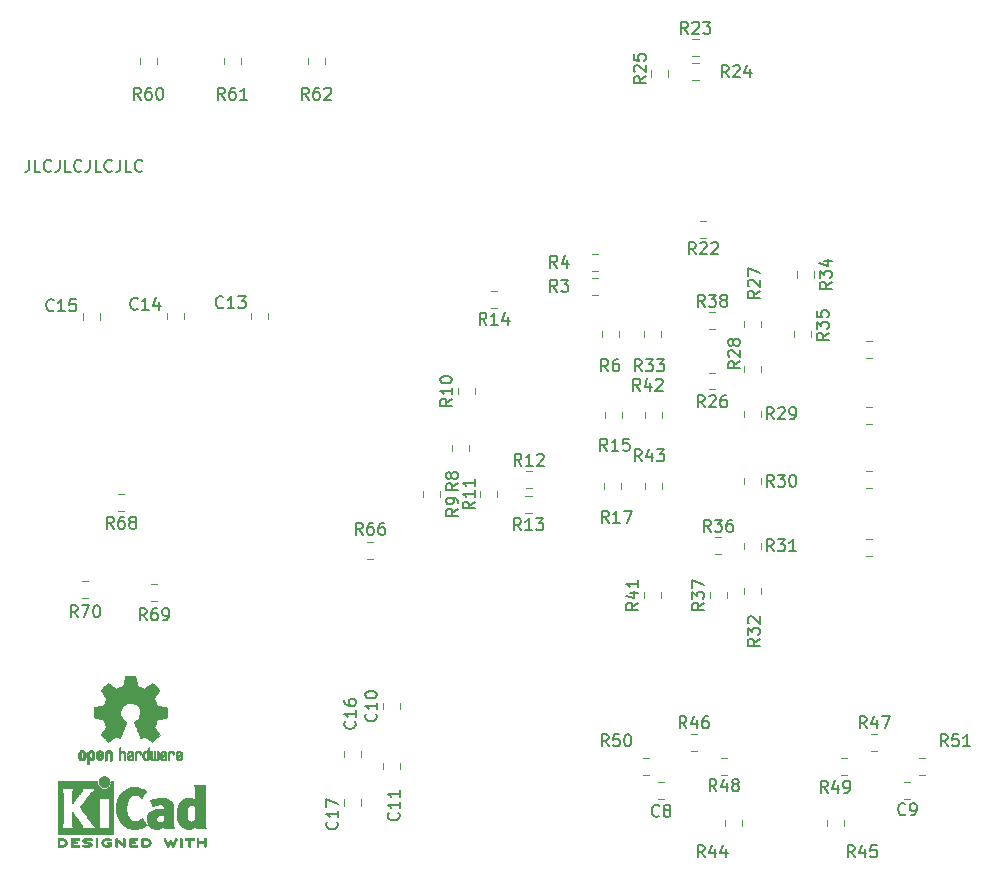
<source format=gbr>
G04 #@! TF.GenerationSoftware,KiCad,Pcbnew,5.1.4*
G04 #@! TF.CreationDate,2019-11-25T00:39:27+01:00*
G04 #@! TF.ProjectId,voice_board,766f6963-655f-4626-9f61-72642e6b6963,rev?*
G04 #@! TF.SameCoordinates,Original*
G04 #@! TF.FileFunction,Legend,Top*
G04 #@! TF.FilePolarity,Positive*
%FSLAX46Y46*%
G04 Gerber Fmt 4.6, Leading zero omitted, Abs format (unit mm)*
G04 Created by KiCad (PCBNEW 5.1.4) date 2019-11-25 00:39:27*
%MOMM*%
%LPD*%
G04 APERTURE LIST*
%ADD10C,0.160000*%
%ADD11C,0.010000*%
%ADD12C,0.120000*%
%ADD13C,0.150000*%
G04 APERTURE END LIST*
D10*
X165687952Y-40600380D02*
X165687952Y-41314666D01*
X165640333Y-41457523D01*
X165545095Y-41552761D01*
X165402238Y-41600380D01*
X165307000Y-41600380D01*
X166640333Y-41600380D02*
X166164142Y-41600380D01*
X166164142Y-40600380D01*
X167545095Y-41505142D02*
X167497476Y-41552761D01*
X167354619Y-41600380D01*
X167259380Y-41600380D01*
X167116523Y-41552761D01*
X167021285Y-41457523D01*
X166973666Y-41362285D01*
X166926047Y-41171809D01*
X166926047Y-41028952D01*
X166973666Y-40838476D01*
X167021285Y-40743238D01*
X167116523Y-40648000D01*
X167259380Y-40600380D01*
X167354619Y-40600380D01*
X167497476Y-40648000D01*
X167545095Y-40695619D01*
X168259380Y-40600380D02*
X168259380Y-41314666D01*
X168211761Y-41457523D01*
X168116523Y-41552761D01*
X167973666Y-41600380D01*
X167878428Y-41600380D01*
X169211761Y-41600380D02*
X168735571Y-41600380D01*
X168735571Y-40600380D01*
X170116523Y-41505142D02*
X170068904Y-41552761D01*
X169926047Y-41600380D01*
X169830809Y-41600380D01*
X169687952Y-41552761D01*
X169592714Y-41457523D01*
X169545095Y-41362285D01*
X169497476Y-41171809D01*
X169497476Y-41028952D01*
X169545095Y-40838476D01*
X169592714Y-40743238D01*
X169687952Y-40648000D01*
X169830809Y-40600380D01*
X169926047Y-40600380D01*
X170068904Y-40648000D01*
X170116523Y-40695619D01*
X170830809Y-40600380D02*
X170830809Y-41314666D01*
X170783190Y-41457523D01*
X170687952Y-41552761D01*
X170545095Y-41600380D01*
X170449857Y-41600380D01*
X171783190Y-41600380D02*
X171307000Y-41600380D01*
X171307000Y-40600380D01*
X172687952Y-41505142D02*
X172640333Y-41552761D01*
X172497476Y-41600380D01*
X172402238Y-41600380D01*
X172259380Y-41552761D01*
X172164142Y-41457523D01*
X172116523Y-41362285D01*
X172068904Y-41171809D01*
X172068904Y-41028952D01*
X172116523Y-40838476D01*
X172164142Y-40743238D01*
X172259380Y-40648000D01*
X172402238Y-40600380D01*
X172497476Y-40600380D01*
X172640333Y-40648000D01*
X172687952Y-40695619D01*
X173402238Y-40600380D02*
X173402238Y-41314666D01*
X173354619Y-41457523D01*
X173259380Y-41552761D01*
X173116523Y-41600380D01*
X173021285Y-41600380D01*
X174354619Y-41600380D02*
X173878428Y-41600380D01*
X173878428Y-40600380D01*
X175259380Y-41505142D02*
X175211761Y-41552761D01*
X175068904Y-41600380D01*
X174973666Y-41600380D01*
X174830809Y-41552761D01*
X174735571Y-41457523D01*
X174687952Y-41362285D01*
X174640333Y-41171809D01*
X174640333Y-41028952D01*
X174687952Y-40838476D01*
X174735571Y-40743238D01*
X174830809Y-40648000D01*
X174973666Y-40600380D01*
X175068904Y-40600380D01*
X175211761Y-40648000D01*
X175259380Y-40695619D01*
D11*
G36*
X180599823Y-98032533D02*
G01*
X180631202Y-98054776D01*
X180658911Y-98082485D01*
X180658911Y-98391920D01*
X180658838Y-98483799D01*
X180658495Y-98555840D01*
X180657692Y-98610780D01*
X180656241Y-98651360D01*
X180653952Y-98680317D01*
X180650636Y-98700391D01*
X180646105Y-98714321D01*
X180640169Y-98724845D01*
X180635514Y-98731100D01*
X180604783Y-98755673D01*
X180569496Y-98758341D01*
X180537245Y-98743271D01*
X180526588Y-98734374D01*
X180519464Y-98722557D01*
X180515167Y-98703526D01*
X180512991Y-98672992D01*
X180512228Y-98626662D01*
X180512155Y-98590871D01*
X180512155Y-98456045D01*
X180015444Y-98456045D01*
X180015444Y-98578700D01*
X180014931Y-98634787D01*
X180012876Y-98673333D01*
X180008508Y-98699361D01*
X180001056Y-98717897D01*
X179992047Y-98731100D01*
X179961144Y-98755604D01*
X179926196Y-98758506D01*
X179892738Y-98741089D01*
X179883604Y-98731959D01*
X179877152Y-98719855D01*
X179872897Y-98701001D01*
X179870352Y-98671620D01*
X179869029Y-98627937D01*
X179868443Y-98566175D01*
X179868375Y-98552000D01*
X179867891Y-98435631D01*
X179867641Y-98339727D01*
X179867723Y-98262177D01*
X179868231Y-98200869D01*
X179869262Y-98153690D01*
X179870913Y-98118530D01*
X179873279Y-98093276D01*
X179876457Y-98075817D01*
X179880544Y-98064041D01*
X179885634Y-98055835D01*
X179891266Y-98049645D01*
X179923128Y-98029844D01*
X179956357Y-98032533D01*
X179987735Y-98054776D01*
X180000433Y-98069126D01*
X180008526Y-98084978D01*
X180013042Y-98107554D01*
X180015006Y-98142078D01*
X180015444Y-98193776D01*
X180015444Y-98309289D01*
X180512155Y-98309289D01*
X180512155Y-98190756D01*
X180512662Y-98136148D01*
X180514698Y-98099275D01*
X180519035Y-98075307D01*
X180526447Y-98059415D01*
X180534733Y-98049645D01*
X180566594Y-98029844D01*
X180599823Y-98032533D01*
X180599823Y-98032533D01*
G37*
X180599823Y-98032533D02*
X180631202Y-98054776D01*
X180658911Y-98082485D01*
X180658911Y-98391920D01*
X180658838Y-98483799D01*
X180658495Y-98555840D01*
X180657692Y-98610780D01*
X180656241Y-98651360D01*
X180653952Y-98680317D01*
X180650636Y-98700391D01*
X180646105Y-98714321D01*
X180640169Y-98724845D01*
X180635514Y-98731100D01*
X180604783Y-98755673D01*
X180569496Y-98758341D01*
X180537245Y-98743271D01*
X180526588Y-98734374D01*
X180519464Y-98722557D01*
X180515167Y-98703526D01*
X180512991Y-98672992D01*
X180512228Y-98626662D01*
X180512155Y-98590871D01*
X180512155Y-98456045D01*
X180015444Y-98456045D01*
X180015444Y-98578700D01*
X180014931Y-98634787D01*
X180012876Y-98673333D01*
X180008508Y-98699361D01*
X180001056Y-98717897D01*
X179992047Y-98731100D01*
X179961144Y-98755604D01*
X179926196Y-98758506D01*
X179892738Y-98741089D01*
X179883604Y-98731959D01*
X179877152Y-98719855D01*
X179872897Y-98701001D01*
X179870352Y-98671620D01*
X179869029Y-98627937D01*
X179868443Y-98566175D01*
X179868375Y-98552000D01*
X179867891Y-98435631D01*
X179867641Y-98339727D01*
X179867723Y-98262177D01*
X179868231Y-98200869D01*
X179869262Y-98153690D01*
X179870913Y-98118530D01*
X179873279Y-98093276D01*
X179876457Y-98075817D01*
X179880544Y-98064041D01*
X179885634Y-98055835D01*
X179891266Y-98049645D01*
X179923128Y-98029844D01*
X179956357Y-98032533D01*
X179987735Y-98054776D01*
X180000433Y-98069126D01*
X180008526Y-98084978D01*
X180013042Y-98107554D01*
X180015006Y-98142078D01*
X180015444Y-98193776D01*
X180015444Y-98309289D01*
X180512155Y-98309289D01*
X180512155Y-98190756D01*
X180512662Y-98136148D01*
X180514698Y-98099275D01*
X180519035Y-98075307D01*
X180526447Y-98059415D01*
X180534733Y-98049645D01*
X180566594Y-98029844D01*
X180599823Y-98032533D01*
G36*
X179334065Y-98027163D02*
G01*
X179412772Y-98027542D01*
X179473863Y-98028333D01*
X179519817Y-98029670D01*
X179553114Y-98031683D01*
X179576236Y-98034506D01*
X179591662Y-98038269D01*
X179601871Y-98043105D01*
X179606813Y-98046822D01*
X179632457Y-98079358D01*
X179635559Y-98113138D01*
X179619711Y-98143826D01*
X179609348Y-98156089D01*
X179598196Y-98164450D01*
X179582035Y-98169657D01*
X179556642Y-98172457D01*
X179517798Y-98173596D01*
X179461280Y-98173821D01*
X179450180Y-98173822D01*
X179304244Y-98173822D01*
X179304244Y-98444756D01*
X179304148Y-98530154D01*
X179303711Y-98595864D01*
X179302712Y-98644774D01*
X179300928Y-98679773D01*
X179298137Y-98703749D01*
X179294117Y-98719593D01*
X179288645Y-98730191D01*
X179281666Y-98738267D01*
X179248734Y-98758112D01*
X179214354Y-98756548D01*
X179183176Y-98733906D01*
X179180886Y-98731100D01*
X179173429Y-98720492D01*
X179167747Y-98708081D01*
X179163601Y-98690850D01*
X179160750Y-98665784D01*
X179158954Y-98629867D01*
X179157972Y-98580083D01*
X179157564Y-98513417D01*
X179157489Y-98437589D01*
X179157489Y-98173822D01*
X179018127Y-98173822D01*
X178958322Y-98173418D01*
X178916918Y-98171840D01*
X178889748Y-98168547D01*
X178872646Y-98162992D01*
X178861443Y-98154631D01*
X178860083Y-98153178D01*
X178843725Y-98119939D01*
X178845172Y-98082362D01*
X178863978Y-98049645D01*
X178871250Y-98043298D01*
X178880627Y-98038266D01*
X178894609Y-98034396D01*
X178915696Y-98031537D01*
X178946389Y-98029535D01*
X178989189Y-98028239D01*
X179046595Y-98027498D01*
X179121110Y-98027158D01*
X179215233Y-98027068D01*
X179235260Y-98027067D01*
X179334065Y-98027163D01*
X179334065Y-98027163D01*
G37*
X179334065Y-98027163D02*
X179412772Y-98027542D01*
X179473863Y-98028333D01*
X179519817Y-98029670D01*
X179553114Y-98031683D01*
X179576236Y-98034506D01*
X179591662Y-98038269D01*
X179601871Y-98043105D01*
X179606813Y-98046822D01*
X179632457Y-98079358D01*
X179635559Y-98113138D01*
X179619711Y-98143826D01*
X179609348Y-98156089D01*
X179598196Y-98164450D01*
X179582035Y-98169657D01*
X179556642Y-98172457D01*
X179517798Y-98173596D01*
X179461280Y-98173821D01*
X179450180Y-98173822D01*
X179304244Y-98173822D01*
X179304244Y-98444756D01*
X179304148Y-98530154D01*
X179303711Y-98595864D01*
X179302712Y-98644774D01*
X179300928Y-98679773D01*
X179298137Y-98703749D01*
X179294117Y-98719593D01*
X179288645Y-98730191D01*
X179281666Y-98738267D01*
X179248734Y-98758112D01*
X179214354Y-98756548D01*
X179183176Y-98733906D01*
X179180886Y-98731100D01*
X179173429Y-98720492D01*
X179167747Y-98708081D01*
X179163601Y-98690850D01*
X179160750Y-98665784D01*
X179158954Y-98629867D01*
X179157972Y-98580083D01*
X179157564Y-98513417D01*
X179157489Y-98437589D01*
X179157489Y-98173822D01*
X179018127Y-98173822D01*
X178958322Y-98173418D01*
X178916918Y-98171840D01*
X178889748Y-98168547D01*
X178872646Y-98162992D01*
X178861443Y-98154631D01*
X178860083Y-98153178D01*
X178843725Y-98119939D01*
X178845172Y-98082362D01*
X178863978Y-98049645D01*
X178871250Y-98043298D01*
X178880627Y-98038266D01*
X178894609Y-98034396D01*
X178915696Y-98031537D01*
X178946389Y-98029535D01*
X178989189Y-98028239D01*
X179046595Y-98027498D01*
X179121110Y-98027158D01*
X179215233Y-98027068D01*
X179235260Y-98027067D01*
X179334065Y-98027163D01*
G36*
X178559614Y-98033877D02*
G01*
X178583327Y-98048647D01*
X178609978Y-98070227D01*
X178609978Y-98391773D01*
X178609893Y-98485830D01*
X178609529Y-98559932D01*
X178608724Y-98616704D01*
X178607313Y-98658768D01*
X178605133Y-98688748D01*
X178602021Y-98709267D01*
X178597814Y-98722949D01*
X178592348Y-98732416D01*
X178588472Y-98737082D01*
X178557034Y-98757575D01*
X178521233Y-98756739D01*
X178489873Y-98739264D01*
X178463222Y-98717684D01*
X178463222Y-98070227D01*
X178489873Y-98048647D01*
X178515594Y-98032949D01*
X178536600Y-98027067D01*
X178559614Y-98033877D01*
X178559614Y-98033877D01*
G37*
X178559614Y-98033877D02*
X178583327Y-98048647D01*
X178609978Y-98070227D01*
X178609978Y-98391773D01*
X178609893Y-98485830D01*
X178609529Y-98559932D01*
X178608724Y-98616704D01*
X178607313Y-98658768D01*
X178605133Y-98688748D01*
X178602021Y-98709267D01*
X178597814Y-98722949D01*
X178592348Y-98732416D01*
X178588472Y-98737082D01*
X178557034Y-98757575D01*
X178521233Y-98756739D01*
X178489873Y-98739264D01*
X178463222Y-98717684D01*
X178463222Y-98070227D01*
X178489873Y-98048647D01*
X178515594Y-98032949D01*
X178536600Y-98027067D01*
X178559614Y-98033877D01*
G36*
X178115665Y-98029034D02*
G01*
X178135255Y-98036035D01*
X178136010Y-98036377D01*
X178162613Y-98056678D01*
X178177270Y-98077561D01*
X178180138Y-98087352D01*
X178179996Y-98100361D01*
X178175961Y-98118895D01*
X178167146Y-98145257D01*
X178152669Y-98181752D01*
X178131645Y-98230687D01*
X178103188Y-98294365D01*
X178066415Y-98375093D01*
X178046175Y-98419216D01*
X178009625Y-98497985D01*
X177975315Y-98570423D01*
X177944552Y-98633880D01*
X177918648Y-98685708D01*
X177898910Y-98723259D01*
X177886650Y-98743884D01*
X177884224Y-98746733D01*
X177853183Y-98759302D01*
X177818121Y-98757619D01*
X177790000Y-98742332D01*
X177788854Y-98741089D01*
X177777668Y-98724154D01*
X177758904Y-98691170D01*
X177734875Y-98646380D01*
X177707897Y-98594032D01*
X177698201Y-98574742D01*
X177625014Y-98428150D01*
X177545240Y-98587393D01*
X177516767Y-98642415D01*
X177490350Y-98690132D01*
X177468148Y-98726893D01*
X177452319Y-98749044D01*
X177446954Y-98753741D01*
X177405257Y-98760102D01*
X177370849Y-98746733D01*
X177360728Y-98732446D01*
X177343214Y-98700692D01*
X177319735Y-98654597D01*
X177291720Y-98597285D01*
X177260599Y-98531880D01*
X177227799Y-98461507D01*
X177194750Y-98389291D01*
X177162881Y-98318355D01*
X177133619Y-98251825D01*
X177108395Y-98192826D01*
X177088636Y-98144481D01*
X177075772Y-98109915D01*
X177071231Y-98092253D01*
X177071277Y-98091613D01*
X177082326Y-98069388D01*
X177104410Y-98046753D01*
X177105710Y-98045768D01*
X177132853Y-98030425D01*
X177157958Y-98030574D01*
X177167368Y-98033466D01*
X177178834Y-98039718D01*
X177191010Y-98052014D01*
X177205357Y-98072908D01*
X177223336Y-98104949D01*
X177246407Y-98150688D01*
X177276030Y-98212677D01*
X177302745Y-98269898D01*
X177333480Y-98336226D01*
X177361021Y-98395874D01*
X177383938Y-98445725D01*
X177400798Y-98482664D01*
X177410173Y-98503573D01*
X177411540Y-98506845D01*
X177417689Y-98501497D01*
X177431822Y-98479109D01*
X177452057Y-98442946D01*
X177476515Y-98396277D01*
X177486248Y-98377022D01*
X177519217Y-98312004D01*
X177544643Y-98264654D01*
X177564612Y-98232219D01*
X177581210Y-98211946D01*
X177596524Y-98201082D01*
X177612640Y-98196875D01*
X177623143Y-98196400D01*
X177641670Y-98198042D01*
X177657904Y-98204831D01*
X177674035Y-98219566D01*
X177692251Y-98245044D01*
X177714739Y-98284061D01*
X177743689Y-98339414D01*
X177759662Y-98370903D01*
X177785570Y-98421087D01*
X177808167Y-98462704D01*
X177825458Y-98492242D01*
X177835450Y-98506189D01*
X177836809Y-98506770D01*
X177843261Y-98495793D01*
X177857708Y-98467290D01*
X177878703Y-98424244D01*
X177904797Y-98369638D01*
X177934546Y-98306454D01*
X177949180Y-98275071D01*
X177987250Y-98194078D01*
X178017905Y-98131756D01*
X178042737Y-98086071D01*
X178063337Y-98054989D01*
X178081298Y-98036478D01*
X178098210Y-98028504D01*
X178115665Y-98029034D01*
X178115665Y-98029034D01*
G37*
X178115665Y-98029034D02*
X178135255Y-98036035D01*
X178136010Y-98036377D01*
X178162613Y-98056678D01*
X178177270Y-98077561D01*
X178180138Y-98087352D01*
X178179996Y-98100361D01*
X178175961Y-98118895D01*
X178167146Y-98145257D01*
X178152669Y-98181752D01*
X178131645Y-98230687D01*
X178103188Y-98294365D01*
X178066415Y-98375093D01*
X178046175Y-98419216D01*
X178009625Y-98497985D01*
X177975315Y-98570423D01*
X177944552Y-98633880D01*
X177918648Y-98685708D01*
X177898910Y-98723259D01*
X177886650Y-98743884D01*
X177884224Y-98746733D01*
X177853183Y-98759302D01*
X177818121Y-98757619D01*
X177790000Y-98742332D01*
X177788854Y-98741089D01*
X177777668Y-98724154D01*
X177758904Y-98691170D01*
X177734875Y-98646380D01*
X177707897Y-98594032D01*
X177698201Y-98574742D01*
X177625014Y-98428150D01*
X177545240Y-98587393D01*
X177516767Y-98642415D01*
X177490350Y-98690132D01*
X177468148Y-98726893D01*
X177452319Y-98749044D01*
X177446954Y-98753741D01*
X177405257Y-98760102D01*
X177370849Y-98746733D01*
X177360728Y-98732446D01*
X177343214Y-98700692D01*
X177319735Y-98654597D01*
X177291720Y-98597285D01*
X177260599Y-98531880D01*
X177227799Y-98461507D01*
X177194750Y-98389291D01*
X177162881Y-98318355D01*
X177133619Y-98251825D01*
X177108395Y-98192826D01*
X177088636Y-98144481D01*
X177075772Y-98109915D01*
X177071231Y-98092253D01*
X177071277Y-98091613D01*
X177082326Y-98069388D01*
X177104410Y-98046753D01*
X177105710Y-98045768D01*
X177132853Y-98030425D01*
X177157958Y-98030574D01*
X177167368Y-98033466D01*
X177178834Y-98039718D01*
X177191010Y-98052014D01*
X177205357Y-98072908D01*
X177223336Y-98104949D01*
X177246407Y-98150688D01*
X177276030Y-98212677D01*
X177302745Y-98269898D01*
X177333480Y-98336226D01*
X177361021Y-98395874D01*
X177383938Y-98445725D01*
X177400798Y-98482664D01*
X177410173Y-98503573D01*
X177411540Y-98506845D01*
X177417689Y-98501497D01*
X177431822Y-98479109D01*
X177452057Y-98442946D01*
X177476515Y-98396277D01*
X177486248Y-98377022D01*
X177519217Y-98312004D01*
X177544643Y-98264654D01*
X177564612Y-98232219D01*
X177581210Y-98211946D01*
X177596524Y-98201082D01*
X177612640Y-98196875D01*
X177623143Y-98196400D01*
X177641670Y-98198042D01*
X177657904Y-98204831D01*
X177674035Y-98219566D01*
X177692251Y-98245044D01*
X177714739Y-98284061D01*
X177743689Y-98339414D01*
X177759662Y-98370903D01*
X177785570Y-98421087D01*
X177808167Y-98462704D01*
X177825458Y-98492242D01*
X177835450Y-98506189D01*
X177836809Y-98506770D01*
X177843261Y-98495793D01*
X177857708Y-98467290D01*
X177878703Y-98424244D01*
X177904797Y-98369638D01*
X177934546Y-98306454D01*
X177949180Y-98275071D01*
X177987250Y-98194078D01*
X178017905Y-98131756D01*
X178042737Y-98086071D01*
X178063337Y-98054989D01*
X178081298Y-98036478D01*
X178098210Y-98028504D01*
X178115665Y-98029034D01*
G36*
X175389309Y-98027275D02*
G01*
X175518288Y-98031636D01*
X175627991Y-98044861D01*
X175720226Y-98067741D01*
X175796802Y-98101070D01*
X175859527Y-98145638D01*
X175910212Y-98202236D01*
X175950663Y-98271658D01*
X175951459Y-98273351D01*
X175975601Y-98335483D01*
X175984203Y-98390509D01*
X175977231Y-98445887D01*
X175954654Y-98509073D01*
X175950372Y-98518689D01*
X175921172Y-98574966D01*
X175888356Y-98618451D01*
X175846002Y-98655417D01*
X175788190Y-98692135D01*
X175784831Y-98694052D01*
X175734504Y-98718227D01*
X175677621Y-98736282D01*
X175610527Y-98748839D01*
X175529565Y-98756522D01*
X175431082Y-98759953D01*
X175396286Y-98760251D01*
X175230594Y-98760845D01*
X175207197Y-98731100D01*
X175200257Y-98721319D01*
X175194842Y-98709897D01*
X175190765Y-98694095D01*
X175187837Y-98671175D01*
X175185867Y-98638396D01*
X175185225Y-98614089D01*
X175341844Y-98614089D01*
X175435726Y-98614089D01*
X175490664Y-98612483D01*
X175547060Y-98608255D01*
X175593345Y-98602292D01*
X175596139Y-98601790D01*
X175678348Y-98579736D01*
X175742114Y-98546600D01*
X175789452Y-98500847D01*
X175822382Y-98440939D01*
X175828108Y-98425061D01*
X175833721Y-98400333D01*
X175831291Y-98375902D01*
X175819467Y-98343400D01*
X175812340Y-98327434D01*
X175789000Y-98285006D01*
X175760880Y-98255240D01*
X175729940Y-98234511D01*
X175667966Y-98207537D01*
X175588651Y-98187998D01*
X175496253Y-98176746D01*
X175429333Y-98174270D01*
X175341844Y-98173822D01*
X175341844Y-98614089D01*
X175185225Y-98614089D01*
X175184668Y-98593021D01*
X175184050Y-98532311D01*
X175183825Y-98453526D01*
X175183800Y-98391920D01*
X175183800Y-98082485D01*
X175211509Y-98054776D01*
X175223806Y-98043544D01*
X175237103Y-98035853D01*
X175255672Y-98031040D01*
X175283786Y-98028446D01*
X175325717Y-98027410D01*
X175385737Y-98027270D01*
X175389309Y-98027275D01*
X175389309Y-98027275D01*
G37*
X175389309Y-98027275D02*
X175518288Y-98031636D01*
X175627991Y-98044861D01*
X175720226Y-98067741D01*
X175796802Y-98101070D01*
X175859527Y-98145638D01*
X175910212Y-98202236D01*
X175950663Y-98271658D01*
X175951459Y-98273351D01*
X175975601Y-98335483D01*
X175984203Y-98390509D01*
X175977231Y-98445887D01*
X175954654Y-98509073D01*
X175950372Y-98518689D01*
X175921172Y-98574966D01*
X175888356Y-98618451D01*
X175846002Y-98655417D01*
X175788190Y-98692135D01*
X175784831Y-98694052D01*
X175734504Y-98718227D01*
X175677621Y-98736282D01*
X175610527Y-98748839D01*
X175529565Y-98756522D01*
X175431082Y-98759953D01*
X175396286Y-98760251D01*
X175230594Y-98760845D01*
X175207197Y-98731100D01*
X175200257Y-98721319D01*
X175194842Y-98709897D01*
X175190765Y-98694095D01*
X175187837Y-98671175D01*
X175185867Y-98638396D01*
X175185225Y-98614089D01*
X175341844Y-98614089D01*
X175435726Y-98614089D01*
X175490664Y-98612483D01*
X175547060Y-98608255D01*
X175593345Y-98602292D01*
X175596139Y-98601790D01*
X175678348Y-98579736D01*
X175742114Y-98546600D01*
X175789452Y-98500847D01*
X175822382Y-98440939D01*
X175828108Y-98425061D01*
X175833721Y-98400333D01*
X175831291Y-98375902D01*
X175819467Y-98343400D01*
X175812340Y-98327434D01*
X175789000Y-98285006D01*
X175760880Y-98255240D01*
X175729940Y-98234511D01*
X175667966Y-98207537D01*
X175588651Y-98187998D01*
X175496253Y-98176746D01*
X175429333Y-98174270D01*
X175341844Y-98173822D01*
X175341844Y-98614089D01*
X175185225Y-98614089D01*
X175184668Y-98593021D01*
X175184050Y-98532311D01*
X175183825Y-98453526D01*
X175183800Y-98391920D01*
X175183800Y-98082485D01*
X175211509Y-98054776D01*
X175223806Y-98043544D01*
X175237103Y-98035853D01*
X175255672Y-98031040D01*
X175283786Y-98028446D01*
X175325717Y-98027410D01*
X175385737Y-98027270D01*
X175389309Y-98027275D01*
G36*
X174601343Y-98027260D02*
G01*
X174677701Y-98028174D01*
X174736217Y-98030311D01*
X174779255Y-98034175D01*
X174809183Y-98040267D01*
X174828368Y-98049090D01*
X174839176Y-98061146D01*
X174843973Y-98076939D01*
X174845127Y-98096970D01*
X174845133Y-98099335D01*
X174844131Y-98121992D01*
X174839396Y-98139503D01*
X174828333Y-98152574D01*
X174808348Y-98161913D01*
X174776846Y-98168227D01*
X174731232Y-98172222D01*
X174668913Y-98174606D01*
X174587293Y-98176086D01*
X174562277Y-98176414D01*
X174320200Y-98179467D01*
X174316814Y-98244378D01*
X174313429Y-98309289D01*
X174481576Y-98309289D01*
X174547266Y-98309531D01*
X174594172Y-98310556D01*
X174626083Y-98312811D01*
X174646791Y-98316742D01*
X174660084Y-98322798D01*
X174669755Y-98331424D01*
X174669817Y-98331493D01*
X174687356Y-98365112D01*
X174686722Y-98401448D01*
X174668314Y-98432423D01*
X174664671Y-98435607D01*
X174651741Y-98443812D01*
X174634024Y-98449521D01*
X174607570Y-98453162D01*
X174568432Y-98455167D01*
X174512662Y-98455964D01*
X174476994Y-98456045D01*
X174314555Y-98456045D01*
X174314555Y-98614089D01*
X174561161Y-98614089D01*
X174642580Y-98614231D01*
X174704410Y-98614814D01*
X174749637Y-98616068D01*
X174781248Y-98618227D01*
X174802231Y-98621523D01*
X174815573Y-98626189D01*
X174824261Y-98632457D01*
X174826450Y-98634733D01*
X174842614Y-98666280D01*
X174843797Y-98702168D01*
X174830536Y-98733285D01*
X174820043Y-98743271D01*
X174809129Y-98748769D01*
X174792217Y-98753022D01*
X174766633Y-98756180D01*
X174729701Y-98758392D01*
X174678746Y-98759806D01*
X174611094Y-98760572D01*
X174524069Y-98760838D01*
X174504394Y-98760845D01*
X174415911Y-98760787D01*
X174347227Y-98760467D01*
X174295564Y-98759667D01*
X174258145Y-98758167D01*
X174232190Y-98755749D01*
X174214922Y-98752194D01*
X174203562Y-98747282D01*
X174195332Y-98740795D01*
X174190817Y-98736138D01*
X174184021Y-98727889D01*
X174178712Y-98717669D01*
X174174706Y-98702800D01*
X174171821Y-98680602D01*
X174169874Y-98648393D01*
X174168681Y-98603496D01*
X174168061Y-98543228D01*
X174167829Y-98464911D01*
X174167800Y-98398994D01*
X174167871Y-98306628D01*
X174168208Y-98234117D01*
X174168998Y-98178737D01*
X174170426Y-98137765D01*
X174172679Y-98108478D01*
X174175943Y-98088153D01*
X174180404Y-98074066D01*
X174186248Y-98063495D01*
X174191197Y-98056811D01*
X174214594Y-98027067D01*
X174504774Y-98027067D01*
X174601343Y-98027260D01*
X174601343Y-98027260D01*
G37*
X174601343Y-98027260D02*
X174677701Y-98028174D01*
X174736217Y-98030311D01*
X174779255Y-98034175D01*
X174809183Y-98040267D01*
X174828368Y-98049090D01*
X174839176Y-98061146D01*
X174843973Y-98076939D01*
X174845127Y-98096970D01*
X174845133Y-98099335D01*
X174844131Y-98121992D01*
X174839396Y-98139503D01*
X174828333Y-98152574D01*
X174808348Y-98161913D01*
X174776846Y-98168227D01*
X174731232Y-98172222D01*
X174668913Y-98174606D01*
X174587293Y-98176086D01*
X174562277Y-98176414D01*
X174320200Y-98179467D01*
X174316814Y-98244378D01*
X174313429Y-98309289D01*
X174481576Y-98309289D01*
X174547266Y-98309531D01*
X174594172Y-98310556D01*
X174626083Y-98312811D01*
X174646791Y-98316742D01*
X174660084Y-98322798D01*
X174669755Y-98331424D01*
X174669817Y-98331493D01*
X174687356Y-98365112D01*
X174686722Y-98401448D01*
X174668314Y-98432423D01*
X174664671Y-98435607D01*
X174651741Y-98443812D01*
X174634024Y-98449521D01*
X174607570Y-98453162D01*
X174568432Y-98455167D01*
X174512662Y-98455964D01*
X174476994Y-98456045D01*
X174314555Y-98456045D01*
X174314555Y-98614089D01*
X174561161Y-98614089D01*
X174642580Y-98614231D01*
X174704410Y-98614814D01*
X174749637Y-98616068D01*
X174781248Y-98618227D01*
X174802231Y-98621523D01*
X174815573Y-98626189D01*
X174824261Y-98632457D01*
X174826450Y-98634733D01*
X174842614Y-98666280D01*
X174843797Y-98702168D01*
X174830536Y-98733285D01*
X174820043Y-98743271D01*
X174809129Y-98748769D01*
X174792217Y-98753022D01*
X174766633Y-98756180D01*
X174729701Y-98758392D01*
X174678746Y-98759806D01*
X174611094Y-98760572D01*
X174524069Y-98760838D01*
X174504394Y-98760845D01*
X174415911Y-98760787D01*
X174347227Y-98760467D01*
X174295564Y-98759667D01*
X174258145Y-98758167D01*
X174232190Y-98755749D01*
X174214922Y-98752194D01*
X174203562Y-98747282D01*
X174195332Y-98740795D01*
X174190817Y-98736138D01*
X174184021Y-98727889D01*
X174178712Y-98717669D01*
X174174706Y-98702800D01*
X174171821Y-98680602D01*
X174169874Y-98648393D01*
X174168681Y-98603496D01*
X174168061Y-98543228D01*
X174167829Y-98464911D01*
X174167800Y-98398994D01*
X174167871Y-98306628D01*
X174168208Y-98234117D01*
X174168998Y-98178737D01*
X174170426Y-98137765D01*
X174172679Y-98108478D01*
X174175943Y-98088153D01*
X174180404Y-98074066D01*
X174186248Y-98063495D01*
X174191197Y-98056811D01*
X174214594Y-98027067D01*
X174504774Y-98027067D01*
X174601343Y-98027260D01*
G36*
X173070886Y-98031448D02*
G01*
X173094452Y-98045273D01*
X173125265Y-98067881D01*
X173164922Y-98100338D01*
X173215020Y-98143708D01*
X173277157Y-98199058D01*
X173352928Y-98267451D01*
X173439666Y-98346084D01*
X173620289Y-98509878D01*
X173625933Y-98290029D01*
X173627971Y-98214351D01*
X173629937Y-98157994D01*
X173632266Y-98117706D01*
X173635394Y-98090235D01*
X173639755Y-98072329D01*
X173645784Y-98060737D01*
X173653916Y-98052208D01*
X173658228Y-98048623D01*
X173692759Y-98029670D01*
X173725617Y-98032441D01*
X173751682Y-98048633D01*
X173778333Y-98070199D01*
X173781648Y-98385151D01*
X173782565Y-98477779D01*
X173783032Y-98550544D01*
X173782887Y-98606161D01*
X173781968Y-98647342D01*
X173780113Y-98676803D01*
X173777161Y-98697255D01*
X173772950Y-98711413D01*
X173767318Y-98721991D01*
X173761073Y-98730474D01*
X173747561Y-98746207D01*
X173734117Y-98756636D01*
X173718876Y-98760639D01*
X173699974Y-98757094D01*
X173675545Y-98744879D01*
X173643727Y-98722871D01*
X173602652Y-98689949D01*
X173550458Y-98644991D01*
X173485278Y-98586875D01*
X173411444Y-98520099D01*
X173146155Y-98279458D01*
X173140511Y-98498589D01*
X173138469Y-98574128D01*
X173136498Y-98630354D01*
X173134161Y-98670524D01*
X173131019Y-98697896D01*
X173126636Y-98715728D01*
X173120576Y-98727279D01*
X173112400Y-98735807D01*
X173108216Y-98739282D01*
X173071235Y-98758372D01*
X173036292Y-98755493D01*
X173005864Y-98731100D01*
X172998903Y-98721286D01*
X172993477Y-98709826D01*
X172989397Y-98693968D01*
X172986471Y-98670963D01*
X172984508Y-98638062D01*
X172983317Y-98592516D01*
X172982708Y-98531573D01*
X172982489Y-98452486D01*
X172982466Y-98393956D01*
X172982540Y-98302407D01*
X172982887Y-98230687D01*
X172983699Y-98176045D01*
X172985167Y-98135732D01*
X172987481Y-98106998D01*
X172990833Y-98087093D01*
X172995412Y-98073268D01*
X173001411Y-98062772D01*
X173005864Y-98056811D01*
X173017150Y-98042691D01*
X173027699Y-98032029D01*
X173039107Y-98025892D01*
X173052970Y-98025343D01*
X173070886Y-98031448D01*
X173070886Y-98031448D01*
G37*
X173070886Y-98031448D02*
X173094452Y-98045273D01*
X173125265Y-98067881D01*
X173164922Y-98100338D01*
X173215020Y-98143708D01*
X173277157Y-98199058D01*
X173352928Y-98267451D01*
X173439666Y-98346084D01*
X173620289Y-98509878D01*
X173625933Y-98290029D01*
X173627971Y-98214351D01*
X173629937Y-98157994D01*
X173632266Y-98117706D01*
X173635394Y-98090235D01*
X173639755Y-98072329D01*
X173645784Y-98060737D01*
X173653916Y-98052208D01*
X173658228Y-98048623D01*
X173692759Y-98029670D01*
X173725617Y-98032441D01*
X173751682Y-98048633D01*
X173778333Y-98070199D01*
X173781648Y-98385151D01*
X173782565Y-98477779D01*
X173783032Y-98550544D01*
X173782887Y-98606161D01*
X173781968Y-98647342D01*
X173780113Y-98676803D01*
X173777161Y-98697255D01*
X173772950Y-98711413D01*
X173767318Y-98721991D01*
X173761073Y-98730474D01*
X173747561Y-98746207D01*
X173734117Y-98756636D01*
X173718876Y-98760639D01*
X173699974Y-98757094D01*
X173675545Y-98744879D01*
X173643727Y-98722871D01*
X173602652Y-98689949D01*
X173550458Y-98644991D01*
X173485278Y-98586875D01*
X173411444Y-98520099D01*
X173146155Y-98279458D01*
X173140511Y-98498589D01*
X173138469Y-98574128D01*
X173136498Y-98630354D01*
X173134161Y-98670524D01*
X173131019Y-98697896D01*
X173126636Y-98715728D01*
X173120576Y-98727279D01*
X173112400Y-98735807D01*
X173108216Y-98739282D01*
X173071235Y-98758372D01*
X173036292Y-98755493D01*
X173005864Y-98731100D01*
X172998903Y-98721286D01*
X172993477Y-98709826D01*
X172989397Y-98693968D01*
X172986471Y-98670963D01*
X172984508Y-98638062D01*
X172983317Y-98592516D01*
X172982708Y-98531573D01*
X172982489Y-98452486D01*
X172982466Y-98393956D01*
X172982540Y-98302407D01*
X172982887Y-98230687D01*
X172983699Y-98176045D01*
X172985167Y-98135732D01*
X172987481Y-98106998D01*
X172990833Y-98087093D01*
X172995412Y-98073268D01*
X173001411Y-98062772D01*
X173005864Y-98056811D01*
X173017150Y-98042691D01*
X173027699Y-98032029D01*
X173039107Y-98025892D01*
X173052970Y-98025343D01*
X173070886Y-98031448D01*
G36*
X172420919Y-98032599D02*
G01*
X172489435Y-98044095D01*
X172542057Y-98061967D01*
X172576292Y-98085499D01*
X172585621Y-98098924D01*
X172595107Y-98130148D01*
X172588723Y-98158395D01*
X172568570Y-98185182D01*
X172537255Y-98197713D01*
X172491817Y-98196696D01*
X172456674Y-98189906D01*
X172378581Y-98176971D01*
X172298774Y-98175742D01*
X172209445Y-98186241D01*
X172184771Y-98190690D01*
X172101709Y-98214108D01*
X172036727Y-98248945D01*
X171990539Y-98294604D01*
X171963855Y-98350494D01*
X171958337Y-98379388D01*
X171961949Y-98438012D01*
X171985271Y-98489879D01*
X172026176Y-98533978D01*
X172082541Y-98569299D01*
X172152240Y-98594829D01*
X172233148Y-98609559D01*
X172323140Y-98612478D01*
X172420090Y-98602575D01*
X172425564Y-98601641D01*
X172464125Y-98594459D01*
X172485506Y-98587521D01*
X172494773Y-98577227D01*
X172496994Y-98559976D01*
X172497044Y-98550841D01*
X172497044Y-98512489D01*
X172428569Y-98512489D01*
X172368100Y-98508347D01*
X172326835Y-98495147D01*
X172302825Y-98471730D01*
X172294123Y-98436936D01*
X172294017Y-98432394D01*
X172299108Y-98402654D01*
X172316567Y-98381419D01*
X172349061Y-98367366D01*
X172399257Y-98359173D01*
X172447877Y-98356161D01*
X172518544Y-98354433D01*
X172569802Y-98357070D01*
X172604761Y-98366800D01*
X172626530Y-98386353D01*
X172638220Y-98418456D01*
X172642940Y-98465838D01*
X172643800Y-98528071D01*
X172642391Y-98597535D01*
X172638152Y-98644786D01*
X172631064Y-98670012D01*
X172629689Y-98671988D01*
X172590772Y-98703508D01*
X172533714Y-98728470D01*
X172462131Y-98746340D01*
X172379642Y-98756586D01*
X172289861Y-98758673D01*
X172196408Y-98752068D01*
X172141444Y-98743956D01*
X172055234Y-98719554D01*
X171975108Y-98679662D01*
X171908023Y-98627887D01*
X171897827Y-98617539D01*
X171864698Y-98574035D01*
X171834806Y-98520118D01*
X171811643Y-98463592D01*
X171798702Y-98412259D01*
X171797142Y-98392544D01*
X171803782Y-98351419D01*
X171821432Y-98300252D01*
X171846703Y-98246394D01*
X171876211Y-98197195D01*
X171902281Y-98164334D01*
X171963235Y-98115452D01*
X172042031Y-98076545D01*
X172135843Y-98048494D01*
X172241850Y-98032179D01*
X172339000Y-98028192D01*
X172420919Y-98032599D01*
X172420919Y-98032599D01*
G37*
X172420919Y-98032599D02*
X172489435Y-98044095D01*
X172542057Y-98061967D01*
X172576292Y-98085499D01*
X172585621Y-98098924D01*
X172595107Y-98130148D01*
X172588723Y-98158395D01*
X172568570Y-98185182D01*
X172537255Y-98197713D01*
X172491817Y-98196696D01*
X172456674Y-98189906D01*
X172378581Y-98176971D01*
X172298774Y-98175742D01*
X172209445Y-98186241D01*
X172184771Y-98190690D01*
X172101709Y-98214108D01*
X172036727Y-98248945D01*
X171990539Y-98294604D01*
X171963855Y-98350494D01*
X171958337Y-98379388D01*
X171961949Y-98438012D01*
X171985271Y-98489879D01*
X172026176Y-98533978D01*
X172082541Y-98569299D01*
X172152240Y-98594829D01*
X172233148Y-98609559D01*
X172323140Y-98612478D01*
X172420090Y-98602575D01*
X172425564Y-98601641D01*
X172464125Y-98594459D01*
X172485506Y-98587521D01*
X172494773Y-98577227D01*
X172496994Y-98559976D01*
X172497044Y-98550841D01*
X172497044Y-98512489D01*
X172428569Y-98512489D01*
X172368100Y-98508347D01*
X172326835Y-98495147D01*
X172302825Y-98471730D01*
X172294123Y-98436936D01*
X172294017Y-98432394D01*
X172299108Y-98402654D01*
X172316567Y-98381419D01*
X172349061Y-98367366D01*
X172399257Y-98359173D01*
X172447877Y-98356161D01*
X172518544Y-98354433D01*
X172569802Y-98357070D01*
X172604761Y-98366800D01*
X172626530Y-98386353D01*
X172638220Y-98418456D01*
X172642940Y-98465838D01*
X172643800Y-98528071D01*
X172642391Y-98597535D01*
X172638152Y-98644786D01*
X172631064Y-98670012D01*
X172629689Y-98671988D01*
X172590772Y-98703508D01*
X172533714Y-98728470D01*
X172462131Y-98746340D01*
X172379642Y-98756586D01*
X172289861Y-98758673D01*
X172196408Y-98752068D01*
X172141444Y-98743956D01*
X172055234Y-98719554D01*
X171975108Y-98679662D01*
X171908023Y-98627887D01*
X171897827Y-98617539D01*
X171864698Y-98574035D01*
X171834806Y-98520118D01*
X171811643Y-98463592D01*
X171798702Y-98412259D01*
X171797142Y-98392544D01*
X171803782Y-98351419D01*
X171821432Y-98300252D01*
X171846703Y-98246394D01*
X171876211Y-98197195D01*
X171902281Y-98164334D01*
X171963235Y-98115452D01*
X172042031Y-98076545D01*
X172135843Y-98048494D01*
X172241850Y-98032179D01*
X172339000Y-98028192D01*
X172420919Y-98032599D01*
G36*
X171447178Y-98049645D02*
G01*
X171453758Y-98057218D01*
X171458921Y-98066987D01*
X171462836Y-98081571D01*
X171465676Y-98103585D01*
X171467613Y-98135648D01*
X171468817Y-98180375D01*
X171469461Y-98240385D01*
X171469716Y-98318294D01*
X171469755Y-98393956D01*
X171469686Y-98487802D01*
X171469362Y-98561689D01*
X171468614Y-98618232D01*
X171467268Y-98660049D01*
X171465154Y-98689757D01*
X171462100Y-98709973D01*
X171457934Y-98723314D01*
X171452484Y-98732398D01*
X171447178Y-98738267D01*
X171414174Y-98757947D01*
X171379009Y-98756181D01*
X171347545Y-98734717D01*
X171340316Y-98726337D01*
X171334666Y-98716614D01*
X171330401Y-98702861D01*
X171327327Y-98682389D01*
X171325248Y-98652512D01*
X171323970Y-98610541D01*
X171323299Y-98553789D01*
X171323041Y-98479567D01*
X171323000Y-98395537D01*
X171323000Y-98082485D01*
X171350709Y-98054776D01*
X171384863Y-98031463D01*
X171417994Y-98030623D01*
X171447178Y-98049645D01*
X171447178Y-98049645D01*
G37*
X171447178Y-98049645D02*
X171453758Y-98057218D01*
X171458921Y-98066987D01*
X171462836Y-98081571D01*
X171465676Y-98103585D01*
X171467613Y-98135648D01*
X171468817Y-98180375D01*
X171469461Y-98240385D01*
X171469716Y-98318294D01*
X171469755Y-98393956D01*
X171469686Y-98487802D01*
X171469362Y-98561689D01*
X171468614Y-98618232D01*
X171467268Y-98660049D01*
X171465154Y-98689757D01*
X171462100Y-98709973D01*
X171457934Y-98723314D01*
X171452484Y-98732398D01*
X171447178Y-98738267D01*
X171414174Y-98757947D01*
X171379009Y-98756181D01*
X171347545Y-98734717D01*
X171340316Y-98726337D01*
X171334666Y-98716614D01*
X171330401Y-98702861D01*
X171327327Y-98682389D01*
X171325248Y-98652512D01*
X171323970Y-98610541D01*
X171323299Y-98553789D01*
X171323041Y-98479567D01*
X171323000Y-98395537D01*
X171323000Y-98082485D01*
X171350709Y-98054776D01*
X171384863Y-98031463D01*
X171417994Y-98030623D01*
X171447178Y-98049645D01*
G36*
X170679297Y-98028351D02*
G01*
X170754112Y-98033581D01*
X170823694Y-98041750D01*
X170883998Y-98052550D01*
X170930980Y-98065673D01*
X170960594Y-98080813D01*
X170965140Y-98085269D01*
X170980946Y-98119850D01*
X170976153Y-98155351D01*
X170951636Y-98185725D01*
X170950466Y-98186596D01*
X170936046Y-98195954D01*
X170920992Y-98200876D01*
X170899995Y-98201473D01*
X170867743Y-98197861D01*
X170818927Y-98190154D01*
X170815000Y-98189505D01*
X170742261Y-98180569D01*
X170663783Y-98176161D01*
X170585073Y-98176119D01*
X170511639Y-98180279D01*
X170448989Y-98188479D01*
X170402630Y-98200557D01*
X170399584Y-98201771D01*
X170365952Y-98220615D01*
X170354136Y-98239685D01*
X170363386Y-98258439D01*
X170392953Y-98276337D01*
X170442089Y-98292837D01*
X170510043Y-98307396D01*
X170555355Y-98314406D01*
X170649544Y-98327889D01*
X170724456Y-98340214D01*
X170783283Y-98352449D01*
X170829215Y-98365661D01*
X170865445Y-98380917D01*
X170895162Y-98399285D01*
X170921558Y-98421831D01*
X170942770Y-98443971D01*
X170967935Y-98474819D01*
X170980319Y-98501345D01*
X170984192Y-98534026D01*
X170984333Y-98545995D01*
X170981424Y-98585712D01*
X170969798Y-98615259D01*
X170949677Y-98641486D01*
X170908784Y-98681576D01*
X170863183Y-98712149D01*
X170809487Y-98734203D01*
X170744308Y-98748735D01*
X170664256Y-98756741D01*
X170565943Y-98759218D01*
X170549711Y-98759177D01*
X170484151Y-98757818D01*
X170419134Y-98754730D01*
X170361748Y-98750356D01*
X170319078Y-98745140D01*
X170315628Y-98744541D01*
X170273204Y-98734491D01*
X170237220Y-98721796D01*
X170216850Y-98710190D01*
X170197893Y-98679572D01*
X170196573Y-98643918D01*
X170212915Y-98612144D01*
X170216571Y-98608551D01*
X170231685Y-98597876D01*
X170250585Y-98593276D01*
X170279838Y-98594059D01*
X170315349Y-98598127D01*
X170355030Y-98601762D01*
X170410655Y-98604828D01*
X170475594Y-98607053D01*
X170543215Y-98608164D01*
X170561000Y-98608237D01*
X170628872Y-98607964D01*
X170678546Y-98606646D01*
X170714390Y-98603827D01*
X170740776Y-98599050D01*
X170762074Y-98591857D01*
X170774874Y-98585867D01*
X170803000Y-98569233D01*
X170820932Y-98554168D01*
X170823553Y-98549897D01*
X170818024Y-98532263D01*
X170791740Y-98515192D01*
X170746522Y-98499458D01*
X170684192Y-98485838D01*
X170665829Y-98482804D01*
X170569910Y-98467738D01*
X170493359Y-98455146D01*
X170433220Y-98444111D01*
X170386540Y-98433720D01*
X170350363Y-98423056D01*
X170321735Y-98411205D01*
X170297702Y-98397251D01*
X170275308Y-98380281D01*
X170251598Y-98359378D01*
X170243620Y-98352049D01*
X170215647Y-98324699D01*
X170200840Y-98303029D01*
X170195048Y-98278232D01*
X170194111Y-98246983D01*
X170204425Y-98185705D01*
X170235248Y-98133640D01*
X170286405Y-98090958D01*
X170357717Y-98057825D01*
X170408600Y-98042964D01*
X170463900Y-98033366D01*
X170530147Y-98027936D01*
X170603294Y-98026367D01*
X170679297Y-98028351D01*
X170679297Y-98028351D01*
G37*
X170679297Y-98028351D02*
X170754112Y-98033581D01*
X170823694Y-98041750D01*
X170883998Y-98052550D01*
X170930980Y-98065673D01*
X170960594Y-98080813D01*
X170965140Y-98085269D01*
X170980946Y-98119850D01*
X170976153Y-98155351D01*
X170951636Y-98185725D01*
X170950466Y-98186596D01*
X170936046Y-98195954D01*
X170920992Y-98200876D01*
X170899995Y-98201473D01*
X170867743Y-98197861D01*
X170818927Y-98190154D01*
X170815000Y-98189505D01*
X170742261Y-98180569D01*
X170663783Y-98176161D01*
X170585073Y-98176119D01*
X170511639Y-98180279D01*
X170448989Y-98188479D01*
X170402630Y-98200557D01*
X170399584Y-98201771D01*
X170365952Y-98220615D01*
X170354136Y-98239685D01*
X170363386Y-98258439D01*
X170392953Y-98276337D01*
X170442089Y-98292837D01*
X170510043Y-98307396D01*
X170555355Y-98314406D01*
X170649544Y-98327889D01*
X170724456Y-98340214D01*
X170783283Y-98352449D01*
X170829215Y-98365661D01*
X170865445Y-98380917D01*
X170895162Y-98399285D01*
X170921558Y-98421831D01*
X170942770Y-98443971D01*
X170967935Y-98474819D01*
X170980319Y-98501345D01*
X170984192Y-98534026D01*
X170984333Y-98545995D01*
X170981424Y-98585712D01*
X170969798Y-98615259D01*
X170949677Y-98641486D01*
X170908784Y-98681576D01*
X170863183Y-98712149D01*
X170809487Y-98734203D01*
X170744308Y-98748735D01*
X170664256Y-98756741D01*
X170565943Y-98759218D01*
X170549711Y-98759177D01*
X170484151Y-98757818D01*
X170419134Y-98754730D01*
X170361748Y-98750356D01*
X170319078Y-98745140D01*
X170315628Y-98744541D01*
X170273204Y-98734491D01*
X170237220Y-98721796D01*
X170216850Y-98710190D01*
X170197893Y-98679572D01*
X170196573Y-98643918D01*
X170212915Y-98612144D01*
X170216571Y-98608551D01*
X170231685Y-98597876D01*
X170250585Y-98593276D01*
X170279838Y-98594059D01*
X170315349Y-98598127D01*
X170355030Y-98601762D01*
X170410655Y-98604828D01*
X170475594Y-98607053D01*
X170543215Y-98608164D01*
X170561000Y-98608237D01*
X170628872Y-98607964D01*
X170678546Y-98606646D01*
X170714390Y-98603827D01*
X170740776Y-98599050D01*
X170762074Y-98591857D01*
X170774874Y-98585867D01*
X170803000Y-98569233D01*
X170820932Y-98554168D01*
X170823553Y-98549897D01*
X170818024Y-98532263D01*
X170791740Y-98515192D01*
X170746522Y-98499458D01*
X170684192Y-98485838D01*
X170665829Y-98482804D01*
X170569910Y-98467738D01*
X170493359Y-98455146D01*
X170433220Y-98444111D01*
X170386540Y-98433720D01*
X170350363Y-98423056D01*
X170321735Y-98411205D01*
X170297702Y-98397251D01*
X170275308Y-98380281D01*
X170251598Y-98359378D01*
X170243620Y-98352049D01*
X170215647Y-98324699D01*
X170200840Y-98303029D01*
X170195048Y-98278232D01*
X170194111Y-98246983D01*
X170204425Y-98185705D01*
X170235248Y-98133640D01*
X170286405Y-98090958D01*
X170357717Y-98057825D01*
X170408600Y-98042964D01*
X170463900Y-98033366D01*
X170530147Y-98027936D01*
X170603294Y-98026367D01*
X170679297Y-98028351D01*
G36*
X169658206Y-98027146D02*
G01*
X169727614Y-98027518D01*
X169780003Y-98028385D01*
X169818153Y-98029946D01*
X169844841Y-98032403D01*
X169862847Y-98035957D01*
X169874951Y-98040810D01*
X169883931Y-98047161D01*
X169887182Y-98050084D01*
X169906957Y-98081142D01*
X169910518Y-98116828D01*
X169897509Y-98148510D01*
X169891494Y-98154913D01*
X169881765Y-98161121D01*
X169866099Y-98165910D01*
X169841592Y-98169514D01*
X169805339Y-98172164D01*
X169754435Y-98174095D01*
X169685974Y-98175539D01*
X169623383Y-98176418D01*
X169375666Y-98179467D01*
X169372281Y-98244378D01*
X169368895Y-98309289D01*
X169537042Y-98309289D01*
X169610041Y-98309919D01*
X169663483Y-98312553D01*
X169700372Y-98318309D01*
X169723712Y-98328304D01*
X169736506Y-98343656D01*
X169741758Y-98365482D01*
X169742555Y-98385738D01*
X169740077Y-98410592D01*
X169730723Y-98428906D01*
X169711617Y-98441637D01*
X169679882Y-98449741D01*
X169632641Y-98454176D01*
X169567017Y-98455899D01*
X169531199Y-98456045D01*
X169370022Y-98456045D01*
X169370022Y-98614089D01*
X169618378Y-98614089D01*
X169699787Y-98614202D01*
X169761658Y-98614712D01*
X169807032Y-98615870D01*
X169838946Y-98617930D01*
X169860441Y-98621146D01*
X169874557Y-98625772D01*
X169884332Y-98632059D01*
X169889311Y-98636667D01*
X169906390Y-98663560D01*
X169911889Y-98687467D01*
X169904037Y-98716667D01*
X169889311Y-98738267D01*
X169881454Y-98745066D01*
X169871312Y-98750346D01*
X169856156Y-98754298D01*
X169833259Y-98757113D01*
X169799891Y-98758982D01*
X169753325Y-98760098D01*
X169690833Y-98760651D01*
X169609686Y-98760833D01*
X169567578Y-98760845D01*
X169477402Y-98760765D01*
X169407076Y-98760398D01*
X169353871Y-98759552D01*
X169315060Y-98758036D01*
X169287913Y-98755659D01*
X169269702Y-98752229D01*
X169257700Y-98747554D01*
X169249178Y-98741444D01*
X169245844Y-98738267D01*
X169239245Y-98730670D01*
X169234073Y-98720870D01*
X169230154Y-98706239D01*
X169227316Y-98684152D01*
X169225385Y-98651982D01*
X169224188Y-98607103D01*
X169223552Y-98546889D01*
X169223303Y-98468713D01*
X169223266Y-98395923D01*
X169223300Y-98302707D01*
X169223535Y-98229431D01*
X169224170Y-98173458D01*
X169225406Y-98132151D01*
X169227444Y-98102872D01*
X169230483Y-98082984D01*
X169234723Y-98069850D01*
X169240365Y-98060832D01*
X169247609Y-98053293D01*
X169249394Y-98051612D01*
X169258055Y-98044172D01*
X169268118Y-98038409D01*
X169282375Y-98034112D01*
X169303617Y-98031064D01*
X169334636Y-98029051D01*
X169378223Y-98027860D01*
X169437169Y-98027275D01*
X169514266Y-98027083D01*
X169568999Y-98027067D01*
X169658206Y-98027146D01*
X169658206Y-98027146D01*
G37*
X169658206Y-98027146D02*
X169727614Y-98027518D01*
X169780003Y-98028385D01*
X169818153Y-98029946D01*
X169844841Y-98032403D01*
X169862847Y-98035957D01*
X169874951Y-98040810D01*
X169883931Y-98047161D01*
X169887182Y-98050084D01*
X169906957Y-98081142D01*
X169910518Y-98116828D01*
X169897509Y-98148510D01*
X169891494Y-98154913D01*
X169881765Y-98161121D01*
X169866099Y-98165910D01*
X169841592Y-98169514D01*
X169805339Y-98172164D01*
X169754435Y-98174095D01*
X169685974Y-98175539D01*
X169623383Y-98176418D01*
X169375666Y-98179467D01*
X169372281Y-98244378D01*
X169368895Y-98309289D01*
X169537042Y-98309289D01*
X169610041Y-98309919D01*
X169663483Y-98312553D01*
X169700372Y-98318309D01*
X169723712Y-98328304D01*
X169736506Y-98343656D01*
X169741758Y-98365482D01*
X169742555Y-98385738D01*
X169740077Y-98410592D01*
X169730723Y-98428906D01*
X169711617Y-98441637D01*
X169679882Y-98449741D01*
X169632641Y-98454176D01*
X169567017Y-98455899D01*
X169531199Y-98456045D01*
X169370022Y-98456045D01*
X169370022Y-98614089D01*
X169618378Y-98614089D01*
X169699787Y-98614202D01*
X169761658Y-98614712D01*
X169807032Y-98615870D01*
X169838946Y-98617930D01*
X169860441Y-98621146D01*
X169874557Y-98625772D01*
X169884332Y-98632059D01*
X169889311Y-98636667D01*
X169906390Y-98663560D01*
X169911889Y-98687467D01*
X169904037Y-98716667D01*
X169889311Y-98738267D01*
X169881454Y-98745066D01*
X169871312Y-98750346D01*
X169856156Y-98754298D01*
X169833259Y-98757113D01*
X169799891Y-98758982D01*
X169753325Y-98760098D01*
X169690833Y-98760651D01*
X169609686Y-98760833D01*
X169567578Y-98760845D01*
X169477402Y-98760765D01*
X169407076Y-98760398D01*
X169353871Y-98759552D01*
X169315060Y-98758036D01*
X169287913Y-98755659D01*
X169269702Y-98752229D01*
X169257700Y-98747554D01*
X169249178Y-98741444D01*
X169245844Y-98738267D01*
X169239245Y-98730670D01*
X169234073Y-98720870D01*
X169230154Y-98706239D01*
X169227316Y-98684152D01*
X169225385Y-98651982D01*
X169224188Y-98607103D01*
X169223552Y-98546889D01*
X169223303Y-98468713D01*
X169223266Y-98395923D01*
X169223300Y-98302707D01*
X169223535Y-98229431D01*
X169224170Y-98173458D01*
X169225406Y-98132151D01*
X169227444Y-98102872D01*
X169230483Y-98082984D01*
X169234723Y-98069850D01*
X169240365Y-98060832D01*
X169247609Y-98053293D01*
X169249394Y-98051612D01*
X169258055Y-98044172D01*
X169268118Y-98038409D01*
X169282375Y-98034112D01*
X169303617Y-98031064D01*
X169334636Y-98029051D01*
X169378223Y-98027860D01*
X169437169Y-98027275D01*
X169514266Y-98027083D01*
X169568999Y-98027067D01*
X169658206Y-98027146D01*
G36*
X168249629Y-98027066D02*
G01*
X168289111Y-98027467D01*
X168404800Y-98030259D01*
X168501689Y-98038550D01*
X168583081Y-98053232D01*
X168652277Y-98075193D01*
X168712580Y-98105322D01*
X168767292Y-98144510D01*
X168786833Y-98161532D01*
X168819250Y-98201363D01*
X168848480Y-98255413D01*
X168871009Y-98315323D01*
X168883321Y-98372739D01*
X168884600Y-98393956D01*
X168876583Y-98452769D01*
X168855101Y-98517013D01*
X168824001Y-98577821D01*
X168787134Y-98626330D01*
X168781146Y-98632182D01*
X168730421Y-98673321D01*
X168674875Y-98705435D01*
X168611304Y-98729365D01*
X168536506Y-98745953D01*
X168447278Y-98756041D01*
X168340418Y-98760469D01*
X168291472Y-98760845D01*
X168229238Y-98760545D01*
X168185472Y-98759292D01*
X168156069Y-98756554D01*
X168136921Y-98751801D01*
X168123923Y-98744501D01*
X168116955Y-98738267D01*
X168110374Y-98730694D01*
X168105212Y-98720924D01*
X168101297Y-98706340D01*
X168098457Y-98684326D01*
X168096520Y-98652264D01*
X168095316Y-98607536D01*
X168094672Y-98547526D01*
X168094417Y-98469617D01*
X168094378Y-98393956D01*
X168094130Y-98293041D01*
X168094183Y-98212427D01*
X168095143Y-98173822D01*
X168241133Y-98173822D01*
X168241133Y-98614089D01*
X168334266Y-98614004D01*
X168390307Y-98612396D01*
X168449001Y-98608256D01*
X168497972Y-98602464D01*
X168499462Y-98602226D01*
X168578608Y-98583090D01*
X168639998Y-98553287D01*
X168686695Y-98510878D01*
X168716365Y-98464961D01*
X168734647Y-98414026D01*
X168733229Y-98366200D01*
X168712012Y-98314933D01*
X168670511Y-98261899D01*
X168613002Y-98222600D01*
X168538250Y-98196331D01*
X168488292Y-98187035D01*
X168431584Y-98180507D01*
X168371481Y-98175782D01*
X168320361Y-98173817D01*
X168317333Y-98173808D01*
X168241133Y-98173822D01*
X168095143Y-98173822D01*
X168095740Y-98149851D01*
X168100002Y-98103055D01*
X168108170Y-98069778D01*
X168121444Y-98047759D01*
X168141026Y-98034739D01*
X168168117Y-98028457D01*
X168203918Y-98026653D01*
X168249629Y-98027066D01*
X168249629Y-98027066D01*
G37*
X168249629Y-98027066D02*
X168289111Y-98027467D01*
X168404800Y-98030259D01*
X168501689Y-98038550D01*
X168583081Y-98053232D01*
X168652277Y-98075193D01*
X168712580Y-98105322D01*
X168767292Y-98144510D01*
X168786833Y-98161532D01*
X168819250Y-98201363D01*
X168848480Y-98255413D01*
X168871009Y-98315323D01*
X168883321Y-98372739D01*
X168884600Y-98393956D01*
X168876583Y-98452769D01*
X168855101Y-98517013D01*
X168824001Y-98577821D01*
X168787134Y-98626330D01*
X168781146Y-98632182D01*
X168730421Y-98673321D01*
X168674875Y-98705435D01*
X168611304Y-98729365D01*
X168536506Y-98745953D01*
X168447278Y-98756041D01*
X168340418Y-98760469D01*
X168291472Y-98760845D01*
X168229238Y-98760545D01*
X168185472Y-98759292D01*
X168156069Y-98756554D01*
X168136921Y-98751801D01*
X168123923Y-98744501D01*
X168116955Y-98738267D01*
X168110374Y-98730694D01*
X168105212Y-98720924D01*
X168101297Y-98706340D01*
X168098457Y-98684326D01*
X168096520Y-98652264D01*
X168095316Y-98607536D01*
X168094672Y-98547526D01*
X168094417Y-98469617D01*
X168094378Y-98393956D01*
X168094130Y-98293041D01*
X168094183Y-98212427D01*
X168095143Y-98173822D01*
X168241133Y-98173822D01*
X168241133Y-98614089D01*
X168334266Y-98614004D01*
X168390307Y-98612396D01*
X168449001Y-98608256D01*
X168497972Y-98602464D01*
X168499462Y-98602226D01*
X168578608Y-98583090D01*
X168639998Y-98553287D01*
X168686695Y-98510878D01*
X168716365Y-98464961D01*
X168734647Y-98414026D01*
X168733229Y-98366200D01*
X168712012Y-98314933D01*
X168670511Y-98261899D01*
X168613002Y-98222600D01*
X168538250Y-98196331D01*
X168488292Y-98187035D01*
X168431584Y-98180507D01*
X168371481Y-98175782D01*
X168320361Y-98173817D01*
X168317333Y-98173808D01*
X168241133Y-98173822D01*
X168095143Y-98173822D01*
X168095740Y-98149851D01*
X168100002Y-98103055D01*
X168108170Y-98069778D01*
X168121444Y-98047759D01*
X168141026Y-98034739D01*
X168168117Y-98028457D01*
X168203918Y-98026653D01*
X168249629Y-98027066D01*
G36*
X172097957Y-92784571D02*
G01*
X172194232Y-92808809D01*
X172280816Y-92851641D01*
X172355627Y-92911419D01*
X172416582Y-92986494D01*
X172461601Y-93075220D01*
X172487864Y-93171530D01*
X172493714Y-93268795D01*
X172478860Y-93362654D01*
X172445160Y-93450511D01*
X172394472Y-93529770D01*
X172328655Y-93597836D01*
X172249566Y-93652112D01*
X172159066Y-93690002D01*
X172107800Y-93702426D01*
X172063302Y-93709947D01*
X172029001Y-93712919D01*
X171996040Y-93711094D01*
X171955566Y-93704225D01*
X171922469Y-93697250D01*
X171829053Y-93665741D01*
X171745381Y-93614617D01*
X171673335Y-93545429D01*
X171614800Y-93459728D01*
X171600852Y-93432489D01*
X171584414Y-93396122D01*
X171574106Y-93365582D01*
X171568540Y-93333450D01*
X171566331Y-93292307D01*
X171566052Y-93246222D01*
X171570139Y-93161865D01*
X171583554Y-93092586D01*
X171608744Y-93031961D01*
X171648154Y-92973567D01*
X171686702Y-92929302D01*
X171758594Y-92863484D01*
X171833687Y-92818053D01*
X171916438Y-92790850D01*
X171994072Y-92780576D01*
X172097957Y-92784571D01*
X172097957Y-92784571D01*
G37*
X172097957Y-92784571D02*
X172194232Y-92808809D01*
X172280816Y-92851641D01*
X172355627Y-92911419D01*
X172416582Y-92986494D01*
X172461601Y-93075220D01*
X172487864Y-93171530D01*
X172493714Y-93268795D01*
X172478860Y-93362654D01*
X172445160Y-93450511D01*
X172394472Y-93529770D01*
X172328655Y-93597836D01*
X172249566Y-93652112D01*
X172159066Y-93690002D01*
X172107800Y-93702426D01*
X172063302Y-93709947D01*
X172029001Y-93712919D01*
X171996040Y-93711094D01*
X171955566Y-93704225D01*
X171922469Y-93697250D01*
X171829053Y-93665741D01*
X171745381Y-93614617D01*
X171673335Y-93545429D01*
X171614800Y-93459728D01*
X171600852Y-93432489D01*
X171584414Y-93396122D01*
X171574106Y-93365582D01*
X171568540Y-93333450D01*
X171566331Y-93292307D01*
X171566052Y-93246222D01*
X171570139Y-93161865D01*
X171583554Y-93092586D01*
X171608744Y-93031961D01*
X171648154Y-92973567D01*
X171686702Y-92929302D01*
X171758594Y-92863484D01*
X171833687Y-92818053D01*
X171916438Y-92790850D01*
X171994072Y-92780576D01*
X172097957Y-92784571D01*
G36*
X180557507Y-95230245D02*
G01*
X180557526Y-95464662D01*
X180557552Y-95677603D01*
X180557625Y-95870168D01*
X180557782Y-96043459D01*
X180558064Y-96198576D01*
X180558509Y-96336620D01*
X180559156Y-96458692D01*
X180560045Y-96565894D01*
X180561213Y-96659326D01*
X180562701Y-96740090D01*
X180564546Y-96809286D01*
X180566789Y-96868015D01*
X180569469Y-96917379D01*
X180572623Y-96958478D01*
X180576292Y-96992413D01*
X180580513Y-97020286D01*
X180585327Y-97043198D01*
X180590773Y-97062249D01*
X180596888Y-97078540D01*
X180603712Y-97093173D01*
X180611285Y-97107249D01*
X180619645Y-97121868D01*
X180624839Y-97130974D01*
X180659104Y-97191689D01*
X179800955Y-97191689D01*
X179800955Y-97095733D01*
X179800224Y-97052370D01*
X179798272Y-97019205D01*
X179795463Y-97001424D01*
X179794221Y-96999778D01*
X179782799Y-97006662D01*
X179760084Y-97024505D01*
X179737385Y-97043879D01*
X179682800Y-97084614D01*
X179613321Y-97125617D01*
X179536270Y-97163123D01*
X179458965Y-97193364D01*
X179428113Y-97203012D01*
X179359616Y-97217578D01*
X179276764Y-97227539D01*
X179187371Y-97232583D01*
X179099248Y-97232396D01*
X179020207Y-97226666D01*
X178982511Y-97220858D01*
X178844414Y-97182797D01*
X178717113Y-97125073D01*
X178601292Y-97048211D01*
X178497637Y-96952739D01*
X178406833Y-96839179D01*
X178340031Y-96728381D01*
X178285164Y-96611625D01*
X178243163Y-96492276D01*
X178213167Y-96366283D01*
X178194311Y-96229594D01*
X178185732Y-96078158D01*
X178185006Y-96000711D01*
X178187100Y-95943934D01*
X179016217Y-95943934D01*
X179016424Y-96037002D01*
X179019337Y-96124692D01*
X179025000Y-96201772D01*
X179033455Y-96263009D01*
X179036038Y-96275350D01*
X179067840Y-96382633D01*
X179109498Y-96469658D01*
X179161363Y-96536642D01*
X179223781Y-96583805D01*
X179297100Y-96611365D01*
X179381669Y-96619541D01*
X179477835Y-96608551D01*
X179541311Y-96592829D01*
X179590454Y-96574639D01*
X179644583Y-96548791D01*
X179685244Y-96525089D01*
X179755800Y-96478721D01*
X179755800Y-95328530D01*
X179688392Y-95284962D01*
X179609867Y-95244040D01*
X179525681Y-95217389D01*
X179440557Y-95205465D01*
X179359216Y-95208722D01*
X179286380Y-95227615D01*
X179254426Y-95243184D01*
X179196501Y-95286181D01*
X179147544Y-95342953D01*
X179106390Y-95415575D01*
X179071874Y-95506121D01*
X179042833Y-95616666D01*
X179041552Y-95622533D01*
X179031381Y-95684788D01*
X179023739Y-95762594D01*
X179018670Y-95850720D01*
X179016217Y-95943934D01*
X178187100Y-95943934D01*
X178192857Y-95787895D01*
X178214802Y-95592059D01*
X178250786Y-95413332D01*
X178300759Y-95251845D01*
X178364668Y-95107726D01*
X178442462Y-94981106D01*
X178534089Y-94872115D01*
X178639497Y-94780883D01*
X178684662Y-94749932D01*
X178785611Y-94693785D01*
X178888901Y-94654174D01*
X178998989Y-94630014D01*
X179120330Y-94620219D01*
X179212836Y-94621265D01*
X179342490Y-94632231D01*
X179455084Y-94654046D01*
X179553875Y-94687714D01*
X179642121Y-94734236D01*
X179690986Y-94768448D01*
X179720353Y-94790362D01*
X179742043Y-94805333D01*
X179750253Y-94809733D01*
X179751868Y-94798904D01*
X179753159Y-94768251D01*
X179754138Y-94720526D01*
X179754817Y-94658479D01*
X179755210Y-94584862D01*
X179755330Y-94502427D01*
X179755188Y-94413925D01*
X179754797Y-94322107D01*
X179754171Y-94229724D01*
X179753320Y-94139528D01*
X179752260Y-94054271D01*
X179751001Y-93976703D01*
X179749556Y-93909576D01*
X179747938Y-93855641D01*
X179746161Y-93817650D01*
X179745669Y-93810667D01*
X179738092Y-93740251D01*
X179726531Y-93685102D01*
X179708792Y-93637981D01*
X179682682Y-93591647D01*
X179676415Y-93582067D01*
X179651983Y-93545378D01*
X180557311Y-93545378D01*
X180557507Y-95230245D01*
X180557507Y-95230245D01*
G37*
X180557507Y-95230245D02*
X180557526Y-95464662D01*
X180557552Y-95677603D01*
X180557625Y-95870168D01*
X180557782Y-96043459D01*
X180558064Y-96198576D01*
X180558509Y-96336620D01*
X180559156Y-96458692D01*
X180560045Y-96565894D01*
X180561213Y-96659326D01*
X180562701Y-96740090D01*
X180564546Y-96809286D01*
X180566789Y-96868015D01*
X180569469Y-96917379D01*
X180572623Y-96958478D01*
X180576292Y-96992413D01*
X180580513Y-97020286D01*
X180585327Y-97043198D01*
X180590773Y-97062249D01*
X180596888Y-97078540D01*
X180603712Y-97093173D01*
X180611285Y-97107249D01*
X180619645Y-97121868D01*
X180624839Y-97130974D01*
X180659104Y-97191689D01*
X179800955Y-97191689D01*
X179800955Y-97095733D01*
X179800224Y-97052370D01*
X179798272Y-97019205D01*
X179795463Y-97001424D01*
X179794221Y-96999778D01*
X179782799Y-97006662D01*
X179760084Y-97024505D01*
X179737385Y-97043879D01*
X179682800Y-97084614D01*
X179613321Y-97125617D01*
X179536270Y-97163123D01*
X179458965Y-97193364D01*
X179428113Y-97203012D01*
X179359616Y-97217578D01*
X179276764Y-97227539D01*
X179187371Y-97232583D01*
X179099248Y-97232396D01*
X179020207Y-97226666D01*
X178982511Y-97220858D01*
X178844414Y-97182797D01*
X178717113Y-97125073D01*
X178601292Y-97048211D01*
X178497637Y-96952739D01*
X178406833Y-96839179D01*
X178340031Y-96728381D01*
X178285164Y-96611625D01*
X178243163Y-96492276D01*
X178213167Y-96366283D01*
X178194311Y-96229594D01*
X178185732Y-96078158D01*
X178185006Y-96000711D01*
X178187100Y-95943934D01*
X179016217Y-95943934D01*
X179016424Y-96037002D01*
X179019337Y-96124692D01*
X179025000Y-96201772D01*
X179033455Y-96263009D01*
X179036038Y-96275350D01*
X179067840Y-96382633D01*
X179109498Y-96469658D01*
X179161363Y-96536642D01*
X179223781Y-96583805D01*
X179297100Y-96611365D01*
X179381669Y-96619541D01*
X179477835Y-96608551D01*
X179541311Y-96592829D01*
X179590454Y-96574639D01*
X179644583Y-96548791D01*
X179685244Y-96525089D01*
X179755800Y-96478721D01*
X179755800Y-95328530D01*
X179688392Y-95284962D01*
X179609867Y-95244040D01*
X179525681Y-95217389D01*
X179440557Y-95205465D01*
X179359216Y-95208722D01*
X179286380Y-95227615D01*
X179254426Y-95243184D01*
X179196501Y-95286181D01*
X179147544Y-95342953D01*
X179106390Y-95415575D01*
X179071874Y-95506121D01*
X179042833Y-95616666D01*
X179041552Y-95622533D01*
X179031381Y-95684788D01*
X179023739Y-95762594D01*
X179018670Y-95850720D01*
X179016217Y-95943934D01*
X178187100Y-95943934D01*
X178192857Y-95787895D01*
X178214802Y-95592059D01*
X178250786Y-95413332D01*
X178300759Y-95251845D01*
X178364668Y-95107726D01*
X178442462Y-94981106D01*
X178534089Y-94872115D01*
X178639497Y-94780883D01*
X178684662Y-94749932D01*
X178785611Y-94693785D01*
X178888901Y-94654174D01*
X178998989Y-94630014D01*
X179120330Y-94620219D01*
X179212836Y-94621265D01*
X179342490Y-94632231D01*
X179455084Y-94654046D01*
X179553875Y-94687714D01*
X179642121Y-94734236D01*
X179690986Y-94768448D01*
X179720353Y-94790362D01*
X179742043Y-94805333D01*
X179750253Y-94809733D01*
X179751868Y-94798904D01*
X179753159Y-94768251D01*
X179754138Y-94720526D01*
X179754817Y-94658479D01*
X179755210Y-94584862D01*
X179755330Y-94502427D01*
X179755188Y-94413925D01*
X179754797Y-94322107D01*
X179754171Y-94229724D01*
X179753320Y-94139528D01*
X179752260Y-94054271D01*
X179751001Y-93976703D01*
X179749556Y-93909576D01*
X179747938Y-93855641D01*
X179746161Y-93817650D01*
X179745669Y-93810667D01*
X179738092Y-93740251D01*
X179726531Y-93685102D01*
X179708792Y-93637981D01*
X179682682Y-93591647D01*
X179676415Y-93582067D01*
X179651983Y-93545378D01*
X180557311Y-93545378D01*
X180557507Y-95230245D01*
G36*
X177044574Y-94624552D02*
G01*
X177196492Y-94644567D01*
X177331756Y-94678202D01*
X177451239Y-94725725D01*
X177555815Y-94787405D01*
X177633424Y-94850965D01*
X177702265Y-94925099D01*
X177756006Y-95004871D01*
X177798910Y-95097091D01*
X177814384Y-95140161D01*
X177827244Y-95179142D01*
X177838446Y-95215289D01*
X177848120Y-95250434D01*
X177856396Y-95286410D01*
X177863403Y-95325050D01*
X177869272Y-95368185D01*
X177874131Y-95417649D01*
X177878110Y-95475273D01*
X177881340Y-95542891D01*
X177883949Y-95622334D01*
X177886067Y-95715436D01*
X177887824Y-95824027D01*
X177889349Y-95949942D01*
X177890772Y-96095012D01*
X177892025Y-96237778D01*
X177893351Y-96393968D01*
X177894556Y-96529239D01*
X177895766Y-96645246D01*
X177897106Y-96743645D01*
X177898700Y-96826093D01*
X177900675Y-96894246D01*
X177903156Y-96949760D01*
X177906269Y-96994292D01*
X177910138Y-97029498D01*
X177914889Y-97057034D01*
X177920648Y-97078556D01*
X177927539Y-97095722D01*
X177935689Y-97110186D01*
X177945223Y-97123606D01*
X177956266Y-97137638D01*
X177960566Y-97143071D01*
X177976386Y-97165910D01*
X177983422Y-97181463D01*
X177983444Y-97181922D01*
X177972567Y-97184121D01*
X177941582Y-97186147D01*
X177892957Y-97187942D01*
X177829163Y-97189451D01*
X177752669Y-97190616D01*
X177665944Y-97191380D01*
X177571457Y-97191686D01*
X177560550Y-97191689D01*
X177137657Y-97191689D01*
X177134395Y-97095622D01*
X177131133Y-96999556D01*
X177069044Y-97050543D01*
X176971714Y-97118057D01*
X176861813Y-97172749D01*
X176775349Y-97202978D01*
X176706278Y-97217666D01*
X176622925Y-97227659D01*
X176533159Y-97232646D01*
X176444845Y-97232313D01*
X176365851Y-97226351D01*
X176329622Y-97220638D01*
X176189603Y-97182776D01*
X176063178Y-97127932D01*
X175951260Y-97056924D01*
X175854762Y-96970568D01*
X175774600Y-96869679D01*
X175711687Y-96755076D01*
X175667312Y-96628984D01*
X175654978Y-96572401D01*
X175647368Y-96510202D01*
X175643739Y-96435363D01*
X175643245Y-96401467D01*
X175643310Y-96398282D01*
X176403248Y-96398282D01*
X176412541Y-96473333D01*
X176440728Y-96537160D01*
X176489197Y-96592798D01*
X176494254Y-96597211D01*
X176542548Y-96632037D01*
X176594257Y-96654620D01*
X176654989Y-96666540D01*
X176730352Y-96669383D01*
X176748459Y-96668978D01*
X176802278Y-96666325D01*
X176842308Y-96660909D01*
X176877324Y-96650745D01*
X176916103Y-96633850D01*
X176926745Y-96628672D01*
X176987396Y-96592844D01*
X177034215Y-96550212D01*
X177046952Y-96534973D01*
X177091622Y-96478462D01*
X177091622Y-96282586D01*
X177091086Y-96203939D01*
X177089396Y-96145988D01*
X177086428Y-96106875D01*
X177082057Y-96084741D01*
X177077972Y-96078274D01*
X177062047Y-96075111D01*
X177028264Y-96072488D01*
X176981340Y-96070655D01*
X176925993Y-96069857D01*
X176917106Y-96069842D01*
X176796330Y-96075096D01*
X176693660Y-96091263D01*
X176607106Y-96118961D01*
X176534681Y-96158808D01*
X176479751Y-96205758D01*
X176435204Y-96263645D01*
X176410480Y-96326693D01*
X176403248Y-96398282D01*
X175643310Y-96398282D01*
X175645178Y-96307712D01*
X175653522Y-96228812D01*
X175669768Y-96157590D01*
X175695405Y-96086864D01*
X175719401Y-96034493D01*
X175778020Y-95939196D01*
X175856117Y-95851170D01*
X175951315Y-95772017D01*
X176061238Y-95703340D01*
X176183510Y-95646741D01*
X176315755Y-95603821D01*
X176380422Y-95588882D01*
X176516604Y-95566777D01*
X176665049Y-95552194D01*
X176816505Y-95545813D01*
X176943064Y-95547445D01*
X177104950Y-95554224D01*
X177097530Y-95495245D01*
X177078238Y-95396092D01*
X177047104Y-95315372D01*
X177003269Y-95252466D01*
X176945871Y-95206756D01*
X176874048Y-95177622D01*
X176786941Y-95164447D01*
X176683686Y-95166611D01*
X176645711Y-95170612D01*
X176504520Y-95195780D01*
X176367707Y-95236814D01*
X176273178Y-95274815D01*
X176228018Y-95294190D01*
X176189585Y-95309760D01*
X176163234Y-95319405D01*
X176155546Y-95321452D01*
X176145802Y-95312374D01*
X176129083Y-95283405D01*
X176105232Y-95234217D01*
X176074093Y-95164484D01*
X176035507Y-95073879D01*
X176028910Y-95058089D01*
X175998853Y-94985772D01*
X175971874Y-94920425D01*
X175949136Y-94864906D01*
X175931806Y-94822072D01*
X175921048Y-94794781D01*
X175917941Y-94785942D01*
X175927940Y-94781187D01*
X175954217Y-94775910D01*
X175982489Y-94772231D01*
X176012646Y-94767474D01*
X176060433Y-94758028D01*
X176121612Y-94744820D01*
X176191946Y-94728776D01*
X176267194Y-94710820D01*
X176295755Y-94703797D01*
X176400816Y-94678209D01*
X176488480Y-94658147D01*
X176563068Y-94642969D01*
X176628903Y-94632035D01*
X176690307Y-94624704D01*
X176751602Y-94620335D01*
X176817110Y-94618287D01*
X176875128Y-94617889D01*
X177044574Y-94624552D01*
X177044574Y-94624552D01*
G37*
X177044574Y-94624552D02*
X177196492Y-94644567D01*
X177331756Y-94678202D01*
X177451239Y-94725725D01*
X177555815Y-94787405D01*
X177633424Y-94850965D01*
X177702265Y-94925099D01*
X177756006Y-95004871D01*
X177798910Y-95097091D01*
X177814384Y-95140161D01*
X177827244Y-95179142D01*
X177838446Y-95215289D01*
X177848120Y-95250434D01*
X177856396Y-95286410D01*
X177863403Y-95325050D01*
X177869272Y-95368185D01*
X177874131Y-95417649D01*
X177878110Y-95475273D01*
X177881340Y-95542891D01*
X177883949Y-95622334D01*
X177886067Y-95715436D01*
X177887824Y-95824027D01*
X177889349Y-95949942D01*
X177890772Y-96095012D01*
X177892025Y-96237778D01*
X177893351Y-96393968D01*
X177894556Y-96529239D01*
X177895766Y-96645246D01*
X177897106Y-96743645D01*
X177898700Y-96826093D01*
X177900675Y-96894246D01*
X177903156Y-96949760D01*
X177906269Y-96994292D01*
X177910138Y-97029498D01*
X177914889Y-97057034D01*
X177920648Y-97078556D01*
X177927539Y-97095722D01*
X177935689Y-97110186D01*
X177945223Y-97123606D01*
X177956266Y-97137638D01*
X177960566Y-97143071D01*
X177976386Y-97165910D01*
X177983422Y-97181463D01*
X177983444Y-97181922D01*
X177972567Y-97184121D01*
X177941582Y-97186147D01*
X177892957Y-97187942D01*
X177829163Y-97189451D01*
X177752669Y-97190616D01*
X177665944Y-97191380D01*
X177571457Y-97191686D01*
X177560550Y-97191689D01*
X177137657Y-97191689D01*
X177134395Y-97095622D01*
X177131133Y-96999556D01*
X177069044Y-97050543D01*
X176971714Y-97118057D01*
X176861813Y-97172749D01*
X176775349Y-97202978D01*
X176706278Y-97217666D01*
X176622925Y-97227659D01*
X176533159Y-97232646D01*
X176444845Y-97232313D01*
X176365851Y-97226351D01*
X176329622Y-97220638D01*
X176189603Y-97182776D01*
X176063178Y-97127932D01*
X175951260Y-97056924D01*
X175854762Y-96970568D01*
X175774600Y-96869679D01*
X175711687Y-96755076D01*
X175667312Y-96628984D01*
X175654978Y-96572401D01*
X175647368Y-96510202D01*
X175643739Y-96435363D01*
X175643245Y-96401467D01*
X175643310Y-96398282D01*
X176403248Y-96398282D01*
X176412541Y-96473333D01*
X176440728Y-96537160D01*
X176489197Y-96592798D01*
X176494254Y-96597211D01*
X176542548Y-96632037D01*
X176594257Y-96654620D01*
X176654989Y-96666540D01*
X176730352Y-96669383D01*
X176748459Y-96668978D01*
X176802278Y-96666325D01*
X176842308Y-96660909D01*
X176877324Y-96650745D01*
X176916103Y-96633850D01*
X176926745Y-96628672D01*
X176987396Y-96592844D01*
X177034215Y-96550212D01*
X177046952Y-96534973D01*
X177091622Y-96478462D01*
X177091622Y-96282586D01*
X177091086Y-96203939D01*
X177089396Y-96145988D01*
X177086428Y-96106875D01*
X177082057Y-96084741D01*
X177077972Y-96078274D01*
X177062047Y-96075111D01*
X177028264Y-96072488D01*
X176981340Y-96070655D01*
X176925993Y-96069857D01*
X176917106Y-96069842D01*
X176796330Y-96075096D01*
X176693660Y-96091263D01*
X176607106Y-96118961D01*
X176534681Y-96158808D01*
X176479751Y-96205758D01*
X176435204Y-96263645D01*
X176410480Y-96326693D01*
X176403248Y-96398282D01*
X175643310Y-96398282D01*
X175645178Y-96307712D01*
X175653522Y-96228812D01*
X175669768Y-96157590D01*
X175695405Y-96086864D01*
X175719401Y-96034493D01*
X175778020Y-95939196D01*
X175856117Y-95851170D01*
X175951315Y-95772017D01*
X176061238Y-95703340D01*
X176183510Y-95646741D01*
X176315755Y-95603821D01*
X176380422Y-95588882D01*
X176516604Y-95566777D01*
X176665049Y-95552194D01*
X176816505Y-95545813D01*
X176943064Y-95547445D01*
X177104950Y-95554224D01*
X177097530Y-95495245D01*
X177078238Y-95396092D01*
X177047104Y-95315372D01*
X177003269Y-95252466D01*
X176945871Y-95206756D01*
X176874048Y-95177622D01*
X176786941Y-95164447D01*
X176683686Y-95166611D01*
X176645711Y-95170612D01*
X176504520Y-95195780D01*
X176367707Y-95236814D01*
X176273178Y-95274815D01*
X176228018Y-95294190D01*
X176189585Y-95309760D01*
X176163234Y-95319405D01*
X176155546Y-95321452D01*
X176145802Y-95312374D01*
X176129083Y-95283405D01*
X176105232Y-95234217D01*
X176074093Y-95164484D01*
X176035507Y-95073879D01*
X176028910Y-95058089D01*
X175998853Y-94985772D01*
X175971874Y-94920425D01*
X175949136Y-94864906D01*
X175931806Y-94822072D01*
X175921048Y-94794781D01*
X175917941Y-94785942D01*
X175927940Y-94781187D01*
X175954217Y-94775910D01*
X175982489Y-94772231D01*
X176012646Y-94767474D01*
X176060433Y-94758028D01*
X176121612Y-94744820D01*
X176191946Y-94728776D01*
X176267194Y-94710820D01*
X176295755Y-94703797D01*
X176400816Y-94678209D01*
X176488480Y-94658147D01*
X176563068Y-94642969D01*
X176628903Y-94632035D01*
X176690307Y-94624704D01*
X176751602Y-94620335D01*
X176817110Y-94618287D01*
X176875128Y-94617889D01*
X177044574Y-94624552D01*
G36*
X174699429Y-93707071D02*
G01*
X174859570Y-93728245D01*
X175023510Y-93768385D01*
X175193313Y-93827889D01*
X175371043Y-93907154D01*
X175382310Y-93912699D01*
X175440005Y-93940725D01*
X175491552Y-93964802D01*
X175533191Y-93983249D01*
X175561162Y-93994386D01*
X175570733Y-93996933D01*
X175589950Y-94001941D01*
X175594561Y-94006147D01*
X175589458Y-94016580D01*
X175573418Y-94042868D01*
X175548288Y-94082257D01*
X175515914Y-94131991D01*
X175478143Y-94189315D01*
X175436822Y-94251476D01*
X175393798Y-94315718D01*
X175350917Y-94379285D01*
X175310026Y-94439425D01*
X175272971Y-94493380D01*
X175241600Y-94538397D01*
X175217759Y-94571721D01*
X175203294Y-94590597D01*
X175201309Y-94592787D01*
X175191191Y-94588138D01*
X175168850Y-94570962D01*
X175138280Y-94544440D01*
X175122536Y-94529964D01*
X175026047Y-94454682D01*
X174919336Y-94399241D01*
X174803832Y-94364141D01*
X174680962Y-94349880D01*
X174611561Y-94351051D01*
X174490423Y-94368212D01*
X174381205Y-94404094D01*
X174283582Y-94458959D01*
X174197228Y-94533070D01*
X174121815Y-94626688D01*
X174057018Y-94740076D01*
X174019601Y-94826667D01*
X173975748Y-94962366D01*
X173943428Y-95109850D01*
X173922557Y-95265314D01*
X173913051Y-95424956D01*
X173914827Y-95584973D01*
X173927803Y-95741561D01*
X173951894Y-95890918D01*
X173987018Y-96029240D01*
X174033092Y-96152724D01*
X174049373Y-96186978D01*
X174117620Y-96301064D01*
X174198079Y-96397557D01*
X174289570Y-96475670D01*
X174390911Y-96534617D01*
X174500920Y-96573612D01*
X174618415Y-96591868D01*
X174659883Y-96593211D01*
X174781441Y-96582290D01*
X174901878Y-96549474D01*
X175019666Y-96495439D01*
X175133277Y-96420865D01*
X175224685Y-96342539D01*
X175271215Y-96298008D01*
X175452483Y-96595271D01*
X175497580Y-96669433D01*
X175538819Y-96737646D01*
X175574735Y-96797459D01*
X175603866Y-96846420D01*
X175624750Y-96882079D01*
X175635924Y-96901984D01*
X175637375Y-96905079D01*
X175629146Y-96914718D01*
X175603567Y-96931999D01*
X175563873Y-96955283D01*
X175513297Y-96982934D01*
X175455074Y-97013315D01*
X175392437Y-97044790D01*
X175328621Y-97075722D01*
X175266860Y-97104473D01*
X175210388Y-97129408D01*
X175162438Y-97148889D01*
X175138986Y-97157318D01*
X175005221Y-97195133D01*
X174867327Y-97220136D01*
X174719622Y-97233140D01*
X174592833Y-97235468D01*
X174524878Y-97234373D01*
X174459277Y-97232275D01*
X174401847Y-97229434D01*
X174358403Y-97226106D01*
X174344298Y-97224422D01*
X174205284Y-97195587D01*
X174063757Y-97150468D01*
X173926275Y-97091750D01*
X173799394Y-97022120D01*
X173721889Y-96969441D01*
X173594481Y-96861239D01*
X173476178Y-96734671D01*
X173369172Y-96592866D01*
X173275652Y-96438951D01*
X173197810Y-96276053D01*
X173153956Y-96158756D01*
X173103708Y-95975128D01*
X173070209Y-95780581D01*
X173053449Y-95579325D01*
X173053416Y-95375568D01*
X173070101Y-95173521D01*
X173103493Y-94977392D01*
X173153580Y-94791391D01*
X173157397Y-94779803D01*
X173220281Y-94617750D01*
X173297028Y-94469832D01*
X173390242Y-94331865D01*
X173502527Y-94199661D01*
X173546392Y-94154399D01*
X173682534Y-94030457D01*
X173822491Y-93927915D01*
X173968411Y-93845656D01*
X174122442Y-93782564D01*
X174286732Y-93737523D01*
X174382289Y-93720033D01*
X174541023Y-93704466D01*
X174699429Y-93707071D01*
X174699429Y-93707071D01*
G37*
X174699429Y-93707071D02*
X174859570Y-93728245D01*
X175023510Y-93768385D01*
X175193313Y-93827889D01*
X175371043Y-93907154D01*
X175382310Y-93912699D01*
X175440005Y-93940725D01*
X175491552Y-93964802D01*
X175533191Y-93983249D01*
X175561162Y-93994386D01*
X175570733Y-93996933D01*
X175589950Y-94001941D01*
X175594561Y-94006147D01*
X175589458Y-94016580D01*
X175573418Y-94042868D01*
X175548288Y-94082257D01*
X175515914Y-94131991D01*
X175478143Y-94189315D01*
X175436822Y-94251476D01*
X175393798Y-94315718D01*
X175350917Y-94379285D01*
X175310026Y-94439425D01*
X175272971Y-94493380D01*
X175241600Y-94538397D01*
X175217759Y-94571721D01*
X175203294Y-94590597D01*
X175201309Y-94592787D01*
X175191191Y-94588138D01*
X175168850Y-94570962D01*
X175138280Y-94544440D01*
X175122536Y-94529964D01*
X175026047Y-94454682D01*
X174919336Y-94399241D01*
X174803832Y-94364141D01*
X174680962Y-94349880D01*
X174611561Y-94351051D01*
X174490423Y-94368212D01*
X174381205Y-94404094D01*
X174283582Y-94458959D01*
X174197228Y-94533070D01*
X174121815Y-94626688D01*
X174057018Y-94740076D01*
X174019601Y-94826667D01*
X173975748Y-94962366D01*
X173943428Y-95109850D01*
X173922557Y-95265314D01*
X173913051Y-95424956D01*
X173914827Y-95584973D01*
X173927803Y-95741561D01*
X173951894Y-95890918D01*
X173987018Y-96029240D01*
X174033092Y-96152724D01*
X174049373Y-96186978D01*
X174117620Y-96301064D01*
X174198079Y-96397557D01*
X174289570Y-96475670D01*
X174390911Y-96534617D01*
X174500920Y-96573612D01*
X174618415Y-96591868D01*
X174659883Y-96593211D01*
X174781441Y-96582290D01*
X174901878Y-96549474D01*
X175019666Y-96495439D01*
X175133277Y-96420865D01*
X175224685Y-96342539D01*
X175271215Y-96298008D01*
X175452483Y-96595271D01*
X175497580Y-96669433D01*
X175538819Y-96737646D01*
X175574735Y-96797459D01*
X175603866Y-96846420D01*
X175624750Y-96882079D01*
X175635924Y-96901984D01*
X175637375Y-96905079D01*
X175629146Y-96914718D01*
X175603567Y-96931999D01*
X175563873Y-96955283D01*
X175513297Y-96982934D01*
X175455074Y-97013315D01*
X175392437Y-97044790D01*
X175328621Y-97075722D01*
X175266860Y-97104473D01*
X175210388Y-97129408D01*
X175162438Y-97148889D01*
X175138986Y-97157318D01*
X175005221Y-97195133D01*
X174867327Y-97220136D01*
X174719622Y-97233140D01*
X174592833Y-97235468D01*
X174524878Y-97234373D01*
X174459277Y-97232275D01*
X174401847Y-97229434D01*
X174358403Y-97226106D01*
X174344298Y-97224422D01*
X174205284Y-97195587D01*
X174063757Y-97150468D01*
X173926275Y-97091750D01*
X173799394Y-97022120D01*
X173721889Y-96969441D01*
X173594481Y-96861239D01*
X173476178Y-96734671D01*
X173369172Y-96592866D01*
X173275652Y-96438951D01*
X173197810Y-96276053D01*
X173153956Y-96158756D01*
X173103708Y-95975128D01*
X173070209Y-95780581D01*
X173053449Y-95579325D01*
X173053416Y-95375568D01*
X173070101Y-95173521D01*
X173103493Y-94977392D01*
X173153580Y-94791391D01*
X173157397Y-94779803D01*
X173220281Y-94617750D01*
X173297028Y-94469832D01*
X173390242Y-94331865D01*
X173502527Y-94199661D01*
X173546392Y-94154399D01*
X173682534Y-94030457D01*
X173822491Y-93927915D01*
X173968411Y-93845656D01*
X174122442Y-93782564D01*
X174286732Y-93737523D01*
X174382289Y-93720033D01*
X174541023Y-93704466D01*
X174699429Y-93707071D01*
G36*
X171424600Y-93247054D02*
G01*
X171435465Y-93360993D01*
X171467082Y-93468616D01*
X171517985Y-93567615D01*
X171586707Y-93655684D01*
X171671781Y-93730516D01*
X171768768Y-93788384D01*
X171875036Y-93828005D01*
X171982050Y-93846573D01*
X172087700Y-93845434D01*
X172189875Y-93825930D01*
X172286466Y-93789406D01*
X172375362Y-93737205D01*
X172454454Y-93670673D01*
X172521631Y-93591152D01*
X172574783Y-93499987D01*
X172611801Y-93398523D01*
X172630573Y-93288102D01*
X172632511Y-93238206D01*
X172632511Y-93150267D01*
X172684440Y-93150267D01*
X172720747Y-93153111D01*
X172747645Y-93164911D01*
X172774751Y-93188649D01*
X172813133Y-93227031D01*
X172813133Y-95418602D01*
X172813124Y-95680739D01*
X172813092Y-95921241D01*
X172813028Y-96141048D01*
X172812924Y-96341101D01*
X172812773Y-96522344D01*
X172812566Y-96685716D01*
X172812294Y-96832160D01*
X172811950Y-96962617D01*
X172811526Y-97078029D01*
X172811013Y-97179338D01*
X172810403Y-97267484D01*
X172809688Y-97343410D01*
X172808860Y-97408057D01*
X172807911Y-97462367D01*
X172806833Y-97507280D01*
X172805617Y-97543740D01*
X172804255Y-97572687D01*
X172802739Y-97595063D01*
X172801062Y-97611809D01*
X172799214Y-97623868D01*
X172797187Y-97632180D01*
X172794975Y-97637687D01*
X172793892Y-97639537D01*
X172789729Y-97646549D01*
X172786195Y-97652996D01*
X172782365Y-97658900D01*
X172777318Y-97664286D01*
X172770129Y-97669178D01*
X172759877Y-97673598D01*
X172745636Y-97677572D01*
X172726486Y-97681121D01*
X172701501Y-97684270D01*
X172669760Y-97687042D01*
X172630338Y-97689461D01*
X172582314Y-97691551D01*
X172524763Y-97693335D01*
X172456763Y-97694837D01*
X172377390Y-97696080D01*
X172285721Y-97697089D01*
X172180834Y-97697885D01*
X172061804Y-97698494D01*
X171927710Y-97698939D01*
X171777627Y-97699243D01*
X171610633Y-97699430D01*
X171425804Y-97699524D01*
X171222217Y-97699548D01*
X170998950Y-97699525D01*
X170755078Y-97699480D01*
X170489679Y-97699437D01*
X170451296Y-97699432D01*
X170184318Y-97699389D01*
X169938998Y-97699318D01*
X169714417Y-97699213D01*
X169509655Y-97699066D01*
X169323794Y-97698869D01*
X169155912Y-97698616D01*
X169005092Y-97698300D01*
X168870413Y-97697913D01*
X168750956Y-97697447D01*
X168645801Y-97696897D01*
X168554029Y-97696253D01*
X168474721Y-97695511D01*
X168406957Y-97694661D01*
X168349818Y-97693697D01*
X168302383Y-97692611D01*
X168263734Y-97691397D01*
X168232951Y-97690047D01*
X168209115Y-97688555D01*
X168191306Y-97686911D01*
X168178605Y-97685111D01*
X168170092Y-97683145D01*
X168165734Y-97681477D01*
X168157272Y-97677906D01*
X168149503Y-97675270D01*
X168142398Y-97672634D01*
X168135927Y-97669062D01*
X168130061Y-97663621D01*
X168124771Y-97655375D01*
X168120026Y-97643390D01*
X168115798Y-97626731D01*
X168112057Y-97604463D01*
X168108773Y-97575652D01*
X168105917Y-97539363D01*
X168103460Y-97494661D01*
X168101371Y-97440611D01*
X168099622Y-97376279D01*
X168098183Y-97300730D01*
X168097024Y-97213030D01*
X168096117Y-97112243D01*
X168095431Y-96997434D01*
X168094937Y-96867670D01*
X168094605Y-96722015D01*
X168094407Y-96559535D01*
X168094313Y-96379295D01*
X168094292Y-96180360D01*
X168094315Y-95961796D01*
X168094354Y-95722668D01*
X168094378Y-95462040D01*
X168094378Y-95419889D01*
X168094364Y-95156992D01*
X168094339Y-94915732D01*
X168094329Y-94695165D01*
X168094358Y-94494352D01*
X168094452Y-94312349D01*
X168094638Y-94148216D01*
X168094941Y-94001011D01*
X168095386Y-93869792D01*
X168095966Y-93759867D01*
X168398803Y-93759867D01*
X168438593Y-93817711D01*
X168449764Y-93833479D01*
X168459834Y-93847441D01*
X168468862Y-93860784D01*
X168476903Y-93874693D01*
X168484014Y-93890356D01*
X168490253Y-93908958D01*
X168495675Y-93931686D01*
X168500338Y-93959727D01*
X168504299Y-93994267D01*
X168507615Y-94036492D01*
X168510341Y-94087589D01*
X168512536Y-94148744D01*
X168514255Y-94221144D01*
X168515556Y-94305975D01*
X168516495Y-94404422D01*
X168517130Y-94517674D01*
X168517516Y-94646916D01*
X168517712Y-94793334D01*
X168517773Y-94958116D01*
X168517757Y-95142447D01*
X168517720Y-95347513D01*
X168517711Y-95470133D01*
X168517735Y-95687082D01*
X168517769Y-95882642D01*
X168517757Y-96057999D01*
X168517642Y-96214341D01*
X168517370Y-96352857D01*
X168516882Y-96474734D01*
X168516124Y-96581160D01*
X168515038Y-96673322D01*
X168513569Y-96752409D01*
X168511660Y-96819608D01*
X168509256Y-96876107D01*
X168506299Y-96923093D01*
X168502734Y-96961755D01*
X168498505Y-96993280D01*
X168493554Y-97018855D01*
X168487827Y-97039670D01*
X168481267Y-97056911D01*
X168473817Y-97071765D01*
X168465421Y-97085422D01*
X168456024Y-97099069D01*
X168445568Y-97113893D01*
X168439477Y-97122783D01*
X168400704Y-97180400D01*
X168932268Y-97180400D01*
X169055517Y-97180365D01*
X169158013Y-97180215D01*
X169241580Y-97179878D01*
X169308044Y-97179286D01*
X169359229Y-97178367D01*
X169396959Y-97177051D01*
X169423060Y-97175269D01*
X169439356Y-97172951D01*
X169447672Y-97170026D01*
X169449832Y-97166424D01*
X169447661Y-97162075D01*
X169446465Y-97160645D01*
X169421315Y-97123573D01*
X169395417Y-97070772D01*
X169371808Y-97008770D01*
X169363539Y-96982357D01*
X169358922Y-96964416D01*
X169355021Y-96943355D01*
X169351752Y-96917089D01*
X169349034Y-96883532D01*
X169346785Y-96840599D01*
X169344923Y-96786204D01*
X169343364Y-96718262D01*
X169342028Y-96634688D01*
X169340831Y-96533395D01*
X169339692Y-96412300D01*
X169339315Y-96367600D01*
X169338298Y-96242449D01*
X169337540Y-96138082D01*
X169337097Y-96052707D01*
X169337030Y-95984533D01*
X169337395Y-95931765D01*
X169338252Y-95892614D01*
X169339659Y-95865285D01*
X169341675Y-95847986D01*
X169344357Y-95838926D01*
X169347764Y-95836312D01*
X169351956Y-95838351D01*
X169356429Y-95842667D01*
X169366784Y-95855602D01*
X169388842Y-95884676D01*
X169421043Y-95927759D01*
X169461826Y-95982718D01*
X169509630Y-96047423D01*
X169562895Y-96119742D01*
X169620060Y-96197544D01*
X169679563Y-96278698D01*
X169739845Y-96361072D01*
X169799345Y-96442536D01*
X169856502Y-96520957D01*
X169909755Y-96594204D01*
X169957543Y-96660147D01*
X169998307Y-96716654D01*
X170030484Y-96761593D01*
X170052515Y-96792834D01*
X170057083Y-96799466D01*
X170080004Y-96836369D01*
X170106812Y-96884359D01*
X170132211Y-96933897D01*
X170135432Y-96940577D01*
X170157110Y-96988772D01*
X170169696Y-97026334D01*
X170175426Y-97062160D01*
X170176544Y-97104200D01*
X170175910Y-97180400D01*
X171330349Y-97180400D01*
X171239185Y-97086669D01*
X171192388Y-97036775D01*
X171142101Y-96980295D01*
X171096056Y-96926026D01*
X171075631Y-96900673D01*
X171045193Y-96861128D01*
X171005138Y-96807916D01*
X170956639Y-96742667D01*
X170900865Y-96667011D01*
X170838989Y-96582577D01*
X170772181Y-96490994D01*
X170701613Y-96393892D01*
X170628455Y-96292901D01*
X170553879Y-96189650D01*
X170479056Y-96085768D01*
X170405157Y-95982885D01*
X170333354Y-95882631D01*
X170264816Y-95786636D01*
X170200716Y-95696527D01*
X170142225Y-95613936D01*
X170090514Y-95540492D01*
X170046753Y-95477824D01*
X170012115Y-95427561D01*
X169987770Y-95391334D01*
X169974889Y-95370771D01*
X169973131Y-95366668D01*
X169981090Y-95355342D01*
X170001885Y-95328162D01*
X170034153Y-95286829D01*
X170076530Y-95233044D01*
X170127653Y-95168506D01*
X170186159Y-95094918D01*
X170250686Y-95013978D01*
X170319869Y-94927388D01*
X170392347Y-94836848D01*
X170466754Y-94744060D01*
X170526483Y-94669702D01*
X171537489Y-94669702D01*
X171543398Y-94682659D01*
X171557728Y-94704908D01*
X171558775Y-94706391D01*
X171577562Y-94736544D01*
X171597209Y-94773375D01*
X171601108Y-94781511D01*
X171604644Y-94789940D01*
X171607770Y-94800059D01*
X171610514Y-94813260D01*
X171612908Y-94830938D01*
X171614981Y-94854484D01*
X171616765Y-94885293D01*
X171618288Y-94924757D01*
X171619581Y-94974269D01*
X171620674Y-95035223D01*
X171621597Y-95109011D01*
X171622381Y-95197028D01*
X171623055Y-95300665D01*
X171623650Y-95421316D01*
X171624195Y-95560374D01*
X171624721Y-95719232D01*
X171625255Y-95898089D01*
X171625794Y-96083207D01*
X171626228Y-96247145D01*
X171626491Y-96391303D01*
X171626516Y-96517079D01*
X171626235Y-96625871D01*
X171625581Y-96719077D01*
X171624486Y-96798097D01*
X171622882Y-96864328D01*
X171620703Y-96919170D01*
X171617881Y-96964021D01*
X171614349Y-97000278D01*
X171610039Y-97029341D01*
X171604883Y-97052609D01*
X171598815Y-97071479D01*
X171591767Y-97087351D01*
X171583671Y-97101622D01*
X171574460Y-97115691D01*
X171565960Y-97128158D01*
X171548824Y-97154452D01*
X171538678Y-97172037D01*
X171537489Y-97175257D01*
X171548396Y-97176334D01*
X171579589Y-97177335D01*
X171628777Y-97178235D01*
X171693667Y-97179010D01*
X171771970Y-97179637D01*
X171861393Y-97180091D01*
X171959644Y-97180349D01*
X172028555Y-97180400D01*
X172133548Y-97180180D01*
X172230390Y-97179548D01*
X172316893Y-97178549D01*
X172390868Y-97177227D01*
X172450126Y-97175626D01*
X172492480Y-97173791D01*
X172515740Y-97171765D01*
X172519622Y-97170493D01*
X172511924Y-97155591D01*
X172503926Y-97147560D01*
X172490754Y-97130434D01*
X172473515Y-97100183D01*
X172461593Y-97075622D01*
X172434955Y-97016711D01*
X172431880Y-95839845D01*
X172428805Y-94662978D01*
X171983147Y-94662978D01*
X171885330Y-94663142D01*
X171794936Y-94663611D01*
X171714370Y-94664347D01*
X171646038Y-94665316D01*
X171592344Y-94666480D01*
X171555695Y-94667803D01*
X171538496Y-94669249D01*
X171537489Y-94669702D01*
X170526483Y-94669702D01*
X170541730Y-94650722D01*
X170615910Y-94558537D01*
X170687931Y-94469204D01*
X170756431Y-94384424D01*
X170820045Y-94305898D01*
X170877412Y-94235326D01*
X170927167Y-94174409D01*
X170967948Y-94124847D01*
X170985112Y-94104178D01*
X171071404Y-94003516D01*
X171148003Y-93920259D01*
X171216817Y-93852438D01*
X171279752Y-93798089D01*
X171289133Y-93790722D01*
X171328644Y-93760117D01*
X170196884Y-93759867D01*
X170202173Y-93807844D01*
X170198870Y-93865188D01*
X170177339Y-93933463D01*
X170137365Y-94013212D01*
X170092057Y-94085495D01*
X170075839Y-94108140D01*
X170047786Y-94145696D01*
X170009570Y-94196021D01*
X169962863Y-94256973D01*
X169909339Y-94326411D01*
X169850669Y-94402194D01*
X169788525Y-94482180D01*
X169724579Y-94564228D01*
X169660505Y-94646196D01*
X169597973Y-94725943D01*
X169538657Y-94801327D01*
X169484229Y-94870207D01*
X169436361Y-94930442D01*
X169396725Y-94979889D01*
X169366994Y-95016408D01*
X169348839Y-95037858D01*
X169345780Y-95041156D01*
X169342921Y-95033149D01*
X169340707Y-95002855D01*
X169339143Y-94950556D01*
X169338233Y-94876531D01*
X169337980Y-94781063D01*
X169338387Y-94664434D01*
X169339296Y-94544445D01*
X169340618Y-94412333D01*
X169342143Y-94300594D01*
X169344119Y-94207025D01*
X169346794Y-94129419D01*
X169350418Y-94065574D01*
X169355239Y-94013283D01*
X169361506Y-93970344D01*
X169369468Y-93934551D01*
X169379373Y-93903700D01*
X169391469Y-93875586D01*
X169406007Y-93848005D01*
X169420689Y-93822966D01*
X169458686Y-93759867D01*
X168398803Y-93759867D01*
X168095966Y-93759867D01*
X168095999Y-93753617D01*
X168096805Y-93651544D01*
X168097830Y-93562633D01*
X168099100Y-93485941D01*
X168100640Y-93420527D01*
X168102476Y-93365449D01*
X168104633Y-93319765D01*
X168107137Y-93282534D01*
X168110013Y-93252813D01*
X168113287Y-93229662D01*
X168116985Y-93212139D01*
X168121131Y-93199301D01*
X168125753Y-93190208D01*
X168130874Y-93183918D01*
X168136522Y-93179488D01*
X168142721Y-93175978D01*
X168149496Y-93172445D01*
X168155492Y-93168876D01*
X168160725Y-93166300D01*
X168168901Y-93163972D01*
X168181114Y-93161878D01*
X168198459Y-93160007D01*
X168222031Y-93158347D01*
X168252923Y-93156884D01*
X168292232Y-93155608D01*
X168341050Y-93154504D01*
X168400473Y-93153561D01*
X168471596Y-93152767D01*
X168555512Y-93152109D01*
X168653317Y-93151575D01*
X168766106Y-93151153D01*
X168894971Y-93150829D01*
X169041009Y-93150592D01*
X169205314Y-93150430D01*
X169388980Y-93150330D01*
X169593103Y-93150280D01*
X169804247Y-93150267D01*
X171424600Y-93150267D01*
X171424600Y-93247054D01*
X171424600Y-93247054D01*
G37*
X171424600Y-93247054D02*
X171435465Y-93360993D01*
X171467082Y-93468616D01*
X171517985Y-93567615D01*
X171586707Y-93655684D01*
X171671781Y-93730516D01*
X171768768Y-93788384D01*
X171875036Y-93828005D01*
X171982050Y-93846573D01*
X172087700Y-93845434D01*
X172189875Y-93825930D01*
X172286466Y-93789406D01*
X172375362Y-93737205D01*
X172454454Y-93670673D01*
X172521631Y-93591152D01*
X172574783Y-93499987D01*
X172611801Y-93398523D01*
X172630573Y-93288102D01*
X172632511Y-93238206D01*
X172632511Y-93150267D01*
X172684440Y-93150267D01*
X172720747Y-93153111D01*
X172747645Y-93164911D01*
X172774751Y-93188649D01*
X172813133Y-93227031D01*
X172813133Y-95418602D01*
X172813124Y-95680739D01*
X172813092Y-95921241D01*
X172813028Y-96141048D01*
X172812924Y-96341101D01*
X172812773Y-96522344D01*
X172812566Y-96685716D01*
X172812294Y-96832160D01*
X172811950Y-96962617D01*
X172811526Y-97078029D01*
X172811013Y-97179338D01*
X172810403Y-97267484D01*
X172809688Y-97343410D01*
X172808860Y-97408057D01*
X172807911Y-97462367D01*
X172806833Y-97507280D01*
X172805617Y-97543740D01*
X172804255Y-97572687D01*
X172802739Y-97595063D01*
X172801062Y-97611809D01*
X172799214Y-97623868D01*
X172797187Y-97632180D01*
X172794975Y-97637687D01*
X172793892Y-97639537D01*
X172789729Y-97646549D01*
X172786195Y-97652996D01*
X172782365Y-97658900D01*
X172777318Y-97664286D01*
X172770129Y-97669178D01*
X172759877Y-97673598D01*
X172745636Y-97677572D01*
X172726486Y-97681121D01*
X172701501Y-97684270D01*
X172669760Y-97687042D01*
X172630338Y-97689461D01*
X172582314Y-97691551D01*
X172524763Y-97693335D01*
X172456763Y-97694837D01*
X172377390Y-97696080D01*
X172285721Y-97697089D01*
X172180834Y-97697885D01*
X172061804Y-97698494D01*
X171927710Y-97698939D01*
X171777627Y-97699243D01*
X171610633Y-97699430D01*
X171425804Y-97699524D01*
X171222217Y-97699548D01*
X170998950Y-97699525D01*
X170755078Y-97699480D01*
X170489679Y-97699437D01*
X170451296Y-97699432D01*
X170184318Y-97699389D01*
X169938998Y-97699318D01*
X169714417Y-97699213D01*
X169509655Y-97699066D01*
X169323794Y-97698869D01*
X169155912Y-97698616D01*
X169005092Y-97698300D01*
X168870413Y-97697913D01*
X168750956Y-97697447D01*
X168645801Y-97696897D01*
X168554029Y-97696253D01*
X168474721Y-97695511D01*
X168406957Y-97694661D01*
X168349818Y-97693697D01*
X168302383Y-97692611D01*
X168263734Y-97691397D01*
X168232951Y-97690047D01*
X168209115Y-97688555D01*
X168191306Y-97686911D01*
X168178605Y-97685111D01*
X168170092Y-97683145D01*
X168165734Y-97681477D01*
X168157272Y-97677906D01*
X168149503Y-97675270D01*
X168142398Y-97672634D01*
X168135927Y-97669062D01*
X168130061Y-97663621D01*
X168124771Y-97655375D01*
X168120026Y-97643390D01*
X168115798Y-97626731D01*
X168112057Y-97604463D01*
X168108773Y-97575652D01*
X168105917Y-97539363D01*
X168103460Y-97494661D01*
X168101371Y-97440611D01*
X168099622Y-97376279D01*
X168098183Y-97300730D01*
X168097024Y-97213030D01*
X168096117Y-97112243D01*
X168095431Y-96997434D01*
X168094937Y-96867670D01*
X168094605Y-96722015D01*
X168094407Y-96559535D01*
X168094313Y-96379295D01*
X168094292Y-96180360D01*
X168094315Y-95961796D01*
X168094354Y-95722668D01*
X168094378Y-95462040D01*
X168094378Y-95419889D01*
X168094364Y-95156992D01*
X168094339Y-94915732D01*
X168094329Y-94695165D01*
X168094358Y-94494352D01*
X168094452Y-94312349D01*
X168094638Y-94148216D01*
X168094941Y-94001011D01*
X168095386Y-93869792D01*
X168095966Y-93759867D01*
X168398803Y-93759867D01*
X168438593Y-93817711D01*
X168449764Y-93833479D01*
X168459834Y-93847441D01*
X168468862Y-93860784D01*
X168476903Y-93874693D01*
X168484014Y-93890356D01*
X168490253Y-93908958D01*
X168495675Y-93931686D01*
X168500338Y-93959727D01*
X168504299Y-93994267D01*
X168507615Y-94036492D01*
X168510341Y-94087589D01*
X168512536Y-94148744D01*
X168514255Y-94221144D01*
X168515556Y-94305975D01*
X168516495Y-94404422D01*
X168517130Y-94517674D01*
X168517516Y-94646916D01*
X168517712Y-94793334D01*
X168517773Y-94958116D01*
X168517757Y-95142447D01*
X168517720Y-95347513D01*
X168517711Y-95470133D01*
X168517735Y-95687082D01*
X168517769Y-95882642D01*
X168517757Y-96057999D01*
X168517642Y-96214341D01*
X168517370Y-96352857D01*
X168516882Y-96474734D01*
X168516124Y-96581160D01*
X168515038Y-96673322D01*
X168513569Y-96752409D01*
X168511660Y-96819608D01*
X168509256Y-96876107D01*
X168506299Y-96923093D01*
X168502734Y-96961755D01*
X168498505Y-96993280D01*
X168493554Y-97018855D01*
X168487827Y-97039670D01*
X168481267Y-97056911D01*
X168473817Y-97071765D01*
X168465421Y-97085422D01*
X168456024Y-97099069D01*
X168445568Y-97113893D01*
X168439477Y-97122783D01*
X168400704Y-97180400D01*
X168932268Y-97180400D01*
X169055517Y-97180365D01*
X169158013Y-97180215D01*
X169241580Y-97179878D01*
X169308044Y-97179286D01*
X169359229Y-97178367D01*
X169396959Y-97177051D01*
X169423060Y-97175269D01*
X169439356Y-97172951D01*
X169447672Y-97170026D01*
X169449832Y-97166424D01*
X169447661Y-97162075D01*
X169446465Y-97160645D01*
X169421315Y-97123573D01*
X169395417Y-97070772D01*
X169371808Y-97008770D01*
X169363539Y-96982357D01*
X169358922Y-96964416D01*
X169355021Y-96943355D01*
X169351752Y-96917089D01*
X169349034Y-96883532D01*
X169346785Y-96840599D01*
X169344923Y-96786204D01*
X169343364Y-96718262D01*
X169342028Y-96634688D01*
X169340831Y-96533395D01*
X169339692Y-96412300D01*
X169339315Y-96367600D01*
X169338298Y-96242449D01*
X169337540Y-96138082D01*
X169337097Y-96052707D01*
X169337030Y-95984533D01*
X169337395Y-95931765D01*
X169338252Y-95892614D01*
X169339659Y-95865285D01*
X169341675Y-95847986D01*
X169344357Y-95838926D01*
X169347764Y-95836312D01*
X169351956Y-95838351D01*
X169356429Y-95842667D01*
X169366784Y-95855602D01*
X169388842Y-95884676D01*
X169421043Y-95927759D01*
X169461826Y-95982718D01*
X169509630Y-96047423D01*
X169562895Y-96119742D01*
X169620060Y-96197544D01*
X169679563Y-96278698D01*
X169739845Y-96361072D01*
X169799345Y-96442536D01*
X169856502Y-96520957D01*
X169909755Y-96594204D01*
X169957543Y-96660147D01*
X169998307Y-96716654D01*
X170030484Y-96761593D01*
X170052515Y-96792834D01*
X170057083Y-96799466D01*
X170080004Y-96836369D01*
X170106812Y-96884359D01*
X170132211Y-96933897D01*
X170135432Y-96940577D01*
X170157110Y-96988772D01*
X170169696Y-97026334D01*
X170175426Y-97062160D01*
X170176544Y-97104200D01*
X170175910Y-97180400D01*
X171330349Y-97180400D01*
X171239185Y-97086669D01*
X171192388Y-97036775D01*
X171142101Y-96980295D01*
X171096056Y-96926026D01*
X171075631Y-96900673D01*
X171045193Y-96861128D01*
X171005138Y-96807916D01*
X170956639Y-96742667D01*
X170900865Y-96667011D01*
X170838989Y-96582577D01*
X170772181Y-96490994D01*
X170701613Y-96393892D01*
X170628455Y-96292901D01*
X170553879Y-96189650D01*
X170479056Y-96085768D01*
X170405157Y-95982885D01*
X170333354Y-95882631D01*
X170264816Y-95786636D01*
X170200716Y-95696527D01*
X170142225Y-95613936D01*
X170090514Y-95540492D01*
X170046753Y-95477824D01*
X170012115Y-95427561D01*
X169987770Y-95391334D01*
X169974889Y-95370771D01*
X169973131Y-95366668D01*
X169981090Y-95355342D01*
X170001885Y-95328162D01*
X170034153Y-95286829D01*
X170076530Y-95233044D01*
X170127653Y-95168506D01*
X170186159Y-95094918D01*
X170250686Y-95013978D01*
X170319869Y-94927388D01*
X170392347Y-94836848D01*
X170466754Y-94744060D01*
X170526483Y-94669702D01*
X171537489Y-94669702D01*
X171543398Y-94682659D01*
X171557728Y-94704908D01*
X171558775Y-94706391D01*
X171577562Y-94736544D01*
X171597209Y-94773375D01*
X171601108Y-94781511D01*
X171604644Y-94789940D01*
X171607770Y-94800059D01*
X171610514Y-94813260D01*
X171612908Y-94830938D01*
X171614981Y-94854484D01*
X171616765Y-94885293D01*
X171618288Y-94924757D01*
X171619581Y-94974269D01*
X171620674Y-95035223D01*
X171621597Y-95109011D01*
X171622381Y-95197028D01*
X171623055Y-95300665D01*
X171623650Y-95421316D01*
X171624195Y-95560374D01*
X171624721Y-95719232D01*
X171625255Y-95898089D01*
X171625794Y-96083207D01*
X171626228Y-96247145D01*
X171626491Y-96391303D01*
X171626516Y-96517079D01*
X171626235Y-96625871D01*
X171625581Y-96719077D01*
X171624486Y-96798097D01*
X171622882Y-96864328D01*
X171620703Y-96919170D01*
X171617881Y-96964021D01*
X171614349Y-97000278D01*
X171610039Y-97029341D01*
X171604883Y-97052609D01*
X171598815Y-97071479D01*
X171591767Y-97087351D01*
X171583671Y-97101622D01*
X171574460Y-97115691D01*
X171565960Y-97128158D01*
X171548824Y-97154452D01*
X171538678Y-97172037D01*
X171537489Y-97175257D01*
X171548396Y-97176334D01*
X171579589Y-97177335D01*
X171628777Y-97178235D01*
X171693667Y-97179010D01*
X171771970Y-97179637D01*
X171861393Y-97180091D01*
X171959644Y-97180349D01*
X172028555Y-97180400D01*
X172133548Y-97180180D01*
X172230390Y-97179548D01*
X172316893Y-97178549D01*
X172390868Y-97177227D01*
X172450126Y-97175626D01*
X172492480Y-97173791D01*
X172515740Y-97171765D01*
X172519622Y-97170493D01*
X172511924Y-97155591D01*
X172503926Y-97147560D01*
X172490754Y-97130434D01*
X172473515Y-97100183D01*
X172461593Y-97075622D01*
X172434955Y-97016711D01*
X172431880Y-95839845D01*
X172428805Y-94662978D01*
X171983147Y-94662978D01*
X171885330Y-94663142D01*
X171794936Y-94663611D01*
X171714370Y-94664347D01*
X171646038Y-94665316D01*
X171592344Y-94666480D01*
X171555695Y-94667803D01*
X171538496Y-94669249D01*
X171537489Y-94669702D01*
X170526483Y-94669702D01*
X170541730Y-94650722D01*
X170615910Y-94558537D01*
X170687931Y-94469204D01*
X170756431Y-94384424D01*
X170820045Y-94305898D01*
X170877412Y-94235326D01*
X170927167Y-94174409D01*
X170967948Y-94124847D01*
X170985112Y-94104178D01*
X171071404Y-94003516D01*
X171148003Y-93920259D01*
X171216817Y-93852438D01*
X171279752Y-93798089D01*
X171289133Y-93790722D01*
X171328644Y-93760117D01*
X170196884Y-93759867D01*
X170202173Y-93807844D01*
X170198870Y-93865188D01*
X170177339Y-93933463D01*
X170137365Y-94013212D01*
X170092057Y-94085495D01*
X170075839Y-94108140D01*
X170047786Y-94145696D01*
X170009570Y-94196021D01*
X169962863Y-94256973D01*
X169909339Y-94326411D01*
X169850669Y-94402194D01*
X169788525Y-94482180D01*
X169724579Y-94564228D01*
X169660505Y-94646196D01*
X169597973Y-94725943D01*
X169538657Y-94801327D01*
X169484229Y-94870207D01*
X169436361Y-94930442D01*
X169396725Y-94979889D01*
X169366994Y-95016408D01*
X169348839Y-95037858D01*
X169345780Y-95041156D01*
X169342921Y-95033149D01*
X169340707Y-95002855D01*
X169339143Y-94950556D01*
X169338233Y-94876531D01*
X169337980Y-94781063D01*
X169338387Y-94664434D01*
X169339296Y-94544445D01*
X169340618Y-94412333D01*
X169342143Y-94300594D01*
X169344119Y-94207025D01*
X169346794Y-94129419D01*
X169350418Y-94065574D01*
X169355239Y-94013283D01*
X169361506Y-93970344D01*
X169369468Y-93934551D01*
X169379373Y-93903700D01*
X169391469Y-93875586D01*
X169406007Y-93848005D01*
X169420689Y-93822966D01*
X169458686Y-93759867D01*
X168398803Y-93759867D01*
X168095966Y-93759867D01*
X168095999Y-93753617D01*
X168096805Y-93651544D01*
X168097830Y-93562633D01*
X168099100Y-93485941D01*
X168100640Y-93420527D01*
X168102476Y-93365449D01*
X168104633Y-93319765D01*
X168107137Y-93282534D01*
X168110013Y-93252813D01*
X168113287Y-93229662D01*
X168116985Y-93212139D01*
X168121131Y-93199301D01*
X168125753Y-93190208D01*
X168130874Y-93183918D01*
X168136522Y-93179488D01*
X168142721Y-93175978D01*
X168149496Y-93172445D01*
X168155492Y-93168876D01*
X168160725Y-93166300D01*
X168168901Y-93163972D01*
X168181114Y-93161878D01*
X168198459Y-93160007D01*
X168222031Y-93158347D01*
X168252923Y-93156884D01*
X168292232Y-93155608D01*
X168341050Y-93154504D01*
X168400473Y-93153561D01*
X168471596Y-93152767D01*
X168555512Y-93152109D01*
X168653317Y-93151575D01*
X168766106Y-93151153D01*
X168894971Y-93150829D01*
X169041009Y-93150592D01*
X169205314Y-93150430D01*
X169388980Y-93150330D01*
X169593103Y-93150280D01*
X169804247Y-93150267D01*
X171424600Y-93150267D01*
X171424600Y-93247054D01*
G36*
X174383878Y-84298776D02*
G01*
X174489612Y-84299355D01*
X174566132Y-84300922D01*
X174618372Y-84303972D01*
X174651263Y-84308996D01*
X174669737Y-84316489D01*
X174678727Y-84326944D01*
X174683163Y-84340853D01*
X174683594Y-84342654D01*
X174690333Y-84375145D01*
X174702808Y-84439252D01*
X174719719Y-84528151D01*
X174739771Y-84635019D01*
X174761664Y-84753033D01*
X174762429Y-84757178D01*
X174784359Y-84872831D01*
X174804877Y-84975014D01*
X174822659Y-85057598D01*
X174836381Y-85114456D01*
X174844718Y-85139458D01*
X174845116Y-85139901D01*
X174869677Y-85152110D01*
X174920315Y-85172456D01*
X174986095Y-85196545D01*
X174986461Y-85196674D01*
X175069317Y-85227818D01*
X175167000Y-85267491D01*
X175259077Y-85307381D01*
X175263434Y-85309353D01*
X175413407Y-85377420D01*
X175745498Y-85150639D01*
X175847374Y-85081504D01*
X175939657Y-85019697D01*
X176017003Y-84968733D01*
X176074064Y-84932127D01*
X176105495Y-84913394D01*
X176108479Y-84912004D01*
X176131321Y-84918190D01*
X176173982Y-84948035D01*
X176238128Y-85002947D01*
X176325421Y-85084334D01*
X176414535Y-85170922D01*
X176500441Y-85256247D01*
X176577327Y-85334108D01*
X176640564Y-85399697D01*
X176685523Y-85448205D01*
X176707576Y-85474825D01*
X176708396Y-85476195D01*
X176710834Y-85494463D01*
X176701650Y-85524295D01*
X176678574Y-85569721D01*
X176639337Y-85634770D01*
X176581670Y-85723470D01*
X176504795Y-85837657D01*
X176436570Y-85938162D01*
X176375582Y-86028303D01*
X176325356Y-86102849D01*
X176289416Y-86156565D01*
X176271287Y-86184218D01*
X176270146Y-86186095D01*
X176272359Y-86212590D01*
X176289138Y-86264086D01*
X176317142Y-86330851D01*
X176327122Y-86352172D01*
X176370672Y-86447159D01*
X176417134Y-86554937D01*
X176454877Y-86648192D01*
X176482073Y-86717406D01*
X176503675Y-86770006D01*
X176516158Y-86797497D01*
X176517709Y-86799616D01*
X176540668Y-86803124D01*
X176594786Y-86812738D01*
X176672868Y-86827089D01*
X176767719Y-86844807D01*
X176872143Y-86864525D01*
X176978944Y-86884874D01*
X177080926Y-86904486D01*
X177170894Y-86921991D01*
X177241653Y-86936022D01*
X177286006Y-86945209D01*
X177296885Y-86947807D01*
X177308122Y-86954218D01*
X177316605Y-86968697D01*
X177322714Y-86996133D01*
X177326832Y-87041411D01*
X177329341Y-87109420D01*
X177330621Y-87205047D01*
X177331054Y-87333180D01*
X177331077Y-87385701D01*
X177331077Y-87812845D01*
X177228500Y-87833091D01*
X177171431Y-87844070D01*
X177086269Y-87860095D01*
X176983372Y-87879233D01*
X176873096Y-87899551D01*
X176842615Y-87905132D01*
X176740855Y-87924917D01*
X176652205Y-87944373D01*
X176584108Y-87961697D01*
X176544004Y-87975088D01*
X176537323Y-87979079D01*
X176520919Y-88007342D01*
X176497399Y-88062109D01*
X176471316Y-88132588D01*
X176466142Y-88147769D01*
X176431956Y-88241896D01*
X176389523Y-88348101D01*
X176347997Y-88443473D01*
X176347792Y-88443916D01*
X176278640Y-88593525D01*
X176733512Y-89262617D01*
X176441500Y-89555116D01*
X176353180Y-89642170D01*
X176272625Y-89718909D01*
X176204360Y-89781237D01*
X176152908Y-89825056D01*
X176122794Y-89846270D01*
X176118474Y-89847616D01*
X176093111Y-89837016D01*
X176041358Y-89807547D01*
X175968868Y-89762705D01*
X175881294Y-89705984D01*
X175786612Y-89642462D01*
X175690516Y-89577668D01*
X175604837Y-89521287D01*
X175535016Y-89476788D01*
X175486494Y-89447639D01*
X175464782Y-89437308D01*
X175438293Y-89446050D01*
X175388062Y-89469087D01*
X175324451Y-89501631D01*
X175317708Y-89505249D01*
X175232046Y-89548210D01*
X175173306Y-89569279D01*
X175136772Y-89569503D01*
X175117731Y-89549928D01*
X175117620Y-89549654D01*
X175108102Y-89526472D01*
X175085403Y-89471441D01*
X175051282Y-89388822D01*
X175007500Y-89282872D01*
X174955816Y-89157852D01*
X174897992Y-89018020D01*
X174841991Y-88882637D01*
X174780447Y-88733234D01*
X174723939Y-88594832D01*
X174674161Y-88471673D01*
X174632806Y-88368002D01*
X174601568Y-88288059D01*
X174582141Y-88236088D01*
X174576154Y-88216692D01*
X174591168Y-88194443D01*
X174630439Y-88158982D01*
X174682807Y-88119887D01*
X174831941Y-87996245D01*
X174948511Y-87854522D01*
X175031118Y-87697704D01*
X175078366Y-87528775D01*
X175088857Y-87350722D01*
X175081231Y-87268539D01*
X175039682Y-87098031D01*
X174968123Y-86947459D01*
X174870995Y-86818309D01*
X174752734Y-86712064D01*
X174617780Y-86630210D01*
X174470571Y-86574232D01*
X174315544Y-86545615D01*
X174157139Y-86545844D01*
X173999794Y-86576405D01*
X173847946Y-86638782D01*
X173706035Y-86734460D01*
X173646803Y-86788572D01*
X173533203Y-86927520D01*
X173454106Y-87079361D01*
X173408986Y-87239667D01*
X173397316Y-87404012D01*
X173418569Y-87567971D01*
X173472220Y-87727118D01*
X173557740Y-87877025D01*
X173674605Y-88013267D01*
X173805193Y-88119887D01*
X173859588Y-88160642D01*
X173898014Y-88195718D01*
X173911846Y-88216726D01*
X173904603Y-88239635D01*
X173884005Y-88294365D01*
X173851746Y-88376672D01*
X173809521Y-88482315D01*
X173759023Y-88607050D01*
X173701948Y-88746636D01*
X173645854Y-88882670D01*
X173583967Y-89032201D01*
X173526644Y-89170767D01*
X173475644Y-89294107D01*
X173432727Y-89397964D01*
X173399653Y-89478080D01*
X173378181Y-89530195D01*
X173370225Y-89549654D01*
X173351429Y-89569423D01*
X173315074Y-89569365D01*
X173256479Y-89548441D01*
X173170968Y-89505613D01*
X173170292Y-89505249D01*
X173105907Y-89472012D01*
X173053861Y-89447802D01*
X173024512Y-89437404D01*
X173023217Y-89437308D01*
X173001124Y-89447855D01*
X172952348Y-89477184D01*
X172882331Y-89521827D01*
X172796514Y-89578314D01*
X172701388Y-89642462D01*
X172604540Y-89707411D01*
X172517253Y-89763896D01*
X172445181Y-89808421D01*
X172393977Y-89837490D01*
X172369526Y-89847616D01*
X172347010Y-89834307D01*
X172301742Y-89797112D01*
X172238244Y-89740128D01*
X172161039Y-89667449D01*
X172074651Y-89583171D01*
X172046399Y-89555016D01*
X171754287Y-89262416D01*
X171976631Y-88936104D01*
X172044202Y-88835897D01*
X172103507Y-88745963D01*
X172151217Y-88671510D01*
X172184007Y-88617751D01*
X172198548Y-88589894D01*
X172198974Y-88587912D01*
X172191308Y-88561655D01*
X172170689Y-88508837D01*
X172140685Y-88438310D01*
X172119625Y-88391093D01*
X172080248Y-88300694D01*
X172043165Y-88209366D01*
X172014415Y-88132200D01*
X172006605Y-88108692D01*
X171984417Y-88045916D01*
X171962727Y-87997411D01*
X171950813Y-87979079D01*
X171924523Y-87967859D01*
X171867142Y-87951954D01*
X171786118Y-87933167D01*
X171688895Y-87913299D01*
X171645385Y-87905132D01*
X171534896Y-87884829D01*
X171428916Y-87865170D01*
X171337801Y-87848088D01*
X171271908Y-87835518D01*
X171259500Y-87833091D01*
X171156923Y-87812845D01*
X171156923Y-87385701D01*
X171157153Y-87245246D01*
X171158099Y-87138979D01*
X171160141Y-87062013D01*
X171163662Y-87009460D01*
X171169043Y-86976433D01*
X171176666Y-86958045D01*
X171186912Y-86949408D01*
X171191115Y-86947807D01*
X171216470Y-86942127D01*
X171272484Y-86930795D01*
X171351964Y-86915179D01*
X171447712Y-86896647D01*
X171552533Y-86876569D01*
X171659232Y-86856312D01*
X171760613Y-86837246D01*
X171849479Y-86820739D01*
X171918637Y-86808159D01*
X171960889Y-86800875D01*
X171970290Y-86799616D01*
X171978807Y-86782763D01*
X171997660Y-86737870D01*
X172023324Y-86673430D01*
X172033123Y-86648192D01*
X172072648Y-86550686D01*
X172119192Y-86442959D01*
X172160877Y-86352172D01*
X172191550Y-86282753D01*
X172211956Y-86225710D01*
X172218768Y-86190777D01*
X172217682Y-86186095D01*
X172203285Y-86163991D01*
X172170412Y-86114831D01*
X172122590Y-86043848D01*
X172063348Y-85956278D01*
X171996215Y-85857357D01*
X171982941Y-85837830D01*
X171905046Y-85722140D01*
X171847787Y-85634044D01*
X171808881Y-85569486D01*
X171786044Y-85524411D01*
X171776994Y-85494763D01*
X171779448Y-85476485D01*
X171779511Y-85476369D01*
X171798827Y-85452361D01*
X171841551Y-85405947D01*
X171903051Y-85341937D01*
X171978698Y-85265145D01*
X172063861Y-85180382D01*
X172073465Y-85170922D01*
X172180790Y-85066989D01*
X172263615Y-84990675D01*
X172323605Y-84940571D01*
X172362423Y-84915270D01*
X172379520Y-84912004D01*
X172404473Y-84926250D01*
X172456255Y-84959156D01*
X172529520Y-85007208D01*
X172618920Y-85066890D01*
X172719111Y-85134688D01*
X172742501Y-85150639D01*
X173074593Y-85377420D01*
X173224565Y-85309353D01*
X173315770Y-85269685D01*
X173413669Y-85229791D01*
X173497831Y-85197983D01*
X173501538Y-85196674D01*
X173567369Y-85172576D01*
X173618116Y-85152200D01*
X173642842Y-85139936D01*
X173642884Y-85139901D01*
X173650729Y-85117734D01*
X173664066Y-85063217D01*
X173681570Y-84982480D01*
X173701917Y-84881650D01*
X173723782Y-84766856D01*
X173725571Y-84757178D01*
X173747504Y-84638904D01*
X173767640Y-84531542D01*
X173784680Y-84441917D01*
X173797328Y-84376851D01*
X173804284Y-84343168D01*
X173804406Y-84342654D01*
X173808639Y-84328325D01*
X173816871Y-84317507D01*
X173834033Y-84309706D01*
X173865058Y-84304429D01*
X173914878Y-84301182D01*
X173988424Y-84299472D01*
X174090629Y-84298807D01*
X174226425Y-84298693D01*
X174244000Y-84298692D01*
X174383878Y-84298776D01*
X174383878Y-84298776D01*
G37*
X174383878Y-84298776D02*
X174489612Y-84299355D01*
X174566132Y-84300922D01*
X174618372Y-84303972D01*
X174651263Y-84308996D01*
X174669737Y-84316489D01*
X174678727Y-84326944D01*
X174683163Y-84340853D01*
X174683594Y-84342654D01*
X174690333Y-84375145D01*
X174702808Y-84439252D01*
X174719719Y-84528151D01*
X174739771Y-84635019D01*
X174761664Y-84753033D01*
X174762429Y-84757178D01*
X174784359Y-84872831D01*
X174804877Y-84975014D01*
X174822659Y-85057598D01*
X174836381Y-85114456D01*
X174844718Y-85139458D01*
X174845116Y-85139901D01*
X174869677Y-85152110D01*
X174920315Y-85172456D01*
X174986095Y-85196545D01*
X174986461Y-85196674D01*
X175069317Y-85227818D01*
X175167000Y-85267491D01*
X175259077Y-85307381D01*
X175263434Y-85309353D01*
X175413407Y-85377420D01*
X175745498Y-85150639D01*
X175847374Y-85081504D01*
X175939657Y-85019697D01*
X176017003Y-84968733D01*
X176074064Y-84932127D01*
X176105495Y-84913394D01*
X176108479Y-84912004D01*
X176131321Y-84918190D01*
X176173982Y-84948035D01*
X176238128Y-85002947D01*
X176325421Y-85084334D01*
X176414535Y-85170922D01*
X176500441Y-85256247D01*
X176577327Y-85334108D01*
X176640564Y-85399697D01*
X176685523Y-85448205D01*
X176707576Y-85474825D01*
X176708396Y-85476195D01*
X176710834Y-85494463D01*
X176701650Y-85524295D01*
X176678574Y-85569721D01*
X176639337Y-85634770D01*
X176581670Y-85723470D01*
X176504795Y-85837657D01*
X176436570Y-85938162D01*
X176375582Y-86028303D01*
X176325356Y-86102849D01*
X176289416Y-86156565D01*
X176271287Y-86184218D01*
X176270146Y-86186095D01*
X176272359Y-86212590D01*
X176289138Y-86264086D01*
X176317142Y-86330851D01*
X176327122Y-86352172D01*
X176370672Y-86447159D01*
X176417134Y-86554937D01*
X176454877Y-86648192D01*
X176482073Y-86717406D01*
X176503675Y-86770006D01*
X176516158Y-86797497D01*
X176517709Y-86799616D01*
X176540668Y-86803124D01*
X176594786Y-86812738D01*
X176672868Y-86827089D01*
X176767719Y-86844807D01*
X176872143Y-86864525D01*
X176978944Y-86884874D01*
X177080926Y-86904486D01*
X177170894Y-86921991D01*
X177241653Y-86936022D01*
X177286006Y-86945209D01*
X177296885Y-86947807D01*
X177308122Y-86954218D01*
X177316605Y-86968697D01*
X177322714Y-86996133D01*
X177326832Y-87041411D01*
X177329341Y-87109420D01*
X177330621Y-87205047D01*
X177331054Y-87333180D01*
X177331077Y-87385701D01*
X177331077Y-87812845D01*
X177228500Y-87833091D01*
X177171431Y-87844070D01*
X177086269Y-87860095D01*
X176983372Y-87879233D01*
X176873096Y-87899551D01*
X176842615Y-87905132D01*
X176740855Y-87924917D01*
X176652205Y-87944373D01*
X176584108Y-87961697D01*
X176544004Y-87975088D01*
X176537323Y-87979079D01*
X176520919Y-88007342D01*
X176497399Y-88062109D01*
X176471316Y-88132588D01*
X176466142Y-88147769D01*
X176431956Y-88241896D01*
X176389523Y-88348101D01*
X176347997Y-88443473D01*
X176347792Y-88443916D01*
X176278640Y-88593525D01*
X176733512Y-89262617D01*
X176441500Y-89555116D01*
X176353180Y-89642170D01*
X176272625Y-89718909D01*
X176204360Y-89781237D01*
X176152908Y-89825056D01*
X176122794Y-89846270D01*
X176118474Y-89847616D01*
X176093111Y-89837016D01*
X176041358Y-89807547D01*
X175968868Y-89762705D01*
X175881294Y-89705984D01*
X175786612Y-89642462D01*
X175690516Y-89577668D01*
X175604837Y-89521287D01*
X175535016Y-89476788D01*
X175486494Y-89447639D01*
X175464782Y-89437308D01*
X175438293Y-89446050D01*
X175388062Y-89469087D01*
X175324451Y-89501631D01*
X175317708Y-89505249D01*
X175232046Y-89548210D01*
X175173306Y-89569279D01*
X175136772Y-89569503D01*
X175117731Y-89549928D01*
X175117620Y-89549654D01*
X175108102Y-89526472D01*
X175085403Y-89471441D01*
X175051282Y-89388822D01*
X175007500Y-89282872D01*
X174955816Y-89157852D01*
X174897992Y-89018020D01*
X174841991Y-88882637D01*
X174780447Y-88733234D01*
X174723939Y-88594832D01*
X174674161Y-88471673D01*
X174632806Y-88368002D01*
X174601568Y-88288059D01*
X174582141Y-88236088D01*
X174576154Y-88216692D01*
X174591168Y-88194443D01*
X174630439Y-88158982D01*
X174682807Y-88119887D01*
X174831941Y-87996245D01*
X174948511Y-87854522D01*
X175031118Y-87697704D01*
X175078366Y-87528775D01*
X175088857Y-87350722D01*
X175081231Y-87268539D01*
X175039682Y-87098031D01*
X174968123Y-86947459D01*
X174870995Y-86818309D01*
X174752734Y-86712064D01*
X174617780Y-86630210D01*
X174470571Y-86574232D01*
X174315544Y-86545615D01*
X174157139Y-86545844D01*
X173999794Y-86576405D01*
X173847946Y-86638782D01*
X173706035Y-86734460D01*
X173646803Y-86788572D01*
X173533203Y-86927520D01*
X173454106Y-87079361D01*
X173408986Y-87239667D01*
X173397316Y-87404012D01*
X173418569Y-87567971D01*
X173472220Y-87727118D01*
X173557740Y-87877025D01*
X173674605Y-88013267D01*
X173805193Y-88119887D01*
X173859588Y-88160642D01*
X173898014Y-88195718D01*
X173911846Y-88216726D01*
X173904603Y-88239635D01*
X173884005Y-88294365D01*
X173851746Y-88376672D01*
X173809521Y-88482315D01*
X173759023Y-88607050D01*
X173701948Y-88746636D01*
X173645854Y-88882670D01*
X173583967Y-89032201D01*
X173526644Y-89170767D01*
X173475644Y-89294107D01*
X173432727Y-89397964D01*
X173399653Y-89478080D01*
X173378181Y-89530195D01*
X173370225Y-89549654D01*
X173351429Y-89569423D01*
X173315074Y-89569365D01*
X173256479Y-89548441D01*
X173170968Y-89505613D01*
X173170292Y-89505249D01*
X173105907Y-89472012D01*
X173053861Y-89447802D01*
X173024512Y-89437404D01*
X173023217Y-89437308D01*
X173001124Y-89447855D01*
X172952348Y-89477184D01*
X172882331Y-89521827D01*
X172796514Y-89578314D01*
X172701388Y-89642462D01*
X172604540Y-89707411D01*
X172517253Y-89763896D01*
X172445181Y-89808421D01*
X172393977Y-89837490D01*
X172369526Y-89847616D01*
X172347010Y-89834307D01*
X172301742Y-89797112D01*
X172238244Y-89740128D01*
X172161039Y-89667449D01*
X172074651Y-89583171D01*
X172046399Y-89555016D01*
X171754287Y-89262416D01*
X171976631Y-88936104D01*
X172044202Y-88835897D01*
X172103507Y-88745963D01*
X172151217Y-88671510D01*
X172184007Y-88617751D01*
X172198548Y-88589894D01*
X172198974Y-88587912D01*
X172191308Y-88561655D01*
X172170689Y-88508837D01*
X172140685Y-88438310D01*
X172119625Y-88391093D01*
X172080248Y-88300694D01*
X172043165Y-88209366D01*
X172014415Y-88132200D01*
X172006605Y-88108692D01*
X171984417Y-88045916D01*
X171962727Y-87997411D01*
X171950813Y-87979079D01*
X171924523Y-87967859D01*
X171867142Y-87951954D01*
X171786118Y-87933167D01*
X171688895Y-87913299D01*
X171645385Y-87905132D01*
X171534896Y-87884829D01*
X171428916Y-87865170D01*
X171337801Y-87848088D01*
X171271908Y-87835518D01*
X171259500Y-87833091D01*
X171156923Y-87812845D01*
X171156923Y-87385701D01*
X171157153Y-87245246D01*
X171158099Y-87138979D01*
X171160141Y-87062013D01*
X171163662Y-87009460D01*
X171169043Y-86976433D01*
X171176666Y-86958045D01*
X171186912Y-86949408D01*
X171191115Y-86947807D01*
X171216470Y-86942127D01*
X171272484Y-86930795D01*
X171351964Y-86915179D01*
X171447712Y-86896647D01*
X171552533Y-86876569D01*
X171659232Y-86856312D01*
X171760613Y-86837246D01*
X171849479Y-86820739D01*
X171918637Y-86808159D01*
X171960889Y-86800875D01*
X171970290Y-86799616D01*
X171978807Y-86782763D01*
X171997660Y-86737870D01*
X172023324Y-86673430D01*
X172033123Y-86648192D01*
X172072648Y-86550686D01*
X172119192Y-86442959D01*
X172160877Y-86352172D01*
X172191550Y-86282753D01*
X172211956Y-86225710D01*
X172218768Y-86190777D01*
X172217682Y-86186095D01*
X172203285Y-86163991D01*
X172170412Y-86114831D01*
X172122590Y-86043848D01*
X172063348Y-85956278D01*
X171996215Y-85857357D01*
X171982941Y-85837830D01*
X171905046Y-85722140D01*
X171847787Y-85634044D01*
X171808881Y-85569486D01*
X171786044Y-85524411D01*
X171776994Y-85494763D01*
X171779448Y-85476485D01*
X171779511Y-85476369D01*
X171798827Y-85452361D01*
X171841551Y-85405947D01*
X171903051Y-85341937D01*
X171978698Y-85265145D01*
X172063861Y-85180382D01*
X172073465Y-85170922D01*
X172180790Y-85066989D01*
X172263615Y-84990675D01*
X172323605Y-84940571D01*
X172362423Y-84915270D01*
X172379520Y-84912004D01*
X172404473Y-84926250D01*
X172456255Y-84959156D01*
X172529520Y-85007208D01*
X172618920Y-85066890D01*
X172719111Y-85134688D01*
X172742501Y-85150639D01*
X173074593Y-85377420D01*
X173224565Y-85309353D01*
X173315770Y-85269685D01*
X173413669Y-85229791D01*
X173497831Y-85197983D01*
X173501538Y-85196674D01*
X173567369Y-85172576D01*
X173618116Y-85152200D01*
X173642842Y-85139936D01*
X173642884Y-85139901D01*
X173650729Y-85117734D01*
X173664066Y-85063217D01*
X173681570Y-84982480D01*
X173701917Y-84881650D01*
X173723782Y-84766856D01*
X173725571Y-84757178D01*
X173747504Y-84638904D01*
X173767640Y-84531542D01*
X173784680Y-84441917D01*
X173797328Y-84376851D01*
X173804284Y-84343168D01*
X173804406Y-84342654D01*
X173808639Y-84328325D01*
X173816871Y-84317507D01*
X173834033Y-84309706D01*
X173865058Y-84304429D01*
X173914878Y-84301182D01*
X173988424Y-84299472D01*
X174090629Y-84298807D01*
X174226425Y-84298693D01*
X174244000Y-84298692D01*
X174383878Y-84298776D01*
G36*
X178489224Y-90658838D02*
G01*
X178566528Y-90709361D01*
X178603814Y-90754590D01*
X178633353Y-90836663D01*
X178635699Y-90901607D01*
X178630385Y-90988445D01*
X178430115Y-91076103D01*
X178332739Y-91120887D01*
X178269113Y-91156913D01*
X178236029Y-91188117D01*
X178230280Y-91218436D01*
X178248658Y-91251805D01*
X178268923Y-91273923D01*
X178327889Y-91309393D01*
X178392024Y-91311879D01*
X178450926Y-91284235D01*
X178494197Y-91229320D01*
X178501936Y-91209928D01*
X178539006Y-91149364D01*
X178581654Y-91123552D01*
X178640154Y-91101471D01*
X178640154Y-91185184D01*
X178634982Y-91242150D01*
X178614723Y-91290189D01*
X178572262Y-91345346D01*
X178565951Y-91352514D01*
X178518720Y-91401585D01*
X178478121Y-91427920D01*
X178427328Y-91440035D01*
X178385220Y-91444003D01*
X178309902Y-91444991D01*
X178256286Y-91432466D01*
X178222838Y-91413869D01*
X178170268Y-91372975D01*
X178133879Y-91328748D01*
X178110850Y-91273126D01*
X178098359Y-91198047D01*
X178093587Y-91095449D01*
X178093206Y-91043376D01*
X178094501Y-90980948D01*
X178212471Y-90980948D01*
X178213839Y-91014438D01*
X178217249Y-91019923D01*
X178239753Y-91012472D01*
X178288182Y-90992753D01*
X178352908Y-90964718D01*
X178366443Y-90958692D01*
X178448244Y-90917096D01*
X178493312Y-90880538D01*
X178503217Y-90846296D01*
X178479526Y-90811648D01*
X178459960Y-90796339D01*
X178389360Y-90765721D01*
X178323280Y-90770780D01*
X178267959Y-90808151D01*
X178229636Y-90874473D01*
X178217349Y-90927116D01*
X178212471Y-90980948D01*
X178094501Y-90980948D01*
X178095730Y-90921720D01*
X178105032Y-90831710D01*
X178123460Y-90766167D01*
X178153360Y-90717912D01*
X178197080Y-90679767D01*
X178216141Y-90667440D01*
X178302726Y-90635336D01*
X178397522Y-90633316D01*
X178489224Y-90658838D01*
X178489224Y-90658838D01*
G37*
X178489224Y-90658838D02*
X178566528Y-90709361D01*
X178603814Y-90754590D01*
X178633353Y-90836663D01*
X178635699Y-90901607D01*
X178630385Y-90988445D01*
X178430115Y-91076103D01*
X178332739Y-91120887D01*
X178269113Y-91156913D01*
X178236029Y-91188117D01*
X178230280Y-91218436D01*
X178248658Y-91251805D01*
X178268923Y-91273923D01*
X178327889Y-91309393D01*
X178392024Y-91311879D01*
X178450926Y-91284235D01*
X178494197Y-91229320D01*
X178501936Y-91209928D01*
X178539006Y-91149364D01*
X178581654Y-91123552D01*
X178640154Y-91101471D01*
X178640154Y-91185184D01*
X178634982Y-91242150D01*
X178614723Y-91290189D01*
X178572262Y-91345346D01*
X178565951Y-91352514D01*
X178518720Y-91401585D01*
X178478121Y-91427920D01*
X178427328Y-91440035D01*
X178385220Y-91444003D01*
X178309902Y-91444991D01*
X178256286Y-91432466D01*
X178222838Y-91413869D01*
X178170268Y-91372975D01*
X178133879Y-91328748D01*
X178110850Y-91273126D01*
X178098359Y-91198047D01*
X178093587Y-91095449D01*
X178093206Y-91043376D01*
X178094501Y-90980948D01*
X178212471Y-90980948D01*
X178213839Y-91014438D01*
X178217249Y-91019923D01*
X178239753Y-91012472D01*
X178288182Y-90992753D01*
X178352908Y-90964718D01*
X178366443Y-90958692D01*
X178448244Y-90917096D01*
X178493312Y-90880538D01*
X178503217Y-90846296D01*
X178479526Y-90811648D01*
X178459960Y-90796339D01*
X178389360Y-90765721D01*
X178323280Y-90770780D01*
X178267959Y-90808151D01*
X178229636Y-90874473D01*
X178217349Y-90927116D01*
X178212471Y-90980948D01*
X178094501Y-90980948D01*
X178095730Y-90921720D01*
X178105032Y-90831710D01*
X178123460Y-90766167D01*
X178153360Y-90717912D01*
X178197080Y-90679767D01*
X178216141Y-90667440D01*
X178302726Y-90635336D01*
X178397522Y-90633316D01*
X178489224Y-90658838D01*
G36*
X177814807Y-90647782D02*
G01*
X177838161Y-90657988D01*
X177893902Y-90702134D01*
X177941569Y-90765967D01*
X177971048Y-90834087D01*
X177975846Y-90867670D01*
X177959760Y-90914556D01*
X177924475Y-90939365D01*
X177886644Y-90954387D01*
X177869321Y-90957155D01*
X177860886Y-90937066D01*
X177844230Y-90893351D01*
X177836923Y-90873598D01*
X177795948Y-90805271D01*
X177736622Y-90771191D01*
X177660552Y-90772239D01*
X177654918Y-90773581D01*
X177614305Y-90792836D01*
X177584448Y-90830375D01*
X177564055Y-90890809D01*
X177551836Y-90978751D01*
X177546500Y-91098813D01*
X177546000Y-91162698D01*
X177545752Y-91263403D01*
X177544126Y-91332054D01*
X177539801Y-91375673D01*
X177531454Y-91401282D01*
X177517765Y-91415903D01*
X177497411Y-91426558D01*
X177496234Y-91427095D01*
X177457038Y-91443667D01*
X177437619Y-91449769D01*
X177434635Y-91431319D01*
X177432081Y-91380323D01*
X177430140Y-91303308D01*
X177428997Y-91206805D01*
X177428769Y-91136184D01*
X177429932Y-90999525D01*
X177434479Y-90895851D01*
X177443999Y-90819108D01*
X177460081Y-90763246D01*
X177484313Y-90722212D01*
X177518286Y-90689954D01*
X177551833Y-90667440D01*
X177632499Y-90637476D01*
X177726381Y-90630718D01*
X177814807Y-90647782D01*
X177814807Y-90647782D01*
G37*
X177814807Y-90647782D02*
X177838161Y-90657988D01*
X177893902Y-90702134D01*
X177941569Y-90765967D01*
X177971048Y-90834087D01*
X177975846Y-90867670D01*
X177959760Y-90914556D01*
X177924475Y-90939365D01*
X177886644Y-90954387D01*
X177869321Y-90957155D01*
X177860886Y-90937066D01*
X177844230Y-90893351D01*
X177836923Y-90873598D01*
X177795948Y-90805271D01*
X177736622Y-90771191D01*
X177660552Y-90772239D01*
X177654918Y-90773581D01*
X177614305Y-90792836D01*
X177584448Y-90830375D01*
X177564055Y-90890809D01*
X177551836Y-90978751D01*
X177546500Y-91098813D01*
X177546000Y-91162698D01*
X177545752Y-91263403D01*
X177544126Y-91332054D01*
X177539801Y-91375673D01*
X177531454Y-91401282D01*
X177517765Y-91415903D01*
X177497411Y-91426558D01*
X177496234Y-91427095D01*
X177457038Y-91443667D01*
X177437619Y-91449769D01*
X177434635Y-91431319D01*
X177432081Y-91380323D01*
X177430140Y-91303308D01*
X177428997Y-91206805D01*
X177428769Y-91136184D01*
X177429932Y-90999525D01*
X177434479Y-90895851D01*
X177443999Y-90819108D01*
X177460081Y-90763246D01*
X177484313Y-90722212D01*
X177518286Y-90689954D01*
X177551833Y-90667440D01*
X177632499Y-90637476D01*
X177726381Y-90630718D01*
X177814807Y-90647782D01*
G36*
X177131333Y-90644528D02*
G01*
X177187590Y-90670117D01*
X177231747Y-90701124D01*
X177264101Y-90735795D01*
X177286438Y-90780520D01*
X177300546Y-90841692D01*
X177308211Y-90925701D01*
X177311220Y-91038940D01*
X177311538Y-91113509D01*
X177311538Y-91404420D01*
X177261773Y-91427095D01*
X177222576Y-91443667D01*
X177203157Y-91449769D01*
X177199442Y-91431610D01*
X177196495Y-91382648D01*
X177194691Y-91311153D01*
X177194308Y-91254385D01*
X177192661Y-91172371D01*
X177188222Y-91107309D01*
X177181740Y-91067467D01*
X177176590Y-91059000D01*
X177141977Y-91067646D01*
X177087640Y-91089823D01*
X177024722Y-91119886D01*
X176964368Y-91152192D01*
X176917721Y-91181098D01*
X176895926Y-91200961D01*
X176895839Y-91201175D01*
X176897714Y-91237935D01*
X176914525Y-91273026D01*
X176944039Y-91301528D01*
X176987116Y-91311061D01*
X177023932Y-91309950D01*
X177076074Y-91309133D01*
X177103444Y-91321349D01*
X177119882Y-91353624D01*
X177121955Y-91359710D01*
X177129081Y-91405739D01*
X177110024Y-91433687D01*
X177060353Y-91447007D01*
X177006697Y-91449470D01*
X176910142Y-91431210D01*
X176860159Y-91405131D01*
X176798429Y-91343868D01*
X176765690Y-91268670D01*
X176762753Y-91189211D01*
X176790424Y-91115167D01*
X176832047Y-91068769D01*
X176873604Y-91042793D01*
X176938922Y-91009907D01*
X177015038Y-90976557D01*
X177027726Y-90971461D01*
X177111333Y-90934565D01*
X177159530Y-90902046D01*
X177175030Y-90869718D01*
X177160550Y-90833394D01*
X177135692Y-90805000D01*
X177076939Y-90770039D01*
X177012293Y-90767417D01*
X176953008Y-90794358D01*
X176910339Y-90848088D01*
X176904739Y-90861950D01*
X176872133Y-90912936D01*
X176824530Y-90950787D01*
X176764461Y-90981850D01*
X176764461Y-90893768D01*
X176767997Y-90839951D01*
X176783156Y-90797534D01*
X176816768Y-90752279D01*
X176849035Y-90717420D01*
X176899209Y-90668062D01*
X176938193Y-90641547D01*
X176980064Y-90630911D01*
X177027460Y-90629154D01*
X177131333Y-90644528D01*
X177131333Y-90644528D01*
G37*
X177131333Y-90644528D02*
X177187590Y-90670117D01*
X177231747Y-90701124D01*
X177264101Y-90735795D01*
X177286438Y-90780520D01*
X177300546Y-90841692D01*
X177308211Y-90925701D01*
X177311220Y-91038940D01*
X177311538Y-91113509D01*
X177311538Y-91404420D01*
X177261773Y-91427095D01*
X177222576Y-91443667D01*
X177203157Y-91449769D01*
X177199442Y-91431610D01*
X177196495Y-91382648D01*
X177194691Y-91311153D01*
X177194308Y-91254385D01*
X177192661Y-91172371D01*
X177188222Y-91107309D01*
X177181740Y-91067467D01*
X177176590Y-91059000D01*
X177141977Y-91067646D01*
X177087640Y-91089823D01*
X177024722Y-91119886D01*
X176964368Y-91152192D01*
X176917721Y-91181098D01*
X176895926Y-91200961D01*
X176895839Y-91201175D01*
X176897714Y-91237935D01*
X176914525Y-91273026D01*
X176944039Y-91301528D01*
X176987116Y-91311061D01*
X177023932Y-91309950D01*
X177076074Y-91309133D01*
X177103444Y-91321349D01*
X177119882Y-91353624D01*
X177121955Y-91359710D01*
X177129081Y-91405739D01*
X177110024Y-91433687D01*
X177060353Y-91447007D01*
X177006697Y-91449470D01*
X176910142Y-91431210D01*
X176860159Y-91405131D01*
X176798429Y-91343868D01*
X176765690Y-91268670D01*
X176762753Y-91189211D01*
X176790424Y-91115167D01*
X176832047Y-91068769D01*
X176873604Y-91042793D01*
X176938922Y-91009907D01*
X177015038Y-90976557D01*
X177027726Y-90971461D01*
X177111333Y-90934565D01*
X177159530Y-90902046D01*
X177175030Y-90869718D01*
X177160550Y-90833394D01*
X177135692Y-90805000D01*
X177076939Y-90770039D01*
X177012293Y-90767417D01*
X176953008Y-90794358D01*
X176910339Y-90848088D01*
X176904739Y-90861950D01*
X176872133Y-90912936D01*
X176824530Y-90950787D01*
X176764461Y-90981850D01*
X176764461Y-90893768D01*
X176767997Y-90839951D01*
X176783156Y-90797534D01*
X176816768Y-90752279D01*
X176849035Y-90717420D01*
X176899209Y-90668062D01*
X176938193Y-90641547D01*
X176980064Y-90630911D01*
X177027460Y-90629154D01*
X177131333Y-90644528D01*
G36*
X176639929Y-90647662D02*
G01*
X176642911Y-90699068D01*
X176645247Y-90777192D01*
X176646749Y-90875857D01*
X176647231Y-90979343D01*
X176647231Y-91329533D01*
X176585401Y-91391363D01*
X176542793Y-91429462D01*
X176505390Y-91444895D01*
X176454270Y-91443918D01*
X176433978Y-91441433D01*
X176370554Y-91434200D01*
X176318095Y-91430055D01*
X176305308Y-91429672D01*
X176262199Y-91432176D01*
X176200544Y-91438462D01*
X176176638Y-91441433D01*
X176117922Y-91446028D01*
X176078464Y-91436046D01*
X176039338Y-91405228D01*
X176025215Y-91391363D01*
X175963385Y-91329533D01*
X175963385Y-90674503D01*
X176013150Y-90651829D01*
X176056002Y-90635034D01*
X176081073Y-90629154D01*
X176087501Y-90647736D01*
X176093509Y-90699655D01*
X176098697Y-90779172D01*
X176102664Y-90880546D01*
X176104577Y-90966192D01*
X176109923Y-91303231D01*
X176156560Y-91309825D01*
X176198976Y-91305214D01*
X176219760Y-91290287D01*
X176225570Y-91262377D01*
X176230530Y-91202925D01*
X176234246Y-91119466D01*
X176236324Y-91019532D01*
X176236624Y-90968104D01*
X176236923Y-90672054D01*
X176298454Y-90650604D01*
X176342004Y-90636020D01*
X176365694Y-90629219D01*
X176366377Y-90629154D01*
X176368754Y-90647642D01*
X176371366Y-90698906D01*
X176373995Y-90776649D01*
X176376421Y-90874574D01*
X176378115Y-90966192D01*
X176383461Y-91303231D01*
X176500692Y-91303231D01*
X176506072Y-90995746D01*
X176511451Y-90688261D01*
X176568601Y-90658707D01*
X176610797Y-90638413D01*
X176635770Y-90629204D01*
X176636491Y-90629154D01*
X176639929Y-90647662D01*
X176639929Y-90647662D01*
G37*
X176639929Y-90647662D02*
X176642911Y-90699068D01*
X176645247Y-90777192D01*
X176646749Y-90875857D01*
X176647231Y-90979343D01*
X176647231Y-91329533D01*
X176585401Y-91391363D01*
X176542793Y-91429462D01*
X176505390Y-91444895D01*
X176454270Y-91443918D01*
X176433978Y-91441433D01*
X176370554Y-91434200D01*
X176318095Y-91430055D01*
X176305308Y-91429672D01*
X176262199Y-91432176D01*
X176200544Y-91438462D01*
X176176638Y-91441433D01*
X176117922Y-91446028D01*
X176078464Y-91436046D01*
X176039338Y-91405228D01*
X176025215Y-91391363D01*
X175963385Y-91329533D01*
X175963385Y-90674503D01*
X176013150Y-90651829D01*
X176056002Y-90635034D01*
X176081073Y-90629154D01*
X176087501Y-90647736D01*
X176093509Y-90699655D01*
X176098697Y-90779172D01*
X176102664Y-90880546D01*
X176104577Y-90966192D01*
X176109923Y-91303231D01*
X176156560Y-91309825D01*
X176198976Y-91305214D01*
X176219760Y-91290287D01*
X176225570Y-91262377D01*
X176230530Y-91202925D01*
X176234246Y-91119466D01*
X176236324Y-91019532D01*
X176236624Y-90968104D01*
X176236923Y-90672054D01*
X176298454Y-90650604D01*
X176342004Y-90636020D01*
X176365694Y-90629219D01*
X176366377Y-90629154D01*
X176368754Y-90647642D01*
X176371366Y-90698906D01*
X176373995Y-90776649D01*
X176376421Y-90874574D01*
X176378115Y-90966192D01*
X176383461Y-91303231D01*
X176500692Y-91303231D01*
X176506072Y-90995746D01*
X176511451Y-90688261D01*
X176568601Y-90658707D01*
X176610797Y-90638413D01*
X176635770Y-90629204D01*
X176636491Y-90629154D01*
X176639929Y-90647662D01*
G36*
X175846081Y-90791289D02*
G01*
X175845833Y-90937320D01*
X175844872Y-91049655D01*
X175842794Y-91133678D01*
X175839193Y-91194769D01*
X175833665Y-91238309D01*
X175825804Y-91269679D01*
X175815207Y-91294262D01*
X175807182Y-91308294D01*
X175740728Y-91384388D01*
X175656470Y-91432084D01*
X175563249Y-91449199D01*
X175469900Y-91433546D01*
X175414312Y-91405418D01*
X175355957Y-91356760D01*
X175316186Y-91297333D01*
X175292190Y-91219507D01*
X175281161Y-91115652D01*
X175279599Y-91039462D01*
X175279809Y-91033986D01*
X175416308Y-91033986D01*
X175417141Y-91121355D01*
X175420961Y-91179192D01*
X175429746Y-91217029D01*
X175445474Y-91244398D01*
X175464266Y-91265042D01*
X175527375Y-91304890D01*
X175595137Y-91308295D01*
X175659179Y-91275025D01*
X175664164Y-91270517D01*
X175685439Y-91247067D01*
X175698779Y-91219166D01*
X175706001Y-91177641D01*
X175708923Y-91113316D01*
X175709385Y-91042200D01*
X175708383Y-90952858D01*
X175704238Y-90893258D01*
X175695236Y-90854089D01*
X175679667Y-90826040D01*
X175666902Y-90811144D01*
X175607600Y-90773575D01*
X175539301Y-90769057D01*
X175474110Y-90797753D01*
X175461528Y-90808406D01*
X175440111Y-90832063D01*
X175426744Y-90860251D01*
X175419566Y-90902245D01*
X175416719Y-90967319D01*
X175416308Y-91033986D01*
X175279809Y-91033986D01*
X175284322Y-90916765D01*
X175300362Y-90824577D01*
X175330528Y-90755269D01*
X175377629Y-90701211D01*
X175414312Y-90673505D01*
X175480990Y-90643572D01*
X175558272Y-90629678D01*
X175630110Y-90633397D01*
X175670308Y-90648400D01*
X175686082Y-90652670D01*
X175696550Y-90636750D01*
X175703856Y-90594089D01*
X175709385Y-90529106D01*
X175715437Y-90456732D01*
X175723844Y-90413187D01*
X175739141Y-90388287D01*
X175765864Y-90371845D01*
X175782654Y-90364564D01*
X175846154Y-90337963D01*
X175846081Y-90791289D01*
X175846081Y-90791289D01*
G37*
X175846081Y-90791289D02*
X175845833Y-90937320D01*
X175844872Y-91049655D01*
X175842794Y-91133678D01*
X175839193Y-91194769D01*
X175833665Y-91238309D01*
X175825804Y-91269679D01*
X175815207Y-91294262D01*
X175807182Y-91308294D01*
X175740728Y-91384388D01*
X175656470Y-91432084D01*
X175563249Y-91449199D01*
X175469900Y-91433546D01*
X175414312Y-91405418D01*
X175355957Y-91356760D01*
X175316186Y-91297333D01*
X175292190Y-91219507D01*
X175281161Y-91115652D01*
X175279599Y-91039462D01*
X175279809Y-91033986D01*
X175416308Y-91033986D01*
X175417141Y-91121355D01*
X175420961Y-91179192D01*
X175429746Y-91217029D01*
X175445474Y-91244398D01*
X175464266Y-91265042D01*
X175527375Y-91304890D01*
X175595137Y-91308295D01*
X175659179Y-91275025D01*
X175664164Y-91270517D01*
X175685439Y-91247067D01*
X175698779Y-91219166D01*
X175706001Y-91177641D01*
X175708923Y-91113316D01*
X175709385Y-91042200D01*
X175708383Y-90952858D01*
X175704238Y-90893258D01*
X175695236Y-90854089D01*
X175679667Y-90826040D01*
X175666902Y-90811144D01*
X175607600Y-90773575D01*
X175539301Y-90769057D01*
X175474110Y-90797753D01*
X175461528Y-90808406D01*
X175440111Y-90832063D01*
X175426744Y-90860251D01*
X175419566Y-90902245D01*
X175416719Y-90967319D01*
X175416308Y-91033986D01*
X175279809Y-91033986D01*
X175284322Y-90916765D01*
X175300362Y-90824577D01*
X175330528Y-90755269D01*
X175377629Y-90701211D01*
X175414312Y-90673505D01*
X175480990Y-90643572D01*
X175558272Y-90629678D01*
X175630110Y-90633397D01*
X175670308Y-90648400D01*
X175686082Y-90652670D01*
X175696550Y-90636750D01*
X175703856Y-90594089D01*
X175709385Y-90529106D01*
X175715437Y-90456732D01*
X175723844Y-90413187D01*
X175739141Y-90388287D01*
X175765864Y-90371845D01*
X175782654Y-90364564D01*
X175846154Y-90337963D01*
X175846081Y-90791289D01*
G36*
X174957362Y-90635670D02*
G01*
X175046117Y-90668421D01*
X175118022Y-90726350D01*
X175146144Y-90767128D01*
X175176802Y-90841954D01*
X175176165Y-90896058D01*
X175143987Y-90932446D01*
X175132081Y-90938633D01*
X175080675Y-90957925D01*
X175054422Y-90952982D01*
X175045530Y-90920587D01*
X175045077Y-90902692D01*
X175028797Y-90836859D01*
X174986365Y-90790807D01*
X174927388Y-90768564D01*
X174861475Y-90774161D01*
X174807895Y-90803229D01*
X174789798Y-90819810D01*
X174776971Y-90839925D01*
X174768306Y-90870332D01*
X174762696Y-90917788D01*
X174759035Y-90989050D01*
X174756215Y-91090875D01*
X174755484Y-91123115D01*
X174752820Y-91233410D01*
X174749792Y-91311036D01*
X174745250Y-91362396D01*
X174738046Y-91393890D01*
X174727033Y-91411920D01*
X174711060Y-91422888D01*
X174700834Y-91427733D01*
X174657406Y-91444301D01*
X174631842Y-91449769D01*
X174623395Y-91431507D01*
X174618239Y-91376296D01*
X174616346Y-91283499D01*
X174617689Y-91152478D01*
X174618107Y-91132269D01*
X174621058Y-91012733D01*
X174624548Y-90925449D01*
X174629514Y-90863591D01*
X174636893Y-90820336D01*
X174647624Y-90788860D01*
X174662645Y-90762339D01*
X174670502Y-90750975D01*
X174715553Y-90700692D01*
X174765940Y-90661581D01*
X174772108Y-90658167D01*
X174862458Y-90631212D01*
X174957362Y-90635670D01*
X174957362Y-90635670D01*
G37*
X174957362Y-90635670D02*
X175046117Y-90668421D01*
X175118022Y-90726350D01*
X175146144Y-90767128D01*
X175176802Y-90841954D01*
X175176165Y-90896058D01*
X175143987Y-90932446D01*
X175132081Y-90938633D01*
X175080675Y-90957925D01*
X175054422Y-90952982D01*
X175045530Y-90920587D01*
X175045077Y-90902692D01*
X175028797Y-90836859D01*
X174986365Y-90790807D01*
X174927388Y-90768564D01*
X174861475Y-90774161D01*
X174807895Y-90803229D01*
X174789798Y-90819810D01*
X174776971Y-90839925D01*
X174768306Y-90870332D01*
X174762696Y-90917788D01*
X174759035Y-90989050D01*
X174756215Y-91090875D01*
X174755484Y-91123115D01*
X174752820Y-91233410D01*
X174749792Y-91311036D01*
X174745250Y-91362396D01*
X174738046Y-91393890D01*
X174727033Y-91411920D01*
X174711060Y-91422888D01*
X174700834Y-91427733D01*
X174657406Y-91444301D01*
X174631842Y-91449769D01*
X174623395Y-91431507D01*
X174618239Y-91376296D01*
X174616346Y-91283499D01*
X174617689Y-91152478D01*
X174618107Y-91132269D01*
X174621058Y-91012733D01*
X174624548Y-90925449D01*
X174629514Y-90863591D01*
X174636893Y-90820336D01*
X174647624Y-90788860D01*
X174662645Y-90762339D01*
X174670502Y-90750975D01*
X174715553Y-90700692D01*
X174765940Y-90661581D01*
X174772108Y-90658167D01*
X174862458Y-90631212D01*
X174957362Y-90635670D01*
G36*
X174297501Y-90637303D02*
G01*
X174374060Y-90665733D01*
X174374936Y-90666279D01*
X174422285Y-90701127D01*
X174457241Y-90741852D01*
X174481825Y-90794925D01*
X174498062Y-90866814D01*
X174507975Y-90963992D01*
X174513586Y-91092928D01*
X174514077Y-91111298D01*
X174521141Y-91388287D01*
X174461695Y-91419028D01*
X174418681Y-91439802D01*
X174392710Y-91449646D01*
X174391509Y-91449769D01*
X174387014Y-91431606D01*
X174383444Y-91382612D01*
X174381248Y-91311031D01*
X174380769Y-91253068D01*
X174380758Y-91159170D01*
X174376466Y-91100203D01*
X174361503Y-91072079D01*
X174329482Y-91070706D01*
X174274014Y-91091998D01*
X174190269Y-91131136D01*
X174128689Y-91163643D01*
X174097017Y-91191845D01*
X174087706Y-91222582D01*
X174087692Y-91224104D01*
X174103057Y-91277054D01*
X174148547Y-91305660D01*
X174218166Y-91309803D01*
X174268313Y-91309084D01*
X174294754Y-91323527D01*
X174311243Y-91358218D01*
X174320733Y-91402416D01*
X174307057Y-91427493D01*
X174301907Y-91431082D01*
X174253425Y-91445496D01*
X174185531Y-91447537D01*
X174115612Y-91437983D01*
X174066068Y-91420522D01*
X173997570Y-91362364D01*
X173958634Y-91281408D01*
X173950923Y-91218160D01*
X173956807Y-91161111D01*
X173978101Y-91114542D01*
X174020265Y-91073181D01*
X174088759Y-91031755D01*
X174189044Y-90984993D01*
X174195154Y-90982350D01*
X174285490Y-90940617D01*
X174341235Y-90906391D01*
X174365129Y-90875635D01*
X174359913Y-90844311D01*
X174328328Y-90808383D01*
X174318883Y-90800116D01*
X174255617Y-90768058D01*
X174190064Y-90769407D01*
X174132972Y-90800838D01*
X174095093Y-90859024D01*
X174091574Y-90870446D01*
X174057300Y-90925837D01*
X174013809Y-90952518D01*
X173950923Y-90978960D01*
X173950923Y-90910548D01*
X173970052Y-90811110D01*
X174026831Y-90719902D01*
X174056378Y-90689389D01*
X174123542Y-90650228D01*
X174208956Y-90632500D01*
X174297501Y-90637303D01*
X174297501Y-90637303D01*
G37*
X174297501Y-90637303D02*
X174374060Y-90665733D01*
X174374936Y-90666279D01*
X174422285Y-90701127D01*
X174457241Y-90741852D01*
X174481825Y-90794925D01*
X174498062Y-90866814D01*
X174507975Y-90963992D01*
X174513586Y-91092928D01*
X174514077Y-91111298D01*
X174521141Y-91388287D01*
X174461695Y-91419028D01*
X174418681Y-91439802D01*
X174392710Y-91449646D01*
X174391509Y-91449769D01*
X174387014Y-91431606D01*
X174383444Y-91382612D01*
X174381248Y-91311031D01*
X174380769Y-91253068D01*
X174380758Y-91159170D01*
X174376466Y-91100203D01*
X174361503Y-91072079D01*
X174329482Y-91070706D01*
X174274014Y-91091998D01*
X174190269Y-91131136D01*
X174128689Y-91163643D01*
X174097017Y-91191845D01*
X174087706Y-91222582D01*
X174087692Y-91224104D01*
X174103057Y-91277054D01*
X174148547Y-91305660D01*
X174218166Y-91309803D01*
X174268313Y-91309084D01*
X174294754Y-91323527D01*
X174311243Y-91358218D01*
X174320733Y-91402416D01*
X174307057Y-91427493D01*
X174301907Y-91431082D01*
X174253425Y-91445496D01*
X174185531Y-91447537D01*
X174115612Y-91437983D01*
X174066068Y-91420522D01*
X173997570Y-91362364D01*
X173958634Y-91281408D01*
X173950923Y-91218160D01*
X173956807Y-91161111D01*
X173978101Y-91114542D01*
X174020265Y-91073181D01*
X174088759Y-91031755D01*
X174189044Y-90984993D01*
X174195154Y-90982350D01*
X174285490Y-90940617D01*
X174341235Y-90906391D01*
X174365129Y-90875635D01*
X174359913Y-90844311D01*
X174328328Y-90808383D01*
X174318883Y-90800116D01*
X174255617Y-90768058D01*
X174190064Y-90769407D01*
X174132972Y-90800838D01*
X174095093Y-90859024D01*
X174091574Y-90870446D01*
X174057300Y-90925837D01*
X174013809Y-90952518D01*
X173950923Y-90978960D01*
X173950923Y-90910548D01*
X173970052Y-90811110D01*
X174026831Y-90719902D01*
X174056378Y-90689389D01*
X174123542Y-90650228D01*
X174208956Y-90632500D01*
X174297501Y-90637303D01*
G36*
X173403846Y-90503120D02*
G01*
X173409572Y-90582980D01*
X173416149Y-90630039D01*
X173425262Y-90650566D01*
X173438598Y-90650829D01*
X173442923Y-90648378D01*
X173500444Y-90630636D01*
X173575268Y-90631672D01*
X173651339Y-90649910D01*
X173698918Y-90673505D01*
X173747702Y-90711198D01*
X173783364Y-90753855D01*
X173807845Y-90808057D01*
X173823087Y-90880384D01*
X173831030Y-90977419D01*
X173833616Y-91105742D01*
X173833662Y-91130358D01*
X173833692Y-91406870D01*
X173772161Y-91428320D01*
X173728459Y-91442912D01*
X173704482Y-91449706D01*
X173703777Y-91449769D01*
X173701415Y-91431345D01*
X173699406Y-91380526D01*
X173697901Y-91303993D01*
X173697053Y-91208430D01*
X173696923Y-91150329D01*
X173696651Y-91035771D01*
X173695252Y-90953667D01*
X173691849Y-90897393D01*
X173685567Y-90860326D01*
X173675529Y-90835844D01*
X173660861Y-90817325D01*
X173651702Y-90808406D01*
X173588789Y-90772466D01*
X173520136Y-90769775D01*
X173457848Y-90800170D01*
X173446329Y-90811144D01*
X173429433Y-90831779D01*
X173417714Y-90856256D01*
X173410233Y-90891647D01*
X173406054Y-90945026D01*
X173404237Y-91023466D01*
X173403846Y-91131617D01*
X173403846Y-91406870D01*
X173342315Y-91428320D01*
X173298613Y-91442912D01*
X173274636Y-91449706D01*
X173273930Y-91449769D01*
X173272126Y-91431069D01*
X173270500Y-91378322D01*
X173269117Y-91296557D01*
X173268042Y-91190805D01*
X173267340Y-91066094D01*
X173267077Y-90927455D01*
X173267077Y-90392806D01*
X173394077Y-90339236D01*
X173403846Y-90503120D01*
X173403846Y-90503120D01*
G37*
X173403846Y-90503120D02*
X173409572Y-90582980D01*
X173416149Y-90630039D01*
X173425262Y-90650566D01*
X173438598Y-90650829D01*
X173442923Y-90648378D01*
X173500444Y-90630636D01*
X173575268Y-90631672D01*
X173651339Y-90649910D01*
X173698918Y-90673505D01*
X173747702Y-90711198D01*
X173783364Y-90753855D01*
X173807845Y-90808057D01*
X173823087Y-90880384D01*
X173831030Y-90977419D01*
X173833616Y-91105742D01*
X173833662Y-91130358D01*
X173833692Y-91406870D01*
X173772161Y-91428320D01*
X173728459Y-91442912D01*
X173704482Y-91449706D01*
X173703777Y-91449769D01*
X173701415Y-91431345D01*
X173699406Y-91380526D01*
X173697901Y-91303993D01*
X173697053Y-91208430D01*
X173696923Y-91150329D01*
X173696651Y-91035771D01*
X173695252Y-90953667D01*
X173691849Y-90897393D01*
X173685567Y-90860326D01*
X173675529Y-90835844D01*
X173660861Y-90817325D01*
X173651702Y-90808406D01*
X173588789Y-90772466D01*
X173520136Y-90769775D01*
X173457848Y-90800170D01*
X173446329Y-90811144D01*
X173429433Y-90831779D01*
X173417714Y-90856256D01*
X173410233Y-90891647D01*
X173406054Y-90945026D01*
X173404237Y-91023466D01*
X173403846Y-91131617D01*
X173403846Y-91406870D01*
X173342315Y-91428320D01*
X173298613Y-91442912D01*
X173274636Y-91449706D01*
X173273930Y-91449769D01*
X173272126Y-91431069D01*
X173270500Y-91378322D01*
X173269117Y-91296557D01*
X173268042Y-91190805D01*
X173267340Y-91066094D01*
X173267077Y-90927455D01*
X173267077Y-90392806D01*
X173394077Y-90339236D01*
X173403846Y-90503120D01*
G36*
X171778254Y-90610745D02*
G01*
X171855286Y-90662567D01*
X171914816Y-90737412D01*
X171950378Y-90832654D01*
X171957571Y-90902756D01*
X171956754Y-90932009D01*
X171949914Y-90954407D01*
X171931112Y-90974474D01*
X171894408Y-90996733D01*
X171833862Y-91025709D01*
X171743534Y-91065927D01*
X171743077Y-91066129D01*
X171659933Y-91104210D01*
X171591753Y-91138025D01*
X171545505Y-91163933D01*
X171528158Y-91178295D01*
X171528154Y-91178411D01*
X171543443Y-91209685D01*
X171579196Y-91244157D01*
X171620242Y-91268990D01*
X171641037Y-91273923D01*
X171697770Y-91256862D01*
X171746627Y-91214133D01*
X171770465Y-91167155D01*
X171793397Y-91132522D01*
X171838318Y-91093081D01*
X171891123Y-91059009D01*
X171937710Y-91040480D01*
X171947452Y-91039462D01*
X171958418Y-91056215D01*
X171959079Y-91099039D01*
X171951020Y-91156781D01*
X171935827Y-91218289D01*
X171915086Y-91272409D01*
X171914038Y-91274510D01*
X171851621Y-91361660D01*
X171770726Y-91420939D01*
X171678856Y-91450034D01*
X171583513Y-91446634D01*
X171492198Y-91408428D01*
X171488138Y-91405741D01*
X171416306Y-91340642D01*
X171369073Y-91255705D01*
X171342934Y-91144021D01*
X171339426Y-91112643D01*
X171333213Y-90964536D01*
X171340661Y-90895468D01*
X171528154Y-90895468D01*
X171530590Y-90938552D01*
X171543914Y-90951126D01*
X171577132Y-90941719D01*
X171629494Y-90919483D01*
X171688024Y-90891610D01*
X171689479Y-90890872D01*
X171739089Y-90864777D01*
X171759000Y-90847363D01*
X171754090Y-90829107D01*
X171733416Y-90805120D01*
X171680819Y-90770406D01*
X171624177Y-90767856D01*
X171573369Y-90793119D01*
X171538276Y-90841847D01*
X171528154Y-90895468D01*
X171340661Y-90895468D01*
X171345992Y-90846036D01*
X171378778Y-90752055D01*
X171424421Y-90686215D01*
X171506802Y-90619681D01*
X171597546Y-90586676D01*
X171690185Y-90584573D01*
X171778254Y-90610745D01*
X171778254Y-90610745D01*
G37*
X171778254Y-90610745D02*
X171855286Y-90662567D01*
X171914816Y-90737412D01*
X171950378Y-90832654D01*
X171957571Y-90902756D01*
X171956754Y-90932009D01*
X171949914Y-90954407D01*
X171931112Y-90974474D01*
X171894408Y-90996733D01*
X171833862Y-91025709D01*
X171743534Y-91065927D01*
X171743077Y-91066129D01*
X171659933Y-91104210D01*
X171591753Y-91138025D01*
X171545505Y-91163933D01*
X171528158Y-91178295D01*
X171528154Y-91178411D01*
X171543443Y-91209685D01*
X171579196Y-91244157D01*
X171620242Y-91268990D01*
X171641037Y-91273923D01*
X171697770Y-91256862D01*
X171746627Y-91214133D01*
X171770465Y-91167155D01*
X171793397Y-91132522D01*
X171838318Y-91093081D01*
X171891123Y-91059009D01*
X171937710Y-91040480D01*
X171947452Y-91039462D01*
X171958418Y-91056215D01*
X171959079Y-91099039D01*
X171951020Y-91156781D01*
X171935827Y-91218289D01*
X171915086Y-91272409D01*
X171914038Y-91274510D01*
X171851621Y-91361660D01*
X171770726Y-91420939D01*
X171678856Y-91450034D01*
X171583513Y-91446634D01*
X171492198Y-91408428D01*
X171488138Y-91405741D01*
X171416306Y-91340642D01*
X171369073Y-91255705D01*
X171342934Y-91144021D01*
X171339426Y-91112643D01*
X171333213Y-90964536D01*
X171340661Y-90895468D01*
X171528154Y-90895468D01*
X171530590Y-90938552D01*
X171543914Y-90951126D01*
X171577132Y-90941719D01*
X171629494Y-90919483D01*
X171688024Y-90891610D01*
X171689479Y-90890872D01*
X171739089Y-90864777D01*
X171759000Y-90847363D01*
X171754090Y-90829107D01*
X171733416Y-90805120D01*
X171680819Y-90770406D01*
X171624177Y-90767856D01*
X171573369Y-90793119D01*
X171538276Y-90841847D01*
X171528154Y-90895468D01*
X171340661Y-90895468D01*
X171345992Y-90846036D01*
X171378778Y-90752055D01*
X171424421Y-90686215D01*
X171506802Y-90619681D01*
X171597546Y-90586676D01*
X171690185Y-90584573D01*
X171778254Y-90610745D01*
G36*
X170260886Y-90598256D02*
G01*
X170352464Y-90646409D01*
X170420049Y-90723905D01*
X170444057Y-90773727D01*
X170462738Y-90848533D01*
X170472301Y-90943052D01*
X170473208Y-91046210D01*
X170465921Y-91146935D01*
X170450903Y-91234153D01*
X170428615Y-91296791D01*
X170421765Y-91307579D01*
X170340632Y-91388105D01*
X170244266Y-91436336D01*
X170139701Y-91450450D01*
X170033968Y-91428629D01*
X170004543Y-91415547D01*
X169947241Y-91375231D01*
X169896950Y-91321775D01*
X169892197Y-91314995D01*
X169872878Y-91282321D01*
X169860108Y-91247394D01*
X169852564Y-91201414D01*
X169848924Y-91135584D01*
X169847865Y-91041105D01*
X169847846Y-91019923D01*
X169847894Y-91013182D01*
X170043231Y-91013182D01*
X170044368Y-91102349D01*
X170048841Y-91161520D01*
X170058246Y-91199741D01*
X170074176Y-91226053D01*
X170082308Y-91234846D01*
X170129058Y-91268261D01*
X170174447Y-91266737D01*
X170220340Y-91237752D01*
X170247712Y-91206809D01*
X170263923Y-91161643D01*
X170273026Y-91090420D01*
X170273651Y-91082114D01*
X170275204Y-90953037D01*
X170258965Y-90857172D01*
X170225152Y-90795107D01*
X170173984Y-90767432D01*
X170155720Y-90765923D01*
X170107760Y-90773513D01*
X170074953Y-90799808D01*
X170054895Y-90850095D01*
X170045178Y-90929664D01*
X170043231Y-91013182D01*
X169847894Y-91013182D01*
X169848574Y-90919249D01*
X169851629Y-90848906D01*
X169858322Y-90800163D01*
X169869960Y-90764288D01*
X169887853Y-90732548D01*
X169891808Y-90726648D01*
X169958267Y-90647104D01*
X170030685Y-90600929D01*
X170118849Y-90582599D01*
X170148787Y-90581703D01*
X170260886Y-90598256D01*
X170260886Y-90598256D01*
G37*
X170260886Y-90598256D02*
X170352464Y-90646409D01*
X170420049Y-90723905D01*
X170444057Y-90773727D01*
X170462738Y-90848533D01*
X170472301Y-90943052D01*
X170473208Y-91046210D01*
X170465921Y-91146935D01*
X170450903Y-91234153D01*
X170428615Y-91296791D01*
X170421765Y-91307579D01*
X170340632Y-91388105D01*
X170244266Y-91436336D01*
X170139701Y-91450450D01*
X170033968Y-91428629D01*
X170004543Y-91415547D01*
X169947241Y-91375231D01*
X169896950Y-91321775D01*
X169892197Y-91314995D01*
X169872878Y-91282321D01*
X169860108Y-91247394D01*
X169852564Y-91201414D01*
X169848924Y-91135584D01*
X169847865Y-91041105D01*
X169847846Y-91019923D01*
X169847894Y-91013182D01*
X170043231Y-91013182D01*
X170044368Y-91102349D01*
X170048841Y-91161520D01*
X170058246Y-91199741D01*
X170074176Y-91226053D01*
X170082308Y-91234846D01*
X170129058Y-91268261D01*
X170174447Y-91266737D01*
X170220340Y-91237752D01*
X170247712Y-91206809D01*
X170263923Y-91161643D01*
X170273026Y-91090420D01*
X170273651Y-91082114D01*
X170275204Y-90953037D01*
X170258965Y-90857172D01*
X170225152Y-90795107D01*
X170173984Y-90767432D01*
X170155720Y-90765923D01*
X170107760Y-90773513D01*
X170074953Y-90799808D01*
X170054895Y-90850095D01*
X170045178Y-90929664D01*
X170043231Y-91013182D01*
X169847894Y-91013182D01*
X169848574Y-90919249D01*
X169851629Y-90848906D01*
X169858322Y-90800163D01*
X169869960Y-90764288D01*
X169887853Y-90732548D01*
X169891808Y-90726648D01*
X169958267Y-90647104D01*
X170030685Y-90600929D01*
X170118849Y-90582599D01*
X170148787Y-90581703D01*
X170260886Y-90598256D01*
G36*
X172515664Y-90606089D02*
G01*
X172578367Y-90642358D01*
X172621961Y-90678358D01*
X172653845Y-90716075D01*
X172675810Y-90762199D01*
X172689649Y-90823421D01*
X172697153Y-90906431D01*
X172700117Y-91017919D01*
X172700461Y-91098062D01*
X172700461Y-91393065D01*
X172534385Y-91467515D01*
X172524615Y-91144402D01*
X172520579Y-91023729D01*
X172516344Y-90936141D01*
X172511097Y-90875650D01*
X172504025Y-90836268D01*
X172494311Y-90812007D01*
X172481144Y-90796880D01*
X172476919Y-90793606D01*
X172412909Y-90768034D01*
X172348208Y-90778153D01*
X172309692Y-90805000D01*
X172294025Y-90824024D01*
X172283180Y-90848988D01*
X172276288Y-90886834D01*
X172272479Y-90944502D01*
X172270883Y-91028935D01*
X172270615Y-91116928D01*
X172270563Y-91227323D01*
X172268672Y-91305463D01*
X172262345Y-91358165D01*
X172248983Y-91392242D01*
X172225985Y-91414511D01*
X172190754Y-91431787D01*
X172143697Y-91449738D01*
X172092303Y-91469278D01*
X172098421Y-91122485D01*
X172100884Y-90997468D01*
X172103767Y-90905082D01*
X172107898Y-90838881D01*
X172114107Y-90792420D01*
X172123226Y-90759256D01*
X172136083Y-90732944D01*
X172151584Y-90709729D01*
X172226371Y-90635569D01*
X172317628Y-90592684D01*
X172416883Y-90582412D01*
X172515664Y-90606089D01*
X172515664Y-90606089D01*
G37*
X172515664Y-90606089D02*
X172578367Y-90642358D01*
X172621961Y-90678358D01*
X172653845Y-90716075D01*
X172675810Y-90762199D01*
X172689649Y-90823421D01*
X172697153Y-90906431D01*
X172700117Y-91017919D01*
X172700461Y-91098062D01*
X172700461Y-91393065D01*
X172534385Y-91467515D01*
X172524615Y-91144402D01*
X172520579Y-91023729D01*
X172516344Y-90936141D01*
X172511097Y-90875650D01*
X172504025Y-90836268D01*
X172494311Y-90812007D01*
X172481144Y-90796880D01*
X172476919Y-90793606D01*
X172412909Y-90768034D01*
X172348208Y-90778153D01*
X172309692Y-90805000D01*
X172294025Y-90824024D01*
X172283180Y-90848988D01*
X172276288Y-90886834D01*
X172272479Y-90944502D01*
X172270883Y-91028935D01*
X172270615Y-91116928D01*
X172270563Y-91227323D01*
X172268672Y-91305463D01*
X172262345Y-91358165D01*
X172248983Y-91392242D01*
X172225985Y-91414511D01*
X172190754Y-91431787D01*
X172143697Y-91449738D01*
X172092303Y-91469278D01*
X172098421Y-91122485D01*
X172100884Y-90997468D01*
X172103767Y-90905082D01*
X172107898Y-90838881D01*
X172114107Y-90792420D01*
X172123226Y-90759256D01*
X172136083Y-90732944D01*
X172151584Y-90709729D01*
X172226371Y-90635569D01*
X172317628Y-90592684D01*
X172416883Y-90582412D01*
X172515664Y-90606089D01*
G36*
X171012886Y-90595505D02*
G01*
X171087539Y-90632727D01*
X171153431Y-90701261D01*
X171171577Y-90726648D01*
X171191345Y-90759866D01*
X171204172Y-90795945D01*
X171211510Y-90844098D01*
X171214813Y-90913536D01*
X171215538Y-91005206D01*
X171212263Y-91130830D01*
X171200877Y-91225154D01*
X171179041Y-91295523D01*
X171144419Y-91349286D01*
X171094670Y-91393788D01*
X171091014Y-91396423D01*
X171041985Y-91423377D01*
X170982945Y-91436712D01*
X170907859Y-91440000D01*
X170785795Y-91440000D01*
X170785744Y-91558497D01*
X170784608Y-91624492D01*
X170777686Y-91663202D01*
X170759598Y-91686419D01*
X170724962Y-91705933D01*
X170716645Y-91709920D01*
X170677720Y-91728603D01*
X170647583Y-91740403D01*
X170625174Y-91741422D01*
X170609433Y-91727761D01*
X170599302Y-91695522D01*
X170593723Y-91640804D01*
X170591635Y-91559711D01*
X170591981Y-91448344D01*
X170593700Y-91302802D01*
X170594237Y-91259269D01*
X170596172Y-91109205D01*
X170597904Y-91011042D01*
X170785692Y-91011042D01*
X170786748Y-91094364D01*
X170791438Y-91148880D01*
X170802051Y-91184837D01*
X170820872Y-91212482D01*
X170833650Y-91225965D01*
X170885890Y-91265417D01*
X170932142Y-91268628D01*
X170979867Y-91236049D01*
X170981077Y-91234846D01*
X171000494Y-91209668D01*
X171012307Y-91175447D01*
X171018265Y-91122748D01*
X171020120Y-91042131D01*
X171020154Y-91024271D01*
X171015670Y-90913175D01*
X171001074Y-90836161D01*
X170974650Y-90789147D01*
X170934683Y-90768050D01*
X170911584Y-90765923D01*
X170856762Y-90775900D01*
X170819158Y-90808752D01*
X170796523Y-90868857D01*
X170786606Y-90960598D01*
X170785692Y-91011042D01*
X170597904Y-91011042D01*
X170598222Y-90993060D01*
X170600873Y-90905679D01*
X170604606Y-90841905D01*
X170609907Y-90796582D01*
X170617258Y-90764555D01*
X170627143Y-90740668D01*
X170640046Y-90719764D01*
X170645579Y-90711898D01*
X170718969Y-90637595D01*
X170811760Y-90595467D01*
X170919096Y-90583722D01*
X171012886Y-90595505D01*
X171012886Y-90595505D01*
G37*
X171012886Y-90595505D02*
X171087539Y-90632727D01*
X171153431Y-90701261D01*
X171171577Y-90726648D01*
X171191345Y-90759866D01*
X171204172Y-90795945D01*
X171211510Y-90844098D01*
X171214813Y-90913536D01*
X171215538Y-91005206D01*
X171212263Y-91130830D01*
X171200877Y-91225154D01*
X171179041Y-91295523D01*
X171144419Y-91349286D01*
X171094670Y-91393788D01*
X171091014Y-91396423D01*
X171041985Y-91423377D01*
X170982945Y-91436712D01*
X170907859Y-91440000D01*
X170785795Y-91440000D01*
X170785744Y-91558497D01*
X170784608Y-91624492D01*
X170777686Y-91663202D01*
X170759598Y-91686419D01*
X170724962Y-91705933D01*
X170716645Y-91709920D01*
X170677720Y-91728603D01*
X170647583Y-91740403D01*
X170625174Y-91741422D01*
X170609433Y-91727761D01*
X170599302Y-91695522D01*
X170593723Y-91640804D01*
X170591635Y-91559711D01*
X170591981Y-91448344D01*
X170593700Y-91302802D01*
X170594237Y-91259269D01*
X170596172Y-91109205D01*
X170597904Y-91011042D01*
X170785692Y-91011042D01*
X170786748Y-91094364D01*
X170791438Y-91148880D01*
X170802051Y-91184837D01*
X170820872Y-91212482D01*
X170833650Y-91225965D01*
X170885890Y-91265417D01*
X170932142Y-91268628D01*
X170979867Y-91236049D01*
X170981077Y-91234846D01*
X171000494Y-91209668D01*
X171012307Y-91175447D01*
X171018265Y-91122748D01*
X171020120Y-91042131D01*
X171020154Y-91024271D01*
X171015670Y-90913175D01*
X171001074Y-90836161D01*
X170974650Y-90789147D01*
X170934683Y-90768050D01*
X170911584Y-90765923D01*
X170856762Y-90775900D01*
X170819158Y-90808752D01*
X170796523Y-90868857D01*
X170786606Y-90960598D01*
X170785692Y-91011042D01*
X170597904Y-91011042D01*
X170598222Y-90993060D01*
X170600873Y-90905679D01*
X170604606Y-90841905D01*
X170609907Y-90796582D01*
X170617258Y-90764555D01*
X170627143Y-90740668D01*
X170640046Y-90719764D01*
X170645579Y-90711898D01*
X170718969Y-90637595D01*
X170811760Y-90595467D01*
X170919096Y-90583722D01*
X171012886Y-90595505D01*
D12*
X236555648Y-72696000D02*
X237078152Y-72696000D01*
X236555648Y-74116000D02*
X237078152Y-74116000D01*
X237034752Y-68401000D02*
X236512248Y-68401000D01*
X237034752Y-66981000D02*
X236512248Y-66981000D01*
X237027352Y-62940000D02*
X236504848Y-62940000D01*
X237027352Y-61520000D02*
X236504848Y-61520000D01*
X237027352Y-57352000D02*
X236504848Y-57352000D01*
X237027352Y-55932000D02*
X236504848Y-55932000D01*
X170172748Y-77672000D02*
X170695252Y-77672000D01*
X170172748Y-76252000D02*
X170695252Y-76252000D01*
X176537252Y-76506000D02*
X176014748Y-76506000D01*
X176537252Y-77926000D02*
X176014748Y-77926000D01*
X173752252Y-68886000D02*
X173229748Y-68886000D01*
X173752252Y-70306000D02*
X173229748Y-70306000D01*
X194834252Y-72950000D02*
X194311748Y-72950000D01*
X194834252Y-74370000D02*
X194311748Y-74370000D01*
X192330000Y-94743748D02*
X192330000Y-95266252D01*
X193750000Y-94743748D02*
X193750000Y-95266252D01*
X193750000Y-91193252D02*
X193750000Y-90670748D01*
X192330000Y-91193252D02*
X192330000Y-90670748D01*
X231850000Y-55624252D02*
X231850000Y-55101748D01*
X230430000Y-55624252D02*
X230430000Y-55101748D01*
X190702000Y-32519252D02*
X190702000Y-31996748D01*
X189282000Y-32519252D02*
X189282000Y-31996748D01*
X183590000Y-32519252D02*
X183590000Y-31996748D01*
X182170000Y-32519252D02*
X182170000Y-31996748D01*
X176478000Y-32519252D02*
X176478000Y-31996748D01*
X175058000Y-32519252D02*
X175058000Y-31996748D01*
X241047748Y-92658000D02*
X241570252Y-92658000D01*
X241047748Y-91238000D02*
X241570252Y-91238000D01*
X218184252Y-91238000D02*
X217661748Y-91238000D01*
X218184252Y-92658000D02*
X217661748Y-92658000D01*
X234443748Y-92658000D02*
X234966252Y-92658000D01*
X234443748Y-91238000D02*
X234966252Y-91238000D01*
X224788252Y-91238000D02*
X224265748Y-91238000D01*
X224788252Y-92658000D02*
X224265748Y-92658000D01*
X237506252Y-89206000D02*
X236983748Y-89206000D01*
X237506252Y-90626000D02*
X236983748Y-90626000D01*
X221725748Y-90626000D02*
X222248252Y-90626000D01*
X221725748Y-89206000D02*
X222248252Y-89206000D01*
X233224000Y-96512748D02*
X233224000Y-97035252D01*
X234644000Y-96512748D02*
X234644000Y-97035252D01*
X224588000Y-96503748D02*
X224588000Y-97026252D01*
X226008000Y-96503748D02*
X226008000Y-97026252D01*
X219277000Y-68460252D02*
X219277000Y-67937748D01*
X217857000Y-68460252D02*
X217857000Y-67937748D01*
X219277000Y-62482252D02*
X219277000Y-61959748D01*
X217857000Y-62482252D02*
X217857000Y-61959748D01*
X219150000Y-77731252D02*
X219150000Y-77208748D01*
X217730000Y-77731252D02*
X217730000Y-77208748D01*
X223258748Y-54939000D02*
X223781252Y-54939000D01*
X223258748Y-53519000D02*
X223781252Y-53519000D01*
X223318000Y-77199748D02*
X223318000Y-77722252D01*
X224738000Y-77199748D02*
X224738000Y-77722252D01*
X223766748Y-73989000D02*
X224289252Y-73989000D01*
X223766748Y-72569000D02*
X224289252Y-72569000D01*
X232104000Y-50562252D02*
X232104000Y-50039748D01*
X230684000Y-50562252D02*
X230684000Y-50039748D01*
X219150000Y-55633252D02*
X219150000Y-55110748D01*
X217730000Y-55633252D02*
X217730000Y-55110748D01*
X226239000Y-76818748D02*
X226239000Y-77341252D01*
X227659000Y-76818748D02*
X227659000Y-77341252D01*
X226239000Y-73017748D02*
X226239000Y-73540252D01*
X227659000Y-73017748D02*
X227659000Y-73540252D01*
X226239000Y-67556748D02*
X226239000Y-68079252D01*
X227659000Y-67556748D02*
X227659000Y-68079252D01*
X226239000Y-61841748D02*
X226239000Y-62364252D01*
X227659000Y-61841748D02*
X227659000Y-62364252D01*
X226239000Y-58022748D02*
X226239000Y-58545252D01*
X227659000Y-58022748D02*
X227659000Y-58545252D01*
X226239000Y-54221748D02*
X226239000Y-54744252D01*
X227659000Y-54221748D02*
X227659000Y-54744252D01*
X223267748Y-60028000D02*
X223790252Y-60028000D01*
X223267748Y-58608000D02*
X223790252Y-58608000D01*
X218365000Y-33021748D02*
X218365000Y-33544252D01*
X219785000Y-33021748D02*
X219785000Y-33544252D01*
X222375252Y-32437000D02*
X221852748Y-32437000D01*
X222375252Y-33857000D02*
X221852748Y-33857000D01*
X222375252Y-30405000D02*
X221852748Y-30405000D01*
X222375252Y-31825000D02*
X221852748Y-31825000D01*
X223028252Y-45772000D02*
X222505748Y-45772000D01*
X223028252Y-47192000D02*
X222505748Y-47192000D01*
X215784500Y-68460252D02*
X215784500Y-67937748D01*
X214364500Y-68460252D02*
X214364500Y-67937748D01*
X215848000Y-62482252D02*
X215848000Y-61959748D01*
X214428000Y-62482252D02*
X214428000Y-61959748D01*
X205311752Y-51741000D02*
X204789248Y-51741000D01*
X205311752Y-53161000D02*
X204789248Y-53161000D01*
X208223752Y-69076500D02*
X207701248Y-69076500D01*
X208223752Y-70496500D02*
X207701248Y-70496500D01*
X208278252Y-66981000D02*
X207755748Y-66981000D01*
X208278252Y-68401000D02*
X207755748Y-68401000D01*
X205307000Y-69158752D02*
X205307000Y-68636248D01*
X203887000Y-69158752D02*
X203887000Y-68636248D01*
X203402000Y-60450252D02*
X203402000Y-59927748D01*
X201982000Y-60450252D02*
X201982000Y-59927748D01*
X200481000Y-69149752D02*
X200481000Y-68627248D01*
X199061000Y-69149752D02*
X199061000Y-68627248D01*
X202894000Y-65285252D02*
X202894000Y-64762748D01*
X201474000Y-65285252D02*
X201474000Y-64762748D01*
X215594000Y-55624252D02*
X215594000Y-55101748D01*
X214174000Y-55624252D02*
X214174000Y-55101748D01*
X213352748Y-49986000D02*
X213875252Y-49986000D01*
X213352748Y-48566000D02*
X213875252Y-48566000D01*
X213352748Y-52018000D02*
X213875252Y-52018000D01*
X213352748Y-50598000D02*
X213875252Y-50598000D01*
X171652000Y-54118252D02*
X171652000Y-53595748D01*
X170232000Y-54118252D02*
X170232000Y-53595748D01*
X178764000Y-54109252D02*
X178764000Y-53586748D01*
X177344000Y-54109252D02*
X177344000Y-53586748D01*
X185876000Y-54109252D02*
X185876000Y-53586748D01*
X184456000Y-54109252D02*
X184456000Y-53586748D01*
X197052000Y-92200252D02*
X197052000Y-91677748D01*
X195632000Y-92200252D02*
X195632000Y-91677748D01*
X197052000Y-87120252D02*
X197052000Y-86597748D01*
X195632000Y-87120252D02*
X195632000Y-86597748D01*
X240300252Y-93270000D02*
X239777748Y-93270000D01*
X240300252Y-94690000D02*
X239777748Y-94690000D01*
X218931748Y-94690000D02*
X219454252Y-94690000D01*
X218931748Y-93270000D02*
X219454252Y-93270000D01*
D13*
X169791142Y-79319380D02*
X169457809Y-78843190D01*
X169219714Y-79319380D02*
X169219714Y-78319380D01*
X169600666Y-78319380D01*
X169695904Y-78367000D01*
X169743523Y-78414619D01*
X169791142Y-78509857D01*
X169791142Y-78652714D01*
X169743523Y-78747952D01*
X169695904Y-78795571D01*
X169600666Y-78843190D01*
X169219714Y-78843190D01*
X170124476Y-78319380D02*
X170791142Y-78319380D01*
X170362571Y-79319380D01*
X171362571Y-78319380D02*
X171457809Y-78319380D01*
X171553047Y-78367000D01*
X171600666Y-78414619D01*
X171648285Y-78509857D01*
X171695904Y-78700333D01*
X171695904Y-78938428D01*
X171648285Y-79128904D01*
X171600666Y-79224142D01*
X171553047Y-79271761D01*
X171457809Y-79319380D01*
X171362571Y-79319380D01*
X171267333Y-79271761D01*
X171219714Y-79224142D01*
X171172095Y-79128904D01*
X171124476Y-78938428D01*
X171124476Y-78700333D01*
X171172095Y-78509857D01*
X171219714Y-78414619D01*
X171267333Y-78367000D01*
X171362571Y-78319380D01*
X175633142Y-79573380D02*
X175299809Y-79097190D01*
X175061714Y-79573380D02*
X175061714Y-78573380D01*
X175442666Y-78573380D01*
X175537904Y-78621000D01*
X175585523Y-78668619D01*
X175633142Y-78763857D01*
X175633142Y-78906714D01*
X175585523Y-79001952D01*
X175537904Y-79049571D01*
X175442666Y-79097190D01*
X175061714Y-79097190D01*
X176490285Y-78573380D02*
X176299809Y-78573380D01*
X176204571Y-78621000D01*
X176156952Y-78668619D01*
X176061714Y-78811476D01*
X176014095Y-79001952D01*
X176014095Y-79382904D01*
X176061714Y-79478142D01*
X176109333Y-79525761D01*
X176204571Y-79573380D01*
X176395047Y-79573380D01*
X176490285Y-79525761D01*
X176537904Y-79478142D01*
X176585523Y-79382904D01*
X176585523Y-79144809D01*
X176537904Y-79049571D01*
X176490285Y-79001952D01*
X176395047Y-78954333D01*
X176204571Y-78954333D01*
X176109333Y-79001952D01*
X176061714Y-79049571D01*
X176014095Y-79144809D01*
X177061714Y-79573380D02*
X177252190Y-79573380D01*
X177347428Y-79525761D01*
X177395047Y-79478142D01*
X177490285Y-79335285D01*
X177537904Y-79144809D01*
X177537904Y-78763857D01*
X177490285Y-78668619D01*
X177442666Y-78621000D01*
X177347428Y-78573380D01*
X177156952Y-78573380D01*
X177061714Y-78621000D01*
X177014095Y-78668619D01*
X176966476Y-78763857D01*
X176966476Y-79001952D01*
X177014095Y-79097190D01*
X177061714Y-79144809D01*
X177156952Y-79192428D01*
X177347428Y-79192428D01*
X177442666Y-79144809D01*
X177490285Y-79097190D01*
X177537904Y-79001952D01*
X172839142Y-71826380D02*
X172505809Y-71350190D01*
X172267714Y-71826380D02*
X172267714Y-70826380D01*
X172648666Y-70826380D01*
X172743904Y-70874000D01*
X172791523Y-70921619D01*
X172839142Y-71016857D01*
X172839142Y-71159714D01*
X172791523Y-71254952D01*
X172743904Y-71302571D01*
X172648666Y-71350190D01*
X172267714Y-71350190D01*
X173696285Y-70826380D02*
X173505809Y-70826380D01*
X173410571Y-70874000D01*
X173362952Y-70921619D01*
X173267714Y-71064476D01*
X173220095Y-71254952D01*
X173220095Y-71635904D01*
X173267714Y-71731142D01*
X173315333Y-71778761D01*
X173410571Y-71826380D01*
X173601047Y-71826380D01*
X173696285Y-71778761D01*
X173743904Y-71731142D01*
X173791523Y-71635904D01*
X173791523Y-71397809D01*
X173743904Y-71302571D01*
X173696285Y-71254952D01*
X173601047Y-71207333D01*
X173410571Y-71207333D01*
X173315333Y-71254952D01*
X173267714Y-71302571D01*
X173220095Y-71397809D01*
X174362952Y-71254952D02*
X174267714Y-71207333D01*
X174220095Y-71159714D01*
X174172476Y-71064476D01*
X174172476Y-71016857D01*
X174220095Y-70921619D01*
X174267714Y-70874000D01*
X174362952Y-70826380D01*
X174553428Y-70826380D01*
X174648666Y-70874000D01*
X174696285Y-70921619D01*
X174743904Y-71016857D01*
X174743904Y-71064476D01*
X174696285Y-71159714D01*
X174648666Y-71207333D01*
X174553428Y-71254952D01*
X174362952Y-71254952D01*
X174267714Y-71302571D01*
X174220095Y-71350190D01*
X174172476Y-71445428D01*
X174172476Y-71635904D01*
X174220095Y-71731142D01*
X174267714Y-71778761D01*
X174362952Y-71826380D01*
X174553428Y-71826380D01*
X174648666Y-71778761D01*
X174696285Y-71731142D01*
X174743904Y-71635904D01*
X174743904Y-71445428D01*
X174696285Y-71350190D01*
X174648666Y-71302571D01*
X174553428Y-71254952D01*
X193930142Y-72334380D02*
X193596809Y-71858190D01*
X193358714Y-72334380D02*
X193358714Y-71334380D01*
X193739666Y-71334380D01*
X193834904Y-71382000D01*
X193882523Y-71429619D01*
X193930142Y-71524857D01*
X193930142Y-71667714D01*
X193882523Y-71762952D01*
X193834904Y-71810571D01*
X193739666Y-71858190D01*
X193358714Y-71858190D01*
X194787285Y-71334380D02*
X194596809Y-71334380D01*
X194501571Y-71382000D01*
X194453952Y-71429619D01*
X194358714Y-71572476D01*
X194311095Y-71762952D01*
X194311095Y-72143904D01*
X194358714Y-72239142D01*
X194406333Y-72286761D01*
X194501571Y-72334380D01*
X194692047Y-72334380D01*
X194787285Y-72286761D01*
X194834904Y-72239142D01*
X194882523Y-72143904D01*
X194882523Y-71905809D01*
X194834904Y-71810571D01*
X194787285Y-71762952D01*
X194692047Y-71715333D01*
X194501571Y-71715333D01*
X194406333Y-71762952D01*
X194358714Y-71810571D01*
X194311095Y-71905809D01*
X195739666Y-71334380D02*
X195549190Y-71334380D01*
X195453952Y-71382000D01*
X195406333Y-71429619D01*
X195311095Y-71572476D01*
X195263476Y-71762952D01*
X195263476Y-72143904D01*
X195311095Y-72239142D01*
X195358714Y-72286761D01*
X195453952Y-72334380D01*
X195644428Y-72334380D01*
X195739666Y-72286761D01*
X195787285Y-72239142D01*
X195834904Y-72143904D01*
X195834904Y-71905809D01*
X195787285Y-71810571D01*
X195739666Y-71762952D01*
X195644428Y-71715333D01*
X195453952Y-71715333D01*
X195358714Y-71762952D01*
X195311095Y-71810571D01*
X195263476Y-71905809D01*
X191746142Y-96654857D02*
X191793761Y-96702476D01*
X191841380Y-96845333D01*
X191841380Y-96940571D01*
X191793761Y-97083428D01*
X191698523Y-97178666D01*
X191603285Y-97226285D01*
X191412809Y-97273904D01*
X191269952Y-97273904D01*
X191079476Y-97226285D01*
X190984238Y-97178666D01*
X190889000Y-97083428D01*
X190841380Y-96940571D01*
X190841380Y-96845333D01*
X190889000Y-96702476D01*
X190936619Y-96654857D01*
X191841380Y-95702476D02*
X191841380Y-96273904D01*
X191841380Y-95988190D02*
X190841380Y-95988190D01*
X190984238Y-96083428D01*
X191079476Y-96178666D01*
X191127095Y-96273904D01*
X190841380Y-95369142D02*
X190841380Y-94702476D01*
X191841380Y-95131047D01*
X193270142Y-88145857D02*
X193317761Y-88193476D01*
X193365380Y-88336333D01*
X193365380Y-88431571D01*
X193317761Y-88574428D01*
X193222523Y-88669666D01*
X193127285Y-88717285D01*
X192936809Y-88764904D01*
X192793952Y-88764904D01*
X192603476Y-88717285D01*
X192508238Y-88669666D01*
X192413000Y-88574428D01*
X192365380Y-88431571D01*
X192365380Y-88336333D01*
X192413000Y-88193476D01*
X192460619Y-88145857D01*
X193365380Y-87193476D02*
X193365380Y-87764904D01*
X193365380Y-87479190D02*
X192365380Y-87479190D01*
X192508238Y-87574428D01*
X192603476Y-87669666D01*
X192651095Y-87764904D01*
X192365380Y-86336333D02*
X192365380Y-86526809D01*
X192413000Y-86622047D01*
X192460619Y-86669666D01*
X192603476Y-86764904D01*
X192793952Y-86812523D01*
X193174904Y-86812523D01*
X193270142Y-86764904D01*
X193317761Y-86717285D01*
X193365380Y-86622047D01*
X193365380Y-86431571D01*
X193317761Y-86336333D01*
X193270142Y-86288714D01*
X193174904Y-86241095D01*
X192936809Y-86241095D01*
X192841571Y-86288714D01*
X192793952Y-86336333D01*
X192746333Y-86431571D01*
X192746333Y-86622047D01*
X192793952Y-86717285D01*
X192841571Y-86764904D01*
X192936809Y-86812523D01*
X233370380Y-55252857D02*
X232894190Y-55586190D01*
X233370380Y-55824285D02*
X232370380Y-55824285D01*
X232370380Y-55443333D01*
X232418000Y-55348095D01*
X232465619Y-55300476D01*
X232560857Y-55252857D01*
X232703714Y-55252857D01*
X232798952Y-55300476D01*
X232846571Y-55348095D01*
X232894190Y-55443333D01*
X232894190Y-55824285D01*
X232370380Y-54919523D02*
X232370380Y-54300476D01*
X232751333Y-54633809D01*
X232751333Y-54490952D01*
X232798952Y-54395714D01*
X232846571Y-54348095D01*
X232941809Y-54300476D01*
X233179904Y-54300476D01*
X233275142Y-54348095D01*
X233322761Y-54395714D01*
X233370380Y-54490952D01*
X233370380Y-54776666D01*
X233322761Y-54871904D01*
X233275142Y-54919523D01*
X232370380Y-53395714D02*
X232370380Y-53871904D01*
X232846571Y-53919523D01*
X232798952Y-53871904D01*
X232751333Y-53776666D01*
X232751333Y-53538571D01*
X232798952Y-53443333D01*
X232846571Y-53395714D01*
X232941809Y-53348095D01*
X233179904Y-53348095D01*
X233275142Y-53395714D01*
X233322761Y-53443333D01*
X233370380Y-53538571D01*
X233370380Y-53776666D01*
X233322761Y-53871904D01*
X233275142Y-53919523D01*
X189349142Y-35504380D02*
X189015809Y-35028190D01*
X188777714Y-35504380D02*
X188777714Y-34504380D01*
X189158666Y-34504380D01*
X189253904Y-34552000D01*
X189301523Y-34599619D01*
X189349142Y-34694857D01*
X189349142Y-34837714D01*
X189301523Y-34932952D01*
X189253904Y-34980571D01*
X189158666Y-35028190D01*
X188777714Y-35028190D01*
X190206285Y-34504380D02*
X190015809Y-34504380D01*
X189920571Y-34552000D01*
X189872952Y-34599619D01*
X189777714Y-34742476D01*
X189730095Y-34932952D01*
X189730095Y-35313904D01*
X189777714Y-35409142D01*
X189825333Y-35456761D01*
X189920571Y-35504380D01*
X190111047Y-35504380D01*
X190206285Y-35456761D01*
X190253904Y-35409142D01*
X190301523Y-35313904D01*
X190301523Y-35075809D01*
X190253904Y-34980571D01*
X190206285Y-34932952D01*
X190111047Y-34885333D01*
X189920571Y-34885333D01*
X189825333Y-34932952D01*
X189777714Y-34980571D01*
X189730095Y-35075809D01*
X190682476Y-34599619D02*
X190730095Y-34552000D01*
X190825333Y-34504380D01*
X191063428Y-34504380D01*
X191158666Y-34552000D01*
X191206285Y-34599619D01*
X191253904Y-34694857D01*
X191253904Y-34790095D01*
X191206285Y-34932952D01*
X190634857Y-35504380D01*
X191253904Y-35504380D01*
X182237142Y-35504380D02*
X181903809Y-35028190D01*
X181665714Y-35504380D02*
X181665714Y-34504380D01*
X182046666Y-34504380D01*
X182141904Y-34552000D01*
X182189523Y-34599619D01*
X182237142Y-34694857D01*
X182237142Y-34837714D01*
X182189523Y-34932952D01*
X182141904Y-34980571D01*
X182046666Y-35028190D01*
X181665714Y-35028190D01*
X183094285Y-34504380D02*
X182903809Y-34504380D01*
X182808571Y-34552000D01*
X182760952Y-34599619D01*
X182665714Y-34742476D01*
X182618095Y-34932952D01*
X182618095Y-35313904D01*
X182665714Y-35409142D01*
X182713333Y-35456761D01*
X182808571Y-35504380D01*
X182999047Y-35504380D01*
X183094285Y-35456761D01*
X183141904Y-35409142D01*
X183189523Y-35313904D01*
X183189523Y-35075809D01*
X183141904Y-34980571D01*
X183094285Y-34932952D01*
X182999047Y-34885333D01*
X182808571Y-34885333D01*
X182713333Y-34932952D01*
X182665714Y-34980571D01*
X182618095Y-35075809D01*
X184141904Y-35504380D02*
X183570476Y-35504380D01*
X183856190Y-35504380D02*
X183856190Y-34504380D01*
X183760952Y-34647238D01*
X183665714Y-34742476D01*
X183570476Y-34790095D01*
X175125142Y-35504380D02*
X174791809Y-35028190D01*
X174553714Y-35504380D02*
X174553714Y-34504380D01*
X174934666Y-34504380D01*
X175029904Y-34552000D01*
X175077523Y-34599619D01*
X175125142Y-34694857D01*
X175125142Y-34837714D01*
X175077523Y-34932952D01*
X175029904Y-34980571D01*
X174934666Y-35028190D01*
X174553714Y-35028190D01*
X175982285Y-34504380D02*
X175791809Y-34504380D01*
X175696571Y-34552000D01*
X175648952Y-34599619D01*
X175553714Y-34742476D01*
X175506095Y-34932952D01*
X175506095Y-35313904D01*
X175553714Y-35409142D01*
X175601333Y-35456761D01*
X175696571Y-35504380D01*
X175887047Y-35504380D01*
X175982285Y-35456761D01*
X176029904Y-35409142D01*
X176077523Y-35313904D01*
X176077523Y-35075809D01*
X176029904Y-34980571D01*
X175982285Y-34932952D01*
X175887047Y-34885333D01*
X175696571Y-34885333D01*
X175601333Y-34932952D01*
X175553714Y-34980571D01*
X175506095Y-35075809D01*
X176696571Y-34504380D02*
X176791809Y-34504380D01*
X176887047Y-34552000D01*
X176934666Y-34599619D01*
X176982285Y-34694857D01*
X177029904Y-34885333D01*
X177029904Y-35123428D01*
X176982285Y-35313904D01*
X176934666Y-35409142D01*
X176887047Y-35456761D01*
X176791809Y-35504380D01*
X176696571Y-35504380D01*
X176601333Y-35456761D01*
X176553714Y-35409142D01*
X176506095Y-35313904D01*
X176458476Y-35123428D01*
X176458476Y-34885333D01*
X176506095Y-34694857D01*
X176553714Y-34599619D01*
X176601333Y-34552000D01*
X176696571Y-34504380D01*
X243451142Y-90241380D02*
X243117809Y-89765190D01*
X242879714Y-90241380D02*
X242879714Y-89241380D01*
X243260666Y-89241380D01*
X243355904Y-89289000D01*
X243403523Y-89336619D01*
X243451142Y-89431857D01*
X243451142Y-89574714D01*
X243403523Y-89669952D01*
X243355904Y-89717571D01*
X243260666Y-89765190D01*
X242879714Y-89765190D01*
X244355904Y-89241380D02*
X243879714Y-89241380D01*
X243832095Y-89717571D01*
X243879714Y-89669952D01*
X243974952Y-89622333D01*
X244213047Y-89622333D01*
X244308285Y-89669952D01*
X244355904Y-89717571D01*
X244403523Y-89812809D01*
X244403523Y-90050904D01*
X244355904Y-90146142D01*
X244308285Y-90193761D01*
X244213047Y-90241380D01*
X243974952Y-90241380D01*
X243879714Y-90193761D01*
X243832095Y-90146142D01*
X245355904Y-90241380D02*
X244784476Y-90241380D01*
X245070190Y-90241380D02*
X245070190Y-89241380D01*
X244974952Y-89384238D01*
X244879714Y-89479476D01*
X244784476Y-89527095D01*
X214749142Y-90241380D02*
X214415809Y-89765190D01*
X214177714Y-90241380D02*
X214177714Y-89241380D01*
X214558666Y-89241380D01*
X214653904Y-89289000D01*
X214701523Y-89336619D01*
X214749142Y-89431857D01*
X214749142Y-89574714D01*
X214701523Y-89669952D01*
X214653904Y-89717571D01*
X214558666Y-89765190D01*
X214177714Y-89765190D01*
X215653904Y-89241380D02*
X215177714Y-89241380D01*
X215130095Y-89717571D01*
X215177714Y-89669952D01*
X215272952Y-89622333D01*
X215511047Y-89622333D01*
X215606285Y-89669952D01*
X215653904Y-89717571D01*
X215701523Y-89812809D01*
X215701523Y-90050904D01*
X215653904Y-90146142D01*
X215606285Y-90193761D01*
X215511047Y-90241380D01*
X215272952Y-90241380D01*
X215177714Y-90193761D01*
X215130095Y-90146142D01*
X216320571Y-89241380D02*
X216415809Y-89241380D01*
X216511047Y-89289000D01*
X216558666Y-89336619D01*
X216606285Y-89431857D01*
X216653904Y-89622333D01*
X216653904Y-89860428D01*
X216606285Y-90050904D01*
X216558666Y-90146142D01*
X216511047Y-90193761D01*
X216415809Y-90241380D01*
X216320571Y-90241380D01*
X216225333Y-90193761D01*
X216177714Y-90146142D01*
X216130095Y-90050904D01*
X216082476Y-89860428D01*
X216082476Y-89622333D01*
X216130095Y-89431857D01*
X216177714Y-89336619D01*
X216225333Y-89289000D01*
X216320571Y-89241380D01*
X233291142Y-94178380D02*
X232957809Y-93702190D01*
X232719714Y-94178380D02*
X232719714Y-93178380D01*
X233100666Y-93178380D01*
X233195904Y-93226000D01*
X233243523Y-93273619D01*
X233291142Y-93368857D01*
X233291142Y-93511714D01*
X233243523Y-93606952D01*
X233195904Y-93654571D01*
X233100666Y-93702190D01*
X232719714Y-93702190D01*
X234148285Y-93511714D02*
X234148285Y-94178380D01*
X233910190Y-93130761D02*
X233672095Y-93845047D01*
X234291142Y-93845047D01*
X234719714Y-94178380D02*
X234910190Y-94178380D01*
X235005428Y-94130761D01*
X235053047Y-94083142D01*
X235148285Y-93940285D01*
X235195904Y-93749809D01*
X235195904Y-93368857D01*
X235148285Y-93273619D01*
X235100666Y-93226000D01*
X235005428Y-93178380D01*
X234814952Y-93178380D01*
X234719714Y-93226000D01*
X234672095Y-93273619D01*
X234624476Y-93368857D01*
X234624476Y-93606952D01*
X234672095Y-93702190D01*
X234719714Y-93749809D01*
X234814952Y-93797428D01*
X235005428Y-93797428D01*
X235100666Y-93749809D01*
X235148285Y-93702190D01*
X235195904Y-93606952D01*
X223884142Y-94050380D02*
X223550809Y-93574190D01*
X223312714Y-94050380D02*
X223312714Y-93050380D01*
X223693666Y-93050380D01*
X223788904Y-93098000D01*
X223836523Y-93145619D01*
X223884142Y-93240857D01*
X223884142Y-93383714D01*
X223836523Y-93478952D01*
X223788904Y-93526571D01*
X223693666Y-93574190D01*
X223312714Y-93574190D01*
X224741285Y-93383714D02*
X224741285Y-94050380D01*
X224503190Y-93002761D02*
X224265095Y-93717047D01*
X224884142Y-93717047D01*
X225407952Y-93478952D02*
X225312714Y-93431333D01*
X225265095Y-93383714D01*
X225217476Y-93288476D01*
X225217476Y-93240857D01*
X225265095Y-93145619D01*
X225312714Y-93098000D01*
X225407952Y-93050380D01*
X225598428Y-93050380D01*
X225693666Y-93098000D01*
X225741285Y-93145619D01*
X225788904Y-93240857D01*
X225788904Y-93288476D01*
X225741285Y-93383714D01*
X225693666Y-93431333D01*
X225598428Y-93478952D01*
X225407952Y-93478952D01*
X225312714Y-93526571D01*
X225265095Y-93574190D01*
X225217476Y-93669428D01*
X225217476Y-93859904D01*
X225265095Y-93955142D01*
X225312714Y-94002761D01*
X225407952Y-94050380D01*
X225598428Y-94050380D01*
X225693666Y-94002761D01*
X225741285Y-93955142D01*
X225788904Y-93859904D01*
X225788904Y-93669428D01*
X225741285Y-93574190D01*
X225693666Y-93526571D01*
X225598428Y-93478952D01*
X236593142Y-88717380D02*
X236259809Y-88241190D01*
X236021714Y-88717380D02*
X236021714Y-87717380D01*
X236402666Y-87717380D01*
X236497904Y-87765000D01*
X236545523Y-87812619D01*
X236593142Y-87907857D01*
X236593142Y-88050714D01*
X236545523Y-88145952D01*
X236497904Y-88193571D01*
X236402666Y-88241190D01*
X236021714Y-88241190D01*
X237450285Y-88050714D02*
X237450285Y-88717380D01*
X237212190Y-87669761D02*
X236974095Y-88384047D01*
X237593142Y-88384047D01*
X237878857Y-87717380D02*
X238545523Y-87717380D01*
X238116952Y-88717380D01*
X221344142Y-88718380D02*
X221010809Y-88242190D01*
X220772714Y-88718380D02*
X220772714Y-87718380D01*
X221153666Y-87718380D01*
X221248904Y-87766000D01*
X221296523Y-87813619D01*
X221344142Y-87908857D01*
X221344142Y-88051714D01*
X221296523Y-88146952D01*
X221248904Y-88194571D01*
X221153666Y-88242190D01*
X220772714Y-88242190D01*
X222201285Y-88051714D02*
X222201285Y-88718380D01*
X221963190Y-87670761D02*
X221725095Y-88385047D01*
X222344142Y-88385047D01*
X223153666Y-87718380D02*
X222963190Y-87718380D01*
X222867952Y-87766000D01*
X222820333Y-87813619D01*
X222725095Y-87956476D01*
X222677476Y-88146952D01*
X222677476Y-88527904D01*
X222725095Y-88623142D01*
X222772714Y-88670761D01*
X222867952Y-88718380D01*
X223058428Y-88718380D01*
X223153666Y-88670761D01*
X223201285Y-88623142D01*
X223248904Y-88527904D01*
X223248904Y-88289809D01*
X223201285Y-88194571D01*
X223153666Y-88146952D01*
X223058428Y-88099333D01*
X222867952Y-88099333D01*
X222772714Y-88146952D01*
X222725095Y-88194571D01*
X222677476Y-88289809D01*
X235577142Y-99639380D02*
X235243809Y-99163190D01*
X235005714Y-99639380D02*
X235005714Y-98639380D01*
X235386666Y-98639380D01*
X235481904Y-98687000D01*
X235529523Y-98734619D01*
X235577142Y-98829857D01*
X235577142Y-98972714D01*
X235529523Y-99067952D01*
X235481904Y-99115571D01*
X235386666Y-99163190D01*
X235005714Y-99163190D01*
X236434285Y-98972714D02*
X236434285Y-99639380D01*
X236196190Y-98591761D02*
X235958095Y-99306047D01*
X236577142Y-99306047D01*
X237434285Y-98639380D02*
X236958095Y-98639380D01*
X236910476Y-99115571D01*
X236958095Y-99067952D01*
X237053333Y-99020333D01*
X237291428Y-99020333D01*
X237386666Y-99067952D01*
X237434285Y-99115571D01*
X237481904Y-99210809D01*
X237481904Y-99448904D01*
X237434285Y-99544142D01*
X237386666Y-99591761D01*
X237291428Y-99639380D01*
X237053333Y-99639380D01*
X236958095Y-99591761D01*
X236910476Y-99544142D01*
X222877142Y-99639380D02*
X222543809Y-99163190D01*
X222305714Y-99639380D02*
X222305714Y-98639380D01*
X222686666Y-98639380D01*
X222781904Y-98687000D01*
X222829523Y-98734619D01*
X222877142Y-98829857D01*
X222877142Y-98972714D01*
X222829523Y-99067952D01*
X222781904Y-99115571D01*
X222686666Y-99163190D01*
X222305714Y-99163190D01*
X223734285Y-98972714D02*
X223734285Y-99639380D01*
X223496190Y-98591761D02*
X223258095Y-99306047D01*
X223877142Y-99306047D01*
X224686666Y-98972714D02*
X224686666Y-99639380D01*
X224448571Y-98591761D02*
X224210476Y-99306047D01*
X224829523Y-99306047D01*
X217543142Y-66111380D02*
X217209809Y-65635190D01*
X216971714Y-66111380D02*
X216971714Y-65111380D01*
X217352666Y-65111380D01*
X217447904Y-65159000D01*
X217495523Y-65206619D01*
X217543142Y-65301857D01*
X217543142Y-65444714D01*
X217495523Y-65539952D01*
X217447904Y-65587571D01*
X217352666Y-65635190D01*
X216971714Y-65635190D01*
X218400285Y-65444714D02*
X218400285Y-66111380D01*
X218162190Y-65063761D02*
X217924095Y-65778047D01*
X218543142Y-65778047D01*
X218828857Y-65111380D02*
X219447904Y-65111380D01*
X219114571Y-65492333D01*
X219257428Y-65492333D01*
X219352666Y-65539952D01*
X219400285Y-65587571D01*
X219447904Y-65682809D01*
X219447904Y-65920904D01*
X219400285Y-66016142D01*
X219352666Y-66063761D01*
X219257428Y-66111380D01*
X218971714Y-66111380D01*
X218876476Y-66063761D01*
X218828857Y-66016142D01*
X217416142Y-60142380D02*
X217082809Y-59666190D01*
X216844714Y-60142380D02*
X216844714Y-59142380D01*
X217225666Y-59142380D01*
X217320904Y-59190000D01*
X217368523Y-59237619D01*
X217416142Y-59332857D01*
X217416142Y-59475714D01*
X217368523Y-59570952D01*
X217320904Y-59618571D01*
X217225666Y-59666190D01*
X216844714Y-59666190D01*
X218273285Y-59475714D02*
X218273285Y-60142380D01*
X218035190Y-59094761D02*
X217797095Y-59809047D01*
X218416142Y-59809047D01*
X218749476Y-59237619D02*
X218797095Y-59190000D01*
X218892333Y-59142380D01*
X219130428Y-59142380D01*
X219225666Y-59190000D01*
X219273285Y-59237619D01*
X219320904Y-59332857D01*
X219320904Y-59428095D01*
X219273285Y-59570952D01*
X218701857Y-60142380D01*
X219320904Y-60142380D01*
X217242380Y-78112857D02*
X216766190Y-78446190D01*
X217242380Y-78684285D02*
X216242380Y-78684285D01*
X216242380Y-78303333D01*
X216290000Y-78208095D01*
X216337619Y-78160476D01*
X216432857Y-78112857D01*
X216575714Y-78112857D01*
X216670952Y-78160476D01*
X216718571Y-78208095D01*
X216766190Y-78303333D01*
X216766190Y-78684285D01*
X216575714Y-77255714D02*
X217242380Y-77255714D01*
X216194761Y-77493809D02*
X216909047Y-77731904D01*
X216909047Y-77112857D01*
X217242380Y-76208095D02*
X217242380Y-76779523D01*
X217242380Y-76493809D02*
X216242380Y-76493809D01*
X216385238Y-76589047D01*
X216480476Y-76684285D01*
X216528095Y-76779523D01*
X222877142Y-53031380D02*
X222543809Y-52555190D01*
X222305714Y-53031380D02*
X222305714Y-52031380D01*
X222686666Y-52031380D01*
X222781904Y-52079000D01*
X222829523Y-52126619D01*
X222877142Y-52221857D01*
X222877142Y-52364714D01*
X222829523Y-52459952D01*
X222781904Y-52507571D01*
X222686666Y-52555190D01*
X222305714Y-52555190D01*
X223210476Y-52031380D02*
X223829523Y-52031380D01*
X223496190Y-52412333D01*
X223639047Y-52412333D01*
X223734285Y-52459952D01*
X223781904Y-52507571D01*
X223829523Y-52602809D01*
X223829523Y-52840904D01*
X223781904Y-52936142D01*
X223734285Y-52983761D01*
X223639047Y-53031380D01*
X223353333Y-53031380D01*
X223258095Y-52983761D01*
X223210476Y-52936142D01*
X224400952Y-52459952D02*
X224305714Y-52412333D01*
X224258095Y-52364714D01*
X224210476Y-52269476D01*
X224210476Y-52221857D01*
X224258095Y-52126619D01*
X224305714Y-52079000D01*
X224400952Y-52031380D01*
X224591428Y-52031380D01*
X224686666Y-52079000D01*
X224734285Y-52126619D01*
X224781904Y-52221857D01*
X224781904Y-52269476D01*
X224734285Y-52364714D01*
X224686666Y-52412333D01*
X224591428Y-52459952D01*
X224400952Y-52459952D01*
X224305714Y-52507571D01*
X224258095Y-52555190D01*
X224210476Y-52650428D01*
X224210476Y-52840904D01*
X224258095Y-52936142D01*
X224305714Y-52983761D01*
X224400952Y-53031380D01*
X224591428Y-53031380D01*
X224686666Y-52983761D01*
X224734285Y-52936142D01*
X224781904Y-52840904D01*
X224781904Y-52650428D01*
X224734285Y-52555190D01*
X224686666Y-52507571D01*
X224591428Y-52459952D01*
X222829380Y-78112857D02*
X222353190Y-78446190D01*
X222829380Y-78684285D02*
X221829380Y-78684285D01*
X221829380Y-78303333D01*
X221877000Y-78208095D01*
X221924619Y-78160476D01*
X222019857Y-78112857D01*
X222162714Y-78112857D01*
X222257952Y-78160476D01*
X222305571Y-78208095D01*
X222353190Y-78303333D01*
X222353190Y-78684285D01*
X221829380Y-77779523D02*
X221829380Y-77160476D01*
X222210333Y-77493809D01*
X222210333Y-77350952D01*
X222257952Y-77255714D01*
X222305571Y-77208095D01*
X222400809Y-77160476D01*
X222638904Y-77160476D01*
X222734142Y-77208095D01*
X222781761Y-77255714D01*
X222829380Y-77350952D01*
X222829380Y-77636666D01*
X222781761Y-77731904D01*
X222734142Y-77779523D01*
X221829380Y-76827142D02*
X221829380Y-76160476D01*
X222829380Y-76589047D01*
X223385142Y-72081380D02*
X223051809Y-71605190D01*
X222813714Y-72081380D02*
X222813714Y-71081380D01*
X223194666Y-71081380D01*
X223289904Y-71129000D01*
X223337523Y-71176619D01*
X223385142Y-71271857D01*
X223385142Y-71414714D01*
X223337523Y-71509952D01*
X223289904Y-71557571D01*
X223194666Y-71605190D01*
X222813714Y-71605190D01*
X223718476Y-71081380D02*
X224337523Y-71081380D01*
X224004190Y-71462333D01*
X224147047Y-71462333D01*
X224242285Y-71509952D01*
X224289904Y-71557571D01*
X224337523Y-71652809D01*
X224337523Y-71890904D01*
X224289904Y-71986142D01*
X224242285Y-72033761D01*
X224147047Y-72081380D01*
X223861333Y-72081380D01*
X223766095Y-72033761D01*
X223718476Y-71986142D01*
X225194666Y-71081380D02*
X225004190Y-71081380D01*
X224908952Y-71129000D01*
X224861333Y-71176619D01*
X224766095Y-71319476D01*
X224718476Y-71509952D01*
X224718476Y-71890904D01*
X224766095Y-71986142D01*
X224813714Y-72033761D01*
X224908952Y-72081380D01*
X225099428Y-72081380D01*
X225194666Y-72033761D01*
X225242285Y-71986142D01*
X225289904Y-71890904D01*
X225289904Y-71652809D01*
X225242285Y-71557571D01*
X225194666Y-71509952D01*
X225099428Y-71462333D01*
X224908952Y-71462333D01*
X224813714Y-71509952D01*
X224766095Y-71557571D01*
X224718476Y-71652809D01*
X233624380Y-50934857D02*
X233148190Y-51268190D01*
X233624380Y-51506285D02*
X232624380Y-51506285D01*
X232624380Y-51125333D01*
X232672000Y-51030095D01*
X232719619Y-50982476D01*
X232814857Y-50934857D01*
X232957714Y-50934857D01*
X233052952Y-50982476D01*
X233100571Y-51030095D01*
X233148190Y-51125333D01*
X233148190Y-51506285D01*
X232624380Y-50601523D02*
X232624380Y-49982476D01*
X233005333Y-50315809D01*
X233005333Y-50172952D01*
X233052952Y-50077714D01*
X233100571Y-50030095D01*
X233195809Y-49982476D01*
X233433904Y-49982476D01*
X233529142Y-50030095D01*
X233576761Y-50077714D01*
X233624380Y-50172952D01*
X233624380Y-50458666D01*
X233576761Y-50553904D01*
X233529142Y-50601523D01*
X232957714Y-49125333D02*
X233624380Y-49125333D01*
X232576761Y-49363428D02*
X233291047Y-49601523D01*
X233291047Y-48982476D01*
X217543142Y-58491380D02*
X217209809Y-58015190D01*
X216971714Y-58491380D02*
X216971714Y-57491380D01*
X217352666Y-57491380D01*
X217447904Y-57539000D01*
X217495523Y-57586619D01*
X217543142Y-57681857D01*
X217543142Y-57824714D01*
X217495523Y-57919952D01*
X217447904Y-57967571D01*
X217352666Y-58015190D01*
X216971714Y-58015190D01*
X217876476Y-57491380D02*
X218495523Y-57491380D01*
X218162190Y-57872333D01*
X218305047Y-57872333D01*
X218400285Y-57919952D01*
X218447904Y-57967571D01*
X218495523Y-58062809D01*
X218495523Y-58300904D01*
X218447904Y-58396142D01*
X218400285Y-58443761D01*
X218305047Y-58491380D01*
X218019333Y-58491380D01*
X217924095Y-58443761D01*
X217876476Y-58396142D01*
X218828857Y-57491380D02*
X219447904Y-57491380D01*
X219114571Y-57872333D01*
X219257428Y-57872333D01*
X219352666Y-57919952D01*
X219400285Y-57967571D01*
X219447904Y-58062809D01*
X219447904Y-58300904D01*
X219400285Y-58396142D01*
X219352666Y-58443761D01*
X219257428Y-58491380D01*
X218971714Y-58491380D01*
X218876476Y-58443761D01*
X218828857Y-58396142D01*
X227528380Y-81160857D02*
X227052190Y-81494190D01*
X227528380Y-81732285D02*
X226528380Y-81732285D01*
X226528380Y-81351333D01*
X226576000Y-81256095D01*
X226623619Y-81208476D01*
X226718857Y-81160857D01*
X226861714Y-81160857D01*
X226956952Y-81208476D01*
X227004571Y-81256095D01*
X227052190Y-81351333D01*
X227052190Y-81732285D01*
X226528380Y-80827523D02*
X226528380Y-80208476D01*
X226909333Y-80541809D01*
X226909333Y-80398952D01*
X226956952Y-80303714D01*
X227004571Y-80256095D01*
X227099809Y-80208476D01*
X227337904Y-80208476D01*
X227433142Y-80256095D01*
X227480761Y-80303714D01*
X227528380Y-80398952D01*
X227528380Y-80684666D01*
X227480761Y-80779904D01*
X227433142Y-80827523D01*
X226623619Y-79827523D02*
X226576000Y-79779904D01*
X226528380Y-79684666D01*
X226528380Y-79446571D01*
X226576000Y-79351333D01*
X226623619Y-79303714D01*
X226718857Y-79256095D01*
X226814095Y-79256095D01*
X226956952Y-79303714D01*
X227528380Y-79875142D01*
X227528380Y-79256095D01*
X228719142Y-73731380D02*
X228385809Y-73255190D01*
X228147714Y-73731380D02*
X228147714Y-72731380D01*
X228528666Y-72731380D01*
X228623904Y-72779000D01*
X228671523Y-72826619D01*
X228719142Y-72921857D01*
X228719142Y-73064714D01*
X228671523Y-73159952D01*
X228623904Y-73207571D01*
X228528666Y-73255190D01*
X228147714Y-73255190D01*
X229052476Y-72731380D02*
X229671523Y-72731380D01*
X229338190Y-73112333D01*
X229481047Y-73112333D01*
X229576285Y-73159952D01*
X229623904Y-73207571D01*
X229671523Y-73302809D01*
X229671523Y-73540904D01*
X229623904Y-73636142D01*
X229576285Y-73683761D01*
X229481047Y-73731380D01*
X229195333Y-73731380D01*
X229100095Y-73683761D01*
X229052476Y-73636142D01*
X230623904Y-73731380D02*
X230052476Y-73731380D01*
X230338190Y-73731380D02*
X230338190Y-72731380D01*
X230242952Y-72874238D01*
X230147714Y-72969476D01*
X230052476Y-73017095D01*
X228719142Y-68270380D02*
X228385809Y-67794190D01*
X228147714Y-68270380D02*
X228147714Y-67270380D01*
X228528666Y-67270380D01*
X228623904Y-67318000D01*
X228671523Y-67365619D01*
X228719142Y-67460857D01*
X228719142Y-67603714D01*
X228671523Y-67698952D01*
X228623904Y-67746571D01*
X228528666Y-67794190D01*
X228147714Y-67794190D01*
X229052476Y-67270380D02*
X229671523Y-67270380D01*
X229338190Y-67651333D01*
X229481047Y-67651333D01*
X229576285Y-67698952D01*
X229623904Y-67746571D01*
X229671523Y-67841809D01*
X229671523Y-68079904D01*
X229623904Y-68175142D01*
X229576285Y-68222761D01*
X229481047Y-68270380D01*
X229195333Y-68270380D01*
X229100095Y-68222761D01*
X229052476Y-68175142D01*
X230290571Y-67270380D02*
X230385809Y-67270380D01*
X230481047Y-67318000D01*
X230528666Y-67365619D01*
X230576285Y-67460857D01*
X230623904Y-67651333D01*
X230623904Y-67889428D01*
X230576285Y-68079904D01*
X230528666Y-68175142D01*
X230481047Y-68222761D01*
X230385809Y-68270380D01*
X230290571Y-68270380D01*
X230195333Y-68222761D01*
X230147714Y-68175142D01*
X230100095Y-68079904D01*
X230052476Y-67889428D01*
X230052476Y-67651333D01*
X230100095Y-67460857D01*
X230147714Y-67365619D01*
X230195333Y-67318000D01*
X230290571Y-67270380D01*
X228719142Y-62555380D02*
X228385809Y-62079190D01*
X228147714Y-62555380D02*
X228147714Y-61555380D01*
X228528666Y-61555380D01*
X228623904Y-61603000D01*
X228671523Y-61650619D01*
X228719142Y-61745857D01*
X228719142Y-61888714D01*
X228671523Y-61983952D01*
X228623904Y-62031571D01*
X228528666Y-62079190D01*
X228147714Y-62079190D01*
X229100095Y-61650619D02*
X229147714Y-61603000D01*
X229242952Y-61555380D01*
X229481047Y-61555380D01*
X229576285Y-61603000D01*
X229623904Y-61650619D01*
X229671523Y-61745857D01*
X229671523Y-61841095D01*
X229623904Y-61983952D01*
X229052476Y-62555380D01*
X229671523Y-62555380D01*
X230147714Y-62555380D02*
X230338190Y-62555380D01*
X230433428Y-62507761D01*
X230481047Y-62460142D01*
X230576285Y-62317285D01*
X230623904Y-62126809D01*
X230623904Y-61745857D01*
X230576285Y-61650619D01*
X230528666Y-61603000D01*
X230433428Y-61555380D01*
X230242952Y-61555380D01*
X230147714Y-61603000D01*
X230100095Y-61650619D01*
X230052476Y-61745857D01*
X230052476Y-61983952D01*
X230100095Y-62079190D01*
X230147714Y-62126809D01*
X230242952Y-62174428D01*
X230433428Y-62174428D01*
X230528666Y-62126809D01*
X230576285Y-62079190D01*
X230623904Y-61983952D01*
X225877380Y-57665857D02*
X225401190Y-57999190D01*
X225877380Y-58237285D02*
X224877380Y-58237285D01*
X224877380Y-57856333D01*
X224925000Y-57761095D01*
X224972619Y-57713476D01*
X225067857Y-57665857D01*
X225210714Y-57665857D01*
X225305952Y-57713476D01*
X225353571Y-57761095D01*
X225401190Y-57856333D01*
X225401190Y-58237285D01*
X224972619Y-57284904D02*
X224925000Y-57237285D01*
X224877380Y-57142047D01*
X224877380Y-56903952D01*
X224925000Y-56808714D01*
X224972619Y-56761095D01*
X225067857Y-56713476D01*
X225163095Y-56713476D01*
X225305952Y-56761095D01*
X225877380Y-57332523D01*
X225877380Y-56713476D01*
X225305952Y-56142047D02*
X225258333Y-56237285D01*
X225210714Y-56284904D01*
X225115476Y-56332523D01*
X225067857Y-56332523D01*
X224972619Y-56284904D01*
X224925000Y-56237285D01*
X224877380Y-56142047D01*
X224877380Y-55951571D01*
X224925000Y-55856333D01*
X224972619Y-55808714D01*
X225067857Y-55761095D01*
X225115476Y-55761095D01*
X225210714Y-55808714D01*
X225258333Y-55856333D01*
X225305952Y-55951571D01*
X225305952Y-56142047D01*
X225353571Y-56237285D01*
X225401190Y-56284904D01*
X225496428Y-56332523D01*
X225686904Y-56332523D01*
X225782142Y-56284904D01*
X225829761Y-56237285D01*
X225877380Y-56142047D01*
X225877380Y-55951571D01*
X225829761Y-55856333D01*
X225782142Y-55808714D01*
X225686904Y-55761095D01*
X225496428Y-55761095D01*
X225401190Y-55808714D01*
X225353571Y-55856333D01*
X225305952Y-55951571D01*
X227528380Y-51696857D02*
X227052190Y-52030190D01*
X227528380Y-52268285D02*
X226528380Y-52268285D01*
X226528380Y-51887333D01*
X226576000Y-51792095D01*
X226623619Y-51744476D01*
X226718857Y-51696857D01*
X226861714Y-51696857D01*
X226956952Y-51744476D01*
X227004571Y-51792095D01*
X227052190Y-51887333D01*
X227052190Y-52268285D01*
X226623619Y-51315904D02*
X226576000Y-51268285D01*
X226528380Y-51173047D01*
X226528380Y-50934952D01*
X226576000Y-50839714D01*
X226623619Y-50792095D01*
X226718857Y-50744476D01*
X226814095Y-50744476D01*
X226956952Y-50792095D01*
X227528380Y-51363523D01*
X227528380Y-50744476D01*
X226528380Y-50411142D02*
X226528380Y-49744476D01*
X227528380Y-50173047D01*
X222877142Y-61539380D02*
X222543809Y-61063190D01*
X222305714Y-61539380D02*
X222305714Y-60539380D01*
X222686666Y-60539380D01*
X222781904Y-60587000D01*
X222829523Y-60634619D01*
X222877142Y-60729857D01*
X222877142Y-60872714D01*
X222829523Y-60967952D01*
X222781904Y-61015571D01*
X222686666Y-61063190D01*
X222305714Y-61063190D01*
X223258095Y-60634619D02*
X223305714Y-60587000D01*
X223400952Y-60539380D01*
X223639047Y-60539380D01*
X223734285Y-60587000D01*
X223781904Y-60634619D01*
X223829523Y-60729857D01*
X223829523Y-60825095D01*
X223781904Y-60967952D01*
X223210476Y-61539380D01*
X223829523Y-61539380D01*
X224686666Y-60539380D02*
X224496190Y-60539380D01*
X224400952Y-60587000D01*
X224353333Y-60634619D01*
X224258095Y-60777476D01*
X224210476Y-60967952D01*
X224210476Y-61348904D01*
X224258095Y-61444142D01*
X224305714Y-61491761D01*
X224400952Y-61539380D01*
X224591428Y-61539380D01*
X224686666Y-61491761D01*
X224734285Y-61444142D01*
X224781904Y-61348904D01*
X224781904Y-61110809D01*
X224734285Y-61015571D01*
X224686666Y-60967952D01*
X224591428Y-60920333D01*
X224400952Y-60920333D01*
X224305714Y-60967952D01*
X224258095Y-61015571D01*
X224210476Y-61110809D01*
X217876380Y-33535857D02*
X217400190Y-33869190D01*
X217876380Y-34107285D02*
X216876380Y-34107285D01*
X216876380Y-33726333D01*
X216924000Y-33631095D01*
X216971619Y-33583476D01*
X217066857Y-33535857D01*
X217209714Y-33535857D01*
X217304952Y-33583476D01*
X217352571Y-33631095D01*
X217400190Y-33726333D01*
X217400190Y-34107285D01*
X216971619Y-33154904D02*
X216924000Y-33107285D01*
X216876380Y-33012047D01*
X216876380Y-32773952D01*
X216924000Y-32678714D01*
X216971619Y-32631095D01*
X217066857Y-32583476D01*
X217162095Y-32583476D01*
X217304952Y-32631095D01*
X217876380Y-33202523D01*
X217876380Y-32583476D01*
X216876380Y-31678714D02*
X216876380Y-32154904D01*
X217352571Y-32202523D01*
X217304952Y-32154904D01*
X217257333Y-32059666D01*
X217257333Y-31821571D01*
X217304952Y-31726333D01*
X217352571Y-31678714D01*
X217447809Y-31631095D01*
X217685904Y-31631095D01*
X217781142Y-31678714D01*
X217828761Y-31726333D01*
X217876380Y-31821571D01*
X217876380Y-32059666D01*
X217828761Y-32154904D01*
X217781142Y-32202523D01*
X224909142Y-33599380D02*
X224575809Y-33123190D01*
X224337714Y-33599380D02*
X224337714Y-32599380D01*
X224718666Y-32599380D01*
X224813904Y-32647000D01*
X224861523Y-32694619D01*
X224909142Y-32789857D01*
X224909142Y-32932714D01*
X224861523Y-33027952D01*
X224813904Y-33075571D01*
X224718666Y-33123190D01*
X224337714Y-33123190D01*
X225290095Y-32694619D02*
X225337714Y-32647000D01*
X225432952Y-32599380D01*
X225671047Y-32599380D01*
X225766285Y-32647000D01*
X225813904Y-32694619D01*
X225861523Y-32789857D01*
X225861523Y-32885095D01*
X225813904Y-33027952D01*
X225242476Y-33599380D01*
X225861523Y-33599380D01*
X226718666Y-32932714D02*
X226718666Y-33599380D01*
X226480571Y-32551761D02*
X226242476Y-33266047D01*
X226861523Y-33266047D01*
X221471142Y-29916380D02*
X221137809Y-29440190D01*
X220899714Y-29916380D02*
X220899714Y-28916380D01*
X221280666Y-28916380D01*
X221375904Y-28964000D01*
X221423523Y-29011619D01*
X221471142Y-29106857D01*
X221471142Y-29249714D01*
X221423523Y-29344952D01*
X221375904Y-29392571D01*
X221280666Y-29440190D01*
X220899714Y-29440190D01*
X221852095Y-29011619D02*
X221899714Y-28964000D01*
X221994952Y-28916380D01*
X222233047Y-28916380D01*
X222328285Y-28964000D01*
X222375904Y-29011619D01*
X222423523Y-29106857D01*
X222423523Y-29202095D01*
X222375904Y-29344952D01*
X221804476Y-29916380D01*
X222423523Y-29916380D01*
X222756857Y-28916380D02*
X223375904Y-28916380D01*
X223042571Y-29297333D01*
X223185428Y-29297333D01*
X223280666Y-29344952D01*
X223328285Y-29392571D01*
X223375904Y-29487809D01*
X223375904Y-29725904D01*
X223328285Y-29821142D01*
X223280666Y-29868761D01*
X223185428Y-29916380D01*
X222899714Y-29916380D01*
X222804476Y-29868761D01*
X222756857Y-29821142D01*
X222124142Y-48584380D02*
X221790809Y-48108190D01*
X221552714Y-48584380D02*
X221552714Y-47584380D01*
X221933666Y-47584380D01*
X222028904Y-47632000D01*
X222076523Y-47679619D01*
X222124142Y-47774857D01*
X222124142Y-47917714D01*
X222076523Y-48012952D01*
X222028904Y-48060571D01*
X221933666Y-48108190D01*
X221552714Y-48108190D01*
X222505095Y-47679619D02*
X222552714Y-47632000D01*
X222647952Y-47584380D01*
X222886047Y-47584380D01*
X222981285Y-47632000D01*
X223028904Y-47679619D01*
X223076523Y-47774857D01*
X223076523Y-47870095D01*
X223028904Y-48012952D01*
X222457476Y-48584380D01*
X223076523Y-48584380D01*
X223457476Y-47679619D02*
X223505095Y-47632000D01*
X223600333Y-47584380D01*
X223838428Y-47584380D01*
X223933666Y-47632000D01*
X223981285Y-47679619D01*
X224028904Y-47774857D01*
X224028904Y-47870095D01*
X223981285Y-48012952D01*
X223409857Y-48584380D01*
X224028904Y-48584380D01*
X214749142Y-71318380D02*
X214415809Y-70842190D01*
X214177714Y-71318380D02*
X214177714Y-70318380D01*
X214558666Y-70318380D01*
X214653904Y-70366000D01*
X214701523Y-70413619D01*
X214749142Y-70508857D01*
X214749142Y-70651714D01*
X214701523Y-70746952D01*
X214653904Y-70794571D01*
X214558666Y-70842190D01*
X214177714Y-70842190D01*
X215701523Y-71318380D02*
X215130095Y-71318380D01*
X215415809Y-71318380D02*
X215415809Y-70318380D01*
X215320571Y-70461238D01*
X215225333Y-70556476D01*
X215130095Y-70604095D01*
X216034857Y-70318380D02*
X216701523Y-70318380D01*
X216272952Y-71318380D01*
X214622142Y-65222380D02*
X214288809Y-64746190D01*
X214050714Y-65222380D02*
X214050714Y-64222380D01*
X214431666Y-64222380D01*
X214526904Y-64270000D01*
X214574523Y-64317619D01*
X214622142Y-64412857D01*
X214622142Y-64555714D01*
X214574523Y-64650952D01*
X214526904Y-64698571D01*
X214431666Y-64746190D01*
X214050714Y-64746190D01*
X215574523Y-65222380D02*
X215003095Y-65222380D01*
X215288809Y-65222380D02*
X215288809Y-64222380D01*
X215193571Y-64365238D01*
X215098333Y-64460476D01*
X215003095Y-64508095D01*
X216479285Y-64222380D02*
X216003095Y-64222380D01*
X215955476Y-64698571D01*
X216003095Y-64650952D01*
X216098333Y-64603333D01*
X216336428Y-64603333D01*
X216431666Y-64650952D01*
X216479285Y-64698571D01*
X216526904Y-64793809D01*
X216526904Y-65031904D01*
X216479285Y-65127142D01*
X216431666Y-65174761D01*
X216336428Y-65222380D01*
X216098333Y-65222380D01*
X216003095Y-65174761D01*
X215955476Y-65127142D01*
X204407642Y-54553380D02*
X204074309Y-54077190D01*
X203836214Y-54553380D02*
X203836214Y-53553380D01*
X204217166Y-53553380D01*
X204312404Y-53601000D01*
X204360023Y-53648619D01*
X204407642Y-53743857D01*
X204407642Y-53886714D01*
X204360023Y-53981952D01*
X204312404Y-54029571D01*
X204217166Y-54077190D01*
X203836214Y-54077190D01*
X205360023Y-54553380D02*
X204788595Y-54553380D01*
X205074309Y-54553380D02*
X205074309Y-53553380D01*
X204979071Y-53696238D01*
X204883833Y-53791476D01*
X204788595Y-53839095D01*
X206217166Y-53886714D02*
X206217166Y-54553380D01*
X205979071Y-53505761D02*
X205740976Y-54220047D01*
X206360023Y-54220047D01*
X207319642Y-71953380D02*
X206986309Y-71477190D01*
X206748214Y-71953380D02*
X206748214Y-70953380D01*
X207129166Y-70953380D01*
X207224404Y-71001000D01*
X207272023Y-71048619D01*
X207319642Y-71143857D01*
X207319642Y-71286714D01*
X207272023Y-71381952D01*
X207224404Y-71429571D01*
X207129166Y-71477190D01*
X206748214Y-71477190D01*
X208272023Y-71953380D02*
X207700595Y-71953380D01*
X207986309Y-71953380D02*
X207986309Y-70953380D01*
X207891071Y-71096238D01*
X207795833Y-71191476D01*
X207700595Y-71239095D01*
X208605357Y-70953380D02*
X209224404Y-70953380D01*
X208891071Y-71334333D01*
X209033928Y-71334333D01*
X209129166Y-71381952D01*
X209176785Y-71429571D01*
X209224404Y-71524809D01*
X209224404Y-71762904D01*
X209176785Y-71858142D01*
X209129166Y-71905761D01*
X209033928Y-71953380D01*
X208748214Y-71953380D01*
X208652976Y-71905761D01*
X208605357Y-71858142D01*
X207374142Y-66492380D02*
X207040809Y-66016190D01*
X206802714Y-66492380D02*
X206802714Y-65492380D01*
X207183666Y-65492380D01*
X207278904Y-65540000D01*
X207326523Y-65587619D01*
X207374142Y-65682857D01*
X207374142Y-65825714D01*
X207326523Y-65920952D01*
X207278904Y-65968571D01*
X207183666Y-66016190D01*
X206802714Y-66016190D01*
X208326523Y-66492380D02*
X207755095Y-66492380D01*
X208040809Y-66492380D02*
X208040809Y-65492380D01*
X207945571Y-65635238D01*
X207850333Y-65730476D01*
X207755095Y-65778095D01*
X208707476Y-65587619D02*
X208755095Y-65540000D01*
X208850333Y-65492380D01*
X209088428Y-65492380D01*
X209183666Y-65540000D01*
X209231285Y-65587619D01*
X209278904Y-65682857D01*
X209278904Y-65778095D01*
X209231285Y-65920952D01*
X208659857Y-66492380D01*
X209278904Y-66492380D01*
X203399380Y-69540357D02*
X202923190Y-69873690D01*
X203399380Y-70111785D02*
X202399380Y-70111785D01*
X202399380Y-69730833D01*
X202447000Y-69635595D01*
X202494619Y-69587976D01*
X202589857Y-69540357D01*
X202732714Y-69540357D01*
X202827952Y-69587976D01*
X202875571Y-69635595D01*
X202923190Y-69730833D01*
X202923190Y-70111785D01*
X203399380Y-68587976D02
... [11957 chars truncated]
</source>
